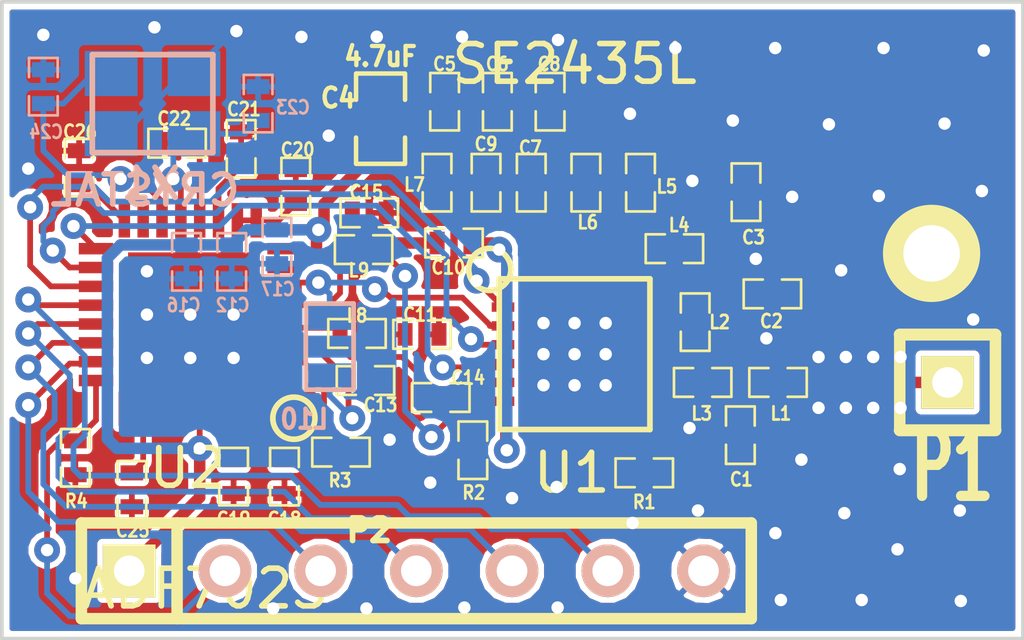
<source format=kicad_pcb>
(kicad_pcb (version 3) (host pcbnew "(2013-07-07 BZR 4022)-stable")

  (general
    (links 101)
    (no_connects 1)
    (area 34.949999 21.6726 63.766066 38.850001)
    (thickness 1.6)
    (drawings 6)
    (tracks 517)
    (zones 0)
    (modules 46)
    (nets 40)
  )

  (page A4)
  (title_block 
    (title rf)
  )

  (layers
    (15 F.Cu signal)
    (0 B.Cu signal)
    (16 B.Adhes user)
    (17 F.Adhes user)
    (18 B.Paste user)
    (19 F.Paste user)
    (20 B.SilkS user)
    (21 F.SilkS user)
    (22 B.Mask user)
    (23 F.Mask user)
    (24 Dwgs.User user)
    (25 Cmts.User user)
    (26 Eco1.User user)
    (27 Eco2.User user)
    (28 Edge.Cuts user)
  )

  (setup
    (last_trace_width 0.1524)
    (user_trace_width 0.1524)
    (user_trace_width 0.2032)
    (user_trace_width 0.254)
    (user_trace_width 0.3048)
    (trace_clearance 0.1524)
    (zone_clearance 0.1524)
    (zone_45_only yes)
    (trace_min 0.1524)
    (segment_width 0.2)
    (edge_width 0.1)
    (via_size 0.6858)
    (via_drill 0.3302)
    (via_min_size 0.6858)
    (via_min_drill 0.3302)
    (uvia_size 0.508)
    (uvia_drill 0.127)
    (uvias_allowed no)
    (uvia_min_size 0.508)
    (uvia_min_drill 0.127)
    (pcb_text_width 0.3)
    (pcb_text_size 1.5 1.5)
    (mod_edge_width 0.15)
    (mod_text_size 1 1)
    (mod_text_width 0.15)
    (pad_size 1.4 1.2)
    (pad_drill 0)
    (pad_to_mask_clearance 0)
    (aux_axis_origin 37.2 27.3)
    (visible_elements 7FFF7FBF)
    (pcbplotparams
      (layerselection 3178497)
      (usegerberextensions true)
      (excludeedgelayer true)
      (linewidth 0.150000)
      (plotframeref false)
      (viasonmask false)
      (mode 1)
      (useauxorigin false)
      (hpglpennumber 1)
      (hpglpenspeed 20)
      (hpglpendiameter 15)
      (hpglpenoverlay 2)
      (psnegative false)
      (psa4output false)
      (plotreference true)
      (plotvalue true)
      (plotothertext true)
      (plotinvisibletext false)
      (padsonsilk false)
      (subtractmaskfromsilk false)
      (outputformat 1)
      (mirror false)
      (drillshape 1)
      (scaleselection 1)
      (outputdirectory ""))
  )

  (net 0 "")
  (net 1 GND)
  (net 2 N-000001)
  (net 3 N-0000010)
  (net 4 N-0000011)
  (net 5 N-0000012)
  (net 6 N-0000013)
  (net 7 N-0000014)
  (net 8 N-0000015)
  (net 9 N-0000016)
  (net 10 N-0000017)
  (net 11 N-0000018)
  (net 12 N-0000019)
  (net 13 N-000002)
  (net 14 N-0000020)
  (net 15 N-0000021)
  (net 16 N-0000022)
  (net 17 N-0000023)
  (net 18 N-0000024)
  (net 19 N-0000025)
  (net 20 N-0000026)
  (net 21 N-0000027)
  (net 22 N-0000028)
  (net 23 N-0000029)
  (net 24 N-000003)
  (net 25 N-0000030)
  (net 26 N-0000031)
  (net 27 N-0000032)
  (net 28 N-0000033)
  (net 29 N-0000034)
  (net 30 N-0000035)
  (net 31 N-0000036)
  (net 32 N-0000038)
  (net 33 N-0000039)
  (net 34 N-000004)
  (net 35 N-0000043)
  (net 36 N-000006)
  (net 37 N-000007)
  (net 38 N-000009)
  (net 39 VDD)

  (net_class Default "This is the default net class."
    (clearance 0.1524)
    (trace_width 0.1524)
    (via_dia 0.6858)
    (via_drill 0.3302)
    (uvia_dia 0.508)
    (uvia_drill 0.127)
    (add_net "")
    (add_net GND)
    (add_net N-000001)
    (add_net N-0000010)
    (add_net N-0000011)
    (add_net N-0000012)
    (add_net N-0000013)
    (add_net N-0000014)
    (add_net N-0000015)
    (add_net N-0000016)
    (add_net N-0000017)
    (add_net N-0000018)
    (add_net N-0000019)
    (add_net N-000002)
    (add_net N-0000020)
    (add_net N-0000021)
    (add_net N-0000022)
    (add_net N-0000023)
    (add_net N-0000024)
    (add_net N-0000025)
    (add_net N-0000026)
    (add_net N-0000027)
    (add_net N-0000028)
    (add_net N-0000029)
    (add_net N-000003)
    (add_net N-0000030)
    (add_net N-0000031)
    (add_net N-0000032)
    (add_net N-0000033)
    (add_net N-0000034)
    (add_net N-0000035)
    (add_net N-0000036)
    (add_net N-0000038)
    (add_net N-0000039)
    (add_net N-000004)
    (add_net N-0000043)
    (add_net N-000006)
    (add_net N-000007)
    (add_net N-000009)
    (add_net VDD)
  )

  (module crystal_FA238-TSX3225 (layer B.Cu) (tedit 5465280F) (tstamp 54640906)
    (at 39 24.6 180)
    (descr "crystal Epson Toyocom FA-238 and TSX-3225 series")
    (path /545ADE77)
    (fp_text reference X1 (at 0.05 -2.125 180) (layer B.SilkS)
      (effects (font (size 0.8 0.8) (thickness 0.15)) (justify mirror))
    )
    (fp_text value CRYSTAL (at 0.2 -2.3 180) (layer B.SilkS)
      (effects (font (size 0.8 0.8) (thickness 0.15)) (justify mirror))
    )
    (fp_line (start -1.6 1.3) (end 1.6 1.3) (layer B.SilkS) (width 0.15))
    (fp_line (start 1.6 1.3) (end 1.6 -1.3) (layer B.SilkS) (width 0.15))
    (fp_line (start 1.6 -1.3) (end -1.6 -1.3) (layer B.SilkS) (width 0.15))
    (fp_line (start -1.6 -1.3) (end -1.6 1.3) (layer B.SilkS) (width 0.15))
    (pad 1 smd rect (at -1.1 -0.8 180) (size 1.4 1.2)
      (layers B.Cu B.Paste B.Mask)
      (net 35 N-0000043)
    )
    (pad 3 smd rect (at 1.1 -0.8 180) (size 1.4 1.2)
      (layers B.Cu B.Paste B.Mask)
    )
    (pad 4 smd rect (at -1.1 0.8 180) (size 1.4 1.2)
      (layers B.Cu B.Paste B.Mask)
    )
    (pad 2 smd rect (at 1.1 0.8 180) (size 1.4 1.2)
      (layers B.Cu B.Paste B.Mask)
      (net 32 N-0000038)
    )
    (model smd/smd_crystal&oscillator/crystal_4pins_smd.wrl
      (at (xyz 0 0 0))
      (scale (xyz 0.24 0.24 0.24))
      (rotate (xyz 0 0 0))
    )
  )

  (module 1pin (layer F.Cu) (tedit 54651297) (tstamp 5465119C)
    (at 59.675 28.575)
    (descr "module 1 pin (ou trou mecanique de percage)")
    (tags DEV)
    (path 1pin)
    (fp_text reference "" (at 0 -0.55) (layer F.SilkS)
      (effects (font (size 1.016 1.016) (thickness 0.254)))
    )
    (fp_text value P*** (at 0 2.794) (layer F.SilkS) hide
      (effects (font (size 1.016 1.016) (thickness 0.254)))
    )
    (fp_circle (center 0 0) (end 0 -1.1) (layer F.SilkS) (width 0.381))
    (pad 1 thru_hole circle (at 0 0) (size 2 2) (drill 1.5)
      (layers *.Cu *.Mask F.SilkS)
    )
  )

  (module ADF7023 (layer F.Cu) (tedit 54650FD5) (tstamp 5462A522)
    (at 40 30.2 180)
    (path /545AC77D)
    (fp_text reference U2 (at 0.075 -4.075 180) (layer F.SilkS)
      (effects (font (size 1 1) (thickness 0.15)))
    )
    (fp_text value ADF7023 (at -0.4 -7.275 180) (layer F.SilkS)
      (effects (font (size 1 1) (thickness 0.15)))
    )
    (fp_circle (center -2.75 -2.75) (end -2.5 -2.25) (layer F.SilkS) (width 0.15))
    (pad 33 smd rect (at 0 0 180) (size 3.302 3.302)
      (layers F.Cu F.Paste F.Mask)
      (net 1 GND)
    )
    (pad 1 smd rect (at -2.502 -1.75 180) (size 0.914 0.305)
      (layers F.Cu F.Paste F.Mask)
      (net 29 N-0000034)
    )
    (pad 2 smd rect (at -2.502 -1.25 180) (size 0.914 0.305)
      (layers F.Cu F.Paste F.Mask)
      (net 18 N-0000024)
    )
    (pad 3 smd rect (at -2.502 -0.75 180) (size 0.914 0.305)
      (layers F.Cu F.Paste F.Mask)
      (net 17 N-0000023)
    )
    (pad 4 smd rect (at -2.502 -0.25 180) (size 0.914 0.305)
      (layers F.Cu F.Paste F.Mask)
      (net 15 N-0000021)
    )
    (pad 5 smd rect (at -2.502 0.25 180) (size 0.914 0.305)
      (layers F.Cu F.Paste F.Mask)
      (net 27 N-0000032)
    )
    (pad 6 smd rect (at -2.502 0.75 180) (size 0.914 0.305)
      (layers F.Cu F.Paste F.Mask)
      (net 16 N-0000022)
    )
    (pad 7 smd rect (at -2.502 1.25 180) (size 0.914 0.305)
      (layers F.Cu F.Paste F.Mask)
      (net 39 VDD)
    )
    (pad 8 smd rect (at -2.502 1.75 180) (size 0.914 0.305)
      (layers F.Cu F.Paste F.Mask)
    )
    (pad 17 smd rect (at 2.502 1.75 180) (size 0.914 0.305)
      (layers F.Cu F.Paste F.Mask)
      (net 2 N-000001)
    )
    (pad 18 smd rect (at 2.502 1.25 180) (size 0.914 0.305)
      (layers F.Cu F.Paste F.Mask)
      (net 13 N-000002)
    )
    (pad 19 smd rect (at 2.502 0.75 180) (size 0.914 0.305)
      (layers F.Cu F.Paste F.Mask)
      (net 38 N-000009)
    )
    (pad 20 smd rect (at 2.502 0.25 180) (size 0.914 0.305)
      (layers F.Cu F.Paste F.Mask)
      (net 4 N-0000011)
    )
    (pad 21 smd rect (at 2.502 -0.25 180) (size 0.914 0.305)
      (layers F.Cu F.Paste F.Mask)
      (net 8 N-0000015)
    )
    (pad 22 smd rect (at 2.502 -0.75 180) (size 0.914 0.305)
      (layers F.Cu F.Paste F.Mask)
      (net 7 N-0000014)
    )
    (pad 23 smd rect (at 2.502 -1.25 180) (size 0.914 0.305)
      (layers F.Cu F.Paste F.Mask)
      (net 6 N-0000013)
    )
    (pad 24 smd rect (at 2.502 -1.75 180) (size 0.914 0.305)
      (layers F.Cu F.Paste F.Mask)
      (net 5 N-0000012)
    )
    (pad 25 smd rect (at 1.75 -2.502 180) (size 0.305 0.914)
      (layers F.Cu F.Paste F.Mask)
    )
    (pad 26 smd rect (at 1.25 -2.502 180) (size 0.305 0.914)
      (layers F.Cu F.Paste F.Mask)
      (net 12 N-0000019)
    )
    (pad 27 smd rect (at 0.75 -2.502 180) (size 0.305 0.914)
      (layers F.Cu F.Paste F.Mask)
    )
    (pad 28 smd rect (at 0.25 -2.502 180) (size 0.305 0.914)
      (layers F.Cu F.Paste F.Mask)
    )
    (pad 29 smd rect (at -0.25 -2.502 180) (size 0.305 0.914)
      (layers F.Cu F.Paste F.Mask)
      (net 39 VDD)
    )
    (pad 30 smd rect (at -0.75 -2.502 180) (size 0.305 0.914)
      (layers F.Cu F.Paste F.Mask)
    )
    (pad 31 smd rect (at -1.25 -2.502 180) (size 0.305 0.914)
      (layers F.Cu F.Paste F.Mask)
    )
    (pad 32 smd rect (at -1.75 -2.502 180) (size 0.305 0.914)
      (layers F.Cu F.Paste F.Mask)
      (net 11 N-0000018)
    )
    (pad 9 smd rect (at -1.75 2.502 180) (size 0.305 0.914)
      (layers F.Cu F.Paste F.Mask)
      (net 28 N-0000033)
    )
    (pad 10 smd rect (at -1.25 2.502 180) (size 0.305 0.914)
      (layers F.Cu F.Paste F.Mask)
      (net 28 N-0000033)
    )
    (pad 11 smd rect (at -0.75 2.502 180) (size 0.305 0.914)
      (layers F.Cu F.Paste F.Mask)
      (net 9 N-0000016)
    )
    (pad 12 smd rect (at -0.25 2.502 180) (size 0.305 0.914)
      (layers F.Cu F.Paste F.Mask)
      (net 36 N-000006)
    )
    (pad 13 smd rect (at 0.25 2.502 180) (size 0.305 0.914)
      (layers F.Cu F.Paste F.Mask)
      (net 35 N-0000043)
    )
    (pad 14 smd rect (at 0.75 2.502 180) (size 0.305 0.914)
      (layers F.Cu F.Paste F.Mask)
      (net 32 N-0000038)
    )
    (pad 15 smd rect (at 1.25 2.502 180) (size 0.305 0.914)
      (layers F.Cu F.Paste F.Mask)
      (net 14 N-0000020)
    )
    (pad 16 smd rect (at 1.75 2.502 180) (size 0.305 0.914)
      (layers F.Cu F.Paste F.Mask)
      (net 14 N-0000020)
    )
  )

  (module SE2435L (layer F.Cu) (tedit 54650FCF) (tstamp 5462A4F1)
    (at 50.2 31.25)
    (path /545AC7AA)
    (fp_text reference U1 (at -0.075 3.15) (layer F.SilkS)
      (effects (font (size 1 1) (thickness 0.15)))
    )
    (fp_text value SE2435L (at 0 -7.7) (layer F.SilkS)
      (effects (font (size 1 1) (thickness 0.15)))
    )
    (fp_circle (center -2.25 -2.25) (end -1.75 -2) (layer F.SilkS) (width 0.15))
    (fp_line (start -2 -2) (end 2 -2) (layer F.SilkS) (width 0.15))
    (fp_line (start 2 -2) (end 2 2) (layer F.SilkS) (width 0.15))
    (fp_line (start 2 2) (end -2 2) (layer F.SilkS) (width 0.15))
    (fp_line (start -2 2) (end -2 -2) (layer F.SilkS) (width 0.15))
    (pad 25 smd rect (at 0 0) (size 2.35 2.35)
      (layers F.Cu F.Paste F.Mask)
      (net 1 GND)
    )
    (pad 13 smd rect (at 1.9 1.25) (size 0.6 0.25)
      (layers F.Cu F.Paste F.Mask)
      (net 1 GND)
    )
    (pad 14 smd rect (at 1.9 0.75) (size 0.6 0.25)
      (layers F.Cu F.Paste F.Mask)
      (net 37 N-000007)
    )
    (pad 15 smd rect (at 1.9 0.25) (size 0.6 0.25)
      (layers F.Cu F.Paste F.Mask)
      (net 1 GND)
    )
    (pad 16 smd rect (at 1.9 -0.25) (size 0.6 0.25)
      (layers F.Cu F.Paste F.Mask)
      (net 23 N-0000029)
    )
    (pad 17 smd rect (at 1.9 -0.75) (size 0.6 0.25)
      (layers F.Cu F.Paste F.Mask)
      (net 1 GND)
    )
    (pad 18 smd rect (at 1.9 -1.25) (size 0.6 0.25)
      (layers F.Cu F.Paste F.Mask)
      (net 1 GND)
    )
    (pad 1 smd rect (at -1.9 -1.25) (size 0.6 0.25)
      (layers F.Cu F.Paste F.Mask)
      (net 38 N-000009)
    )
    (pad 2 smd rect (at -1.9 -0.75) (size 0.6 0.25)
      (layers F.Cu F.Paste F.Mask)
      (net 16 N-0000022)
    )
    (pad 3 smd rect (at -1.9 -0.25) (size 0.6 0.25)
      (layers F.Cu F.Paste F.Mask)
      (net 13 N-000002)
    )
    (pad 4 smd rect (at -1.9 0.25) (size 0.6 0.25)
      (layers F.Cu F.Paste F.Mask)
      (net 2 N-000001)
    )
    (pad 5 smd rect (at -1.9 0.75) (size 0.6 0.25)
      (layers F.Cu F.Paste F.Mask)
      (net 26 N-0000031)
    )
    (pad 6 smd rect (at -1.9 1.25) (size 0.6 0.25)
      (layers F.Cu F.Paste F.Mask)
      (net 21 N-0000027)
    )
    (pad 19 smd rect (at 1.25 -1.9) (size 0.25 0.6)
      (layers F.Cu F.Paste F.Mask)
    )
    (pad 20 smd rect (at 0.75 -1.9) (size 0.25 0.6)
      (layers F.Cu F.Paste F.Mask)
      (net 20 N-0000026)
    )
    (pad 21 smd rect (at 0.25 -1.9) (size 0.25 0.6)
      (layers F.Cu F.Paste F.Mask)
      (net 25 N-0000030)
    )
    (pad 22 smd rect (at -0.25 -1.9) (size 0.25 0.6)
      (layers F.Cu F.Paste F.Mask)
    )
    (pad 23 smd rect (at -0.75 -1.9) (size 0.25 0.6)
      (layers F.Cu F.Paste F.Mask)
      (net 34 N-000004)
    )
    (pad 24 smd rect (at -1.25 -1.9) (size 0.25 0.6)
      (layers F.Cu F.Paste F.Mask)
      (net 24 N-000003)
    )
    (pad 7 smd rect (at -1.25 1.9) (size 0.25 0.6)
      (layers F.Cu F.Paste F.Mask)
      (net 1 GND)
    )
    (pad 8 smd rect (at -0.75 1.9) (size 0.25 0.6)
      (layers F.Cu F.Paste F.Mask)
      (net 1 GND)
    )
    (pad 9 smd rect (at -0.25 1.9) (size 0.25 0.6)
      (layers F.Cu F.Paste F.Mask)
      (net 19 N-0000025)
    )
    (pad 10 smd rect (at 0.25 1.9) (size 0.25 0.6)
      (layers F.Cu F.Paste F.Mask)
      (net 1 GND)
    )
    (pad 11 smd rect (at 0.75 1.9) (size 0.25 0.6)
      (layers F.Cu F.Paste F.Mask)
      (net 19 N-0000025)
    )
    (pad 12 smd rect (at 1.25 1.9) (size 0.25 0.6)
      (layers F.Cu F.Paste F.Mask)
      (net 33 N-0000039)
    )
  )

  (module SM0603_Capa (layer F.Cu) (tedit 54650F9F) (tstamp 5462A2E2)
    (at 45.05 25 270)
    (path /5460E4A6)
    (attr smd)
    (fp_text reference C4 (at -0.55 1.125 360) (layer F.SilkS)
      (effects (font (size 0.508 0.4572) (thickness 0.1143)))
    )
    (fp_text value 4.7uF (at -1.651 0 360) (layer F.SilkS)
      (effects (font (size 0.508 0.4572) (thickness 0.1143)))
    )
    (fp_line (start 0.50038 0.65024) (end 1.19888 0.65024) (layer F.SilkS) (width 0.11938))
    (fp_line (start -0.50038 0.65024) (end -1.19888 0.65024) (layer F.SilkS) (width 0.11938))
    (fp_line (start 0.50038 -0.65024) (end 1.19888 -0.65024) (layer F.SilkS) (width 0.11938))
    (fp_line (start -1.19888 -0.65024) (end -0.50038 -0.65024) (layer F.SilkS) (width 0.11938))
    (fp_line (start 1.19888 -0.635) (end 1.19888 0.635) (layer F.SilkS) (width 0.11938))
    (fp_line (start -1.19888 0.635) (end -1.19888 -0.635) (layer F.SilkS) (width 0.11938))
    (pad 1 smd rect (at -0.762 0 270) (size 0.635 1.143)
      (layers F.Cu F.Paste F.Mask)
      (net 1 GND)
    )
    (pad 2 smd rect (at 0.762 0 270) (size 0.635 1.143)
      (layers F.Cu F.Paste F.Mask)
      (net 39 VDD)
    )
    (model smd\capacitors\C0603.wrl
      (at (xyz 0 0 0.001))
      (scale (xyz 0.5 0.5 0.5))
      (rotate (xyz 0 0 0))
    )
  )

  (module SM0603 (layer B.Cu) (tedit 5465104B) (tstamp 5462A2EC)
    (at 43.7 31.05 270)
    (path /54605D59)
    (attr smd)
    (fp_text reference L10 (at 1.925 0.675 360) (layer B.SilkS)
      (effects (font (size 0.508 0.4572) (thickness 0.1143)) (justify mirror))
    )
    (fp_text value 47nH (at 0 0 270) (layer B.SilkS) hide
      (effects (font (size 0.508 0.4572) (thickness 0.1143)) (justify mirror))
    )
    (fp_line (start -1.143 0.635) (end 1.143 0.635) (layer B.SilkS) (width 0.127))
    (fp_line (start 1.143 0.635) (end 1.143 -0.635) (layer B.SilkS) (width 0.127))
    (fp_line (start 1.143 -0.635) (end -1.143 -0.635) (layer B.SilkS) (width 0.127))
    (fp_line (start -1.143 -0.635) (end -1.143 0.635) (layer B.SilkS) (width 0.127))
    (pad 1 smd rect (at -0.762 0 270) (size 0.635 1.143)
      (layers B.Cu B.Paste B.Mask)
      (net 16 N-0000022)
    )
    (pad 2 smd rect (at 0.762 0 270) (size 0.635 1.143)
      (layers B.Cu B.Paste B.Mask)
      (net 17 N-0000023)
    )
    (model smd\resistors\R0603.wrl
      (at (xyz 0 0 0.001))
      (scale (xyz 0.5 0.5 0.5))
      (rotate (xyz 0 0 0))
    )
  )

  (module SM0402_r (layer F.Cu) (tedit 546510EC) (tstamp 5462A2F8)
    (at 44 33.85)
    (path /545ACBF5)
    (attr smd)
    (fp_text reference R3 (at -0.025 0.75) (layer F.SilkS)
      (effects (font (size 0.35052 0.3048) (thickness 0.07112)))
    )
    (fp_text value 36k (at 0.09906 0) (layer F.SilkS) hide
      (effects (font (size 0.35052 0.3048) (thickness 0.07112)))
    )
    (fp_line (start -0.254 -0.381) (end -0.762 -0.381) (layer F.SilkS) (width 0.07112))
    (fp_line (start -0.762 -0.381) (end -0.762 0.381) (layer F.SilkS) (width 0.07112))
    (fp_line (start -0.762 0.381) (end -0.254 0.381) (layer F.SilkS) (width 0.07112))
    (fp_line (start 0.254 -0.381) (end 0.762 -0.381) (layer F.SilkS) (width 0.07112))
    (fp_line (start 0.762 -0.381) (end 0.762 0.381) (layer F.SilkS) (width 0.07112))
    (fp_line (start 0.762 0.381) (end 0.254 0.381) (layer F.SilkS) (width 0.07112))
    (pad 1 smd rect (at -0.44958 0) (size 0.39878 0.59944)
      (layers F.Cu F.Paste F.Mask)
      (net 18 N-0000024)
    )
    (pad 2 smd rect (at 0.44958 0) (size 0.39878 0.59944)
      (layers F.Cu F.Paste F.Mask)
      (net 1 GND)
    )
    (model smd/resistors/R0402.wrl
      (at (xyz 0 0 0))
      (scale (xyz 0.27 0.27 0.27))
      (rotate (xyz 0 0 0))
    )
  )

  (module SM0402_r (layer F.Cu) (tedit 54650EF2) (tstamp 5462A304)
    (at 52.05 34.4 180)
    (path /5460241C)
    (attr smd)
    (fp_text reference R1 (at 0 -0.775 180) (layer F.SilkS)
      (effects (font (size 0.35052 0.3048) (thickness 0.07112)))
    )
    (fp_text value 50 (at 0.09906 0 180) (layer F.SilkS) hide
      (effects (font (size 0.35052 0.3048) (thickness 0.07112)))
    )
    (fp_line (start -0.254 -0.381) (end -0.762 -0.381) (layer F.SilkS) (width 0.07112))
    (fp_line (start -0.762 -0.381) (end -0.762 0.381) (layer F.SilkS) (width 0.07112))
    (fp_line (start -0.762 0.381) (end -0.254 0.381) (layer F.SilkS) (width 0.07112))
    (fp_line (start 0.254 -0.381) (end 0.762 -0.381) (layer F.SilkS) (width 0.07112))
    (fp_line (start 0.762 -0.381) (end 0.762 0.381) (layer F.SilkS) (width 0.07112))
    (fp_line (start 0.762 0.381) (end 0.254 0.381) (layer F.SilkS) (width 0.07112))
    (pad 1 smd rect (at -0.44958 0 180) (size 0.39878 0.59944)
      (layers F.Cu F.Paste F.Mask)
      (net 1 GND)
    )
    (pad 2 smd rect (at 0.44958 0 180) (size 0.39878 0.59944)
      (layers F.Cu F.Paste F.Mask)
      (net 33 N-0000039)
    )
    (model smd/resistors/R0402.wrl
      (at (xyz 0 0 0))
      (scale (xyz 0.27 0.27 0.27))
      (rotate (xyz 0 0 0))
    )
  )

  (module SM0402_r (layer F.Cu) (tedit 54650EFA) (tstamp 54640C7C)
    (at 47.5 33.8 270)
    (path /5460D1E5)
    (attr smd)
    (fp_text reference R2 (at 1.125 -0.025 360) (layer F.SilkS)
      (effects (font (size 0.35052 0.3048) (thickness 0.07112)))
    )
    (fp_text value 50 (at 0.09906 0 270) (layer F.SilkS) hide
      (effects (font (size 0.35052 0.3048) (thickness 0.07112)))
    )
    (fp_line (start -0.254 -0.381) (end -0.762 -0.381) (layer F.SilkS) (width 0.07112))
    (fp_line (start -0.762 -0.381) (end -0.762 0.381) (layer F.SilkS) (width 0.07112))
    (fp_line (start -0.762 0.381) (end -0.254 0.381) (layer F.SilkS) (width 0.07112))
    (fp_line (start 0.254 -0.381) (end 0.762 -0.381) (layer F.SilkS) (width 0.07112))
    (fp_line (start 0.762 -0.381) (end 0.762 0.381) (layer F.SilkS) (width 0.07112))
    (fp_line (start 0.762 0.381) (end 0.254 0.381) (layer F.SilkS) (width 0.07112))
    (pad 1 smd rect (at -0.44958 0 270) (size 0.39878 0.59944)
      (layers F.Cu F.Paste F.Mask)
      (net 26 N-0000031)
    )
    (pad 2 smd rect (at 0.44958 0 270) (size 0.39878 0.59944)
      (layers F.Cu F.Paste F.Mask)
      (net 1 GND)
    )
    (model smd/resistors/R0402.wrl
      (at (xyz 0 0 0))
      (scale (xyz 0.27 0.27 0.27))
      (rotate (xyz 0 0 0))
    )
  )

  (module SM0402_r (layer F.Cu) (tedit 54650EDD) (tstamp 5462A31C)
    (at 36.95 34 270)
    (path /546140B7)
    (attr smd)
    (fp_text reference R4 (at 1.15 -0.025 360) (layer F.SilkS)
      (effects (font (size 0.35052 0.3048) (thickness 0.07112)))
    )
    (fp_text value 100K (at 0.09906 0 270) (layer F.SilkS) hide
      (effects (font (size 0.35052 0.3048) (thickness 0.07112)))
    )
    (fp_line (start -0.254 -0.381) (end -0.762 -0.381) (layer F.SilkS) (width 0.07112))
    (fp_line (start -0.762 -0.381) (end -0.762 0.381) (layer F.SilkS) (width 0.07112))
    (fp_line (start -0.762 0.381) (end -0.254 0.381) (layer F.SilkS) (width 0.07112))
    (fp_line (start 0.254 -0.381) (end 0.762 -0.381) (layer F.SilkS) (width 0.07112))
    (fp_line (start 0.762 -0.381) (end 0.762 0.381) (layer F.SilkS) (width 0.07112))
    (fp_line (start 0.762 0.381) (end 0.254 0.381) (layer F.SilkS) (width 0.07112))
    (pad 1 smd rect (at -0.44958 0 270) (size 0.39878 0.59944)
      (layers F.Cu F.Paste F.Mask)
      (net 5 N-0000012)
    )
    (pad 2 smd rect (at 0.44958 0 270) (size 0.39878 0.59944)
      (layers F.Cu F.Paste F.Mask)
      (net 1 GND)
    )
    (model smd/resistors/R0402.wrl
      (at (xyz 0 0 0))
      (scale (xyz 0.27 0.27 0.27))
      (rotate (xyz 0 0 0))
    )
  )

  (module SM0402_c (layer F.Cu) (tedit 54650F51) (tstamp 5462A328)
    (at 54.75 26.95 270)
    (path /54607080)
    (attr smd)
    (fp_text reference C3 (at 1.2 -0.2 360) (layer F.SilkS)
      (effects (font (size 0.35052 0.3048) (thickness 0.07112)))
    )
    (fp_text value 10pF (at 0.09906 0 270) (layer F.SilkS) hide
      (effects (font (size 0.35052 0.3048) (thickness 0.07112)))
    )
    (fp_line (start -0.254 -0.381) (end -0.762 -0.381) (layer F.SilkS) (width 0.07112))
    (fp_line (start -0.762 -0.381) (end -0.762 0.381) (layer F.SilkS) (width 0.07112))
    (fp_line (start -0.762 0.381) (end -0.254 0.381) (layer F.SilkS) (width 0.07112))
    (fp_line (start 0.254 -0.381) (end 0.762 -0.381) (layer F.SilkS) (width 0.07112))
    (fp_line (start 0.762 -0.381) (end 0.762 0.381) (layer F.SilkS) (width 0.07112))
    (fp_line (start 0.762 0.381) (end 0.254 0.381) (layer F.SilkS) (width 0.07112))
    (pad 1 smd rect (at -0.44958 0 270) (size 0.39878 0.59944)
      (layers F.Cu F.Paste F.Mask)
      (net 1 GND)
    )
    (pad 2 smd rect (at 0.44958 0 270) (size 0.39878 0.59944)
      (layers F.Cu F.Paste F.Mask)
      (net 22 N-0000028)
    )
    (model smd/capacitors/C0402.wrl
      (at (xyz 0 0 0))
      (scale (xyz 0.27 0.27 0.27))
      (rotate (xyz 0 0 0))
    )
  )

  (module SM0402_c (layer F.Cu) (tedit 54650DF9) (tstamp 5462A334)
    (at 46.15 30.725)
    (path /54606063)
    (attr smd)
    (fp_text reference C11 (at -0.05 -0.525) (layer F.SilkS)
      (effects (font (size 0.35052 0.3048) (thickness 0.07112)))
    )
    (fp_text value 100pF (at 0.09906 0) (layer F.SilkS) hide
      (effects (font (size 0.35052 0.3048) (thickness 0.07112)))
    )
    (fp_line (start -0.254 -0.381) (end -0.762 -0.381) (layer F.SilkS) (width 0.07112))
    (fp_line (start -0.762 -0.381) (end -0.762 0.381) (layer F.SilkS) (width 0.07112))
    (fp_line (start -0.762 0.381) (end -0.254 0.381) (layer F.SilkS) (width 0.07112))
    (fp_line (start 0.254 -0.381) (end 0.762 -0.381) (layer F.SilkS) (width 0.07112))
    (fp_line (start 0.762 -0.381) (end 0.762 0.381) (layer F.SilkS) (width 0.07112))
    (fp_line (start 0.762 0.381) (end 0.254 0.381) (layer F.SilkS) (width 0.07112))
    (pad 1 smd rect (at -0.44958 0) (size 0.39878 0.59944)
      (layers F.Cu F.Paste F.Mask)
      (net 31 N-0000036)
    )
    (pad 2 smd rect (at 0.44958 0) (size 0.39878 0.59944)
      (layers F.Cu F.Paste F.Mask)
      (net 1 GND)
    )
    (model smd/capacitors/C0402.wrl
      (at (xyz 0 0 0))
      (scale (xyz 0.27 0.27 0.27))
      (rotate (xyz 0 0 0))
    )
  )

  (module SM0402_c (layer F.Cu) (tedit 54650F0C) (tstamp 5462A340)
    (at 47 28.3 180)
    (path /546060B3)
    (attr smd)
    (fp_text reference C10 (at 0.15 -0.65 180) (layer F.SilkS)
      (effects (font (size 0.35052 0.3048) (thickness 0.07112)))
    )
    (fp_text value 56pF (at 0.09906 0 180) (layer F.SilkS) hide
      (effects (font (size 0.35052 0.3048) (thickness 0.07112)))
    )
    (fp_line (start -0.254 -0.381) (end -0.762 -0.381) (layer F.SilkS) (width 0.07112))
    (fp_line (start -0.762 -0.381) (end -0.762 0.381) (layer F.SilkS) (width 0.07112))
    (fp_line (start -0.762 0.381) (end -0.254 0.381) (layer F.SilkS) (width 0.07112))
    (fp_line (start 0.254 -0.381) (end 0.762 -0.381) (layer F.SilkS) (width 0.07112))
    (fp_line (start 0.762 -0.381) (end 0.762 0.381) (layer F.SilkS) (width 0.07112))
    (fp_line (start 0.762 0.381) (end 0.254 0.381) (layer F.SilkS) (width 0.07112))
    (pad 1 smd rect (at -0.44958 0 180) (size 0.39878 0.59944)
      (layers F.Cu F.Paste F.Mask)
      (net 21 N-0000027)
    )
    (pad 2 smd rect (at 0.44958 0 180) (size 0.39878 0.59944)
      (layers F.Cu F.Paste F.Mask)
      (net 30 N-0000035)
    )
    (model smd/capacitors/C0402.wrl
      (at (xyz 0 0 0))
      (scale (xyz 0.27 0.27 0.27))
      (rotate (xyz 0 0 0))
    )
  )

  (module SM0402_c (layer F.Cu) (tedit 54650F04) (tstamp 5462A34C)
    (at 44.75 27.5)
    (path /546054AE)
    (attr smd)
    (fp_text reference C15 (at -0.075 -0.55) (layer F.SilkS)
      (effects (font (size 0.35052 0.3048) (thickness 0.07112)))
    )
    (fp_text value 1.2pF (at 0.09906 0) (layer F.SilkS) hide
      (effects (font (size 0.35052 0.3048) (thickness 0.07112)))
    )
    (fp_line (start -0.254 -0.381) (end -0.762 -0.381) (layer F.SilkS) (width 0.07112))
    (fp_line (start -0.762 -0.381) (end -0.762 0.381) (layer F.SilkS) (width 0.07112))
    (fp_line (start -0.762 0.381) (end -0.254 0.381) (layer F.SilkS) (width 0.07112))
    (fp_line (start 0.254 -0.381) (end 0.762 -0.381) (layer F.SilkS) (width 0.07112))
    (fp_line (start 0.762 -0.381) (end 0.762 0.381) (layer F.SilkS) (width 0.07112))
    (fp_line (start 0.762 0.381) (end 0.254 0.381) (layer F.SilkS) (width 0.07112))
    (pad 1 smd rect (at -0.44958 0) (size 0.39878 0.59944)
      (layers F.Cu F.Paste F.Mask)
      (net 27 N-0000032)
    )
    (pad 2 smd rect (at 0.44958 0) (size 0.39878 0.59944)
      (layers F.Cu F.Paste F.Mask)
      (net 1 GND)
    )
    (model smd/capacitors/C0402.wrl
      (at (xyz 0 0 0))
      (scale (xyz 0.27 0.27 0.27))
      (rotate (xyz 0 0 0))
    )
  )

  (module SM0402_c (layer F.Cu) (tedit 54650EEC) (tstamp 5462F529)
    (at 42.5 34.5 270)
    (path /545ACB4F)
    (attr smd)
    (fp_text reference C18 (at 1.125 0 360) (layer F.SilkS)
      (effects (font (size 0.35052 0.3048) (thickness 0.07112)))
    )
    (fp_text value 220nF (at 0.09906 0 270) (layer F.SilkS) hide
      (effects (font (size 0.35052 0.3048) (thickness 0.07112)))
    )
    (fp_line (start -0.254 -0.381) (end -0.762 -0.381) (layer F.SilkS) (width 0.07112))
    (fp_line (start -0.762 -0.381) (end -0.762 0.381) (layer F.SilkS) (width 0.07112))
    (fp_line (start -0.762 0.381) (end -0.254 0.381) (layer F.SilkS) (width 0.07112))
    (fp_line (start 0.254 -0.381) (end 0.762 -0.381) (layer F.SilkS) (width 0.07112))
    (fp_line (start 0.762 -0.381) (end 0.762 0.381) (layer F.SilkS) (width 0.07112))
    (fp_line (start 0.762 0.381) (end 0.254 0.381) (layer F.SilkS) (width 0.07112))
    (pad 1 smd rect (at -0.44958 0 270) (size 0.39878 0.59944)
      (layers F.Cu F.Paste F.Mask)
      (net 29 N-0000034)
    )
    (pad 2 smd rect (at 0.44958 0 270) (size 0.39878 0.59944)
      (layers F.Cu F.Paste F.Mask)
      (net 1 GND)
    )
    (model smd/capacitors/C0402.wrl
      (at (xyz 0 0 0))
      (scale (xyz 0.27 0.27 0.27))
      (rotate (xyz 0 0 0))
    )
  )

  (module SM0402_c (layer F.Cu) (tedit 54650F43) (tstamp 5462A364)
    (at 55.45 29.65 180)
    (path /5460707A)
    (attr smd)
    (fp_text reference C2 (at 0.025 -0.725 180) (layer F.SilkS)
      (effects (font (size 0.35052 0.3048) (thickness 0.07112)))
    )
    (fp_text value 3.3pF (at 0.09906 0 180) (layer F.SilkS) hide
      (effects (font (size 0.35052 0.3048) (thickness 0.07112)))
    )
    (fp_line (start -0.254 -0.381) (end -0.762 -0.381) (layer F.SilkS) (width 0.07112))
    (fp_line (start -0.762 -0.381) (end -0.762 0.381) (layer F.SilkS) (width 0.07112))
    (fp_line (start -0.762 0.381) (end -0.254 0.381) (layer F.SilkS) (width 0.07112))
    (fp_line (start 0.254 -0.381) (end 0.762 -0.381) (layer F.SilkS) (width 0.07112))
    (fp_line (start 0.762 -0.381) (end 0.762 0.381) (layer F.SilkS) (width 0.07112))
    (fp_line (start 0.762 0.381) (end 0.254 0.381) (layer F.SilkS) (width 0.07112))
    (pad 1 smd rect (at -0.44958 0 180) (size 0.39878 0.59944)
      (layers F.Cu F.Paste F.Mask)
      (net 1 GND)
    )
    (pad 2 smd rect (at 0.44958 0 180) (size 0.39878 0.59944)
      (layers F.Cu F.Paste F.Mask)
      (net 23 N-0000029)
    )
    (model smd/capacitors/C0402.wrl
      (at (xyz 0 0 0))
      (scale (xyz 0.27 0.27 0.27))
      (rotate (xyz 0 0 0))
    )
  )

  (module SM0402_c (layer B.Cu) (tedit 5465103C) (tstamp 546510C5)
    (at 39.9 28.8 90)
    (path /5460E657)
    (attr smd)
    (fp_text reference C16 (at -1.15 -0.075 180) (layer B.SilkS)
      (effects (font (size 0.35052 0.3048) (thickness 0.07112)) (justify mirror))
    )
    (fp_text value 220nF (at 0.09906 0 90) (layer B.SilkS) hide
      (effects (font (size 0.35052 0.3048) (thickness 0.07112)) (justify mirror))
    )
    (fp_line (start -0.254 0.381) (end -0.762 0.381) (layer B.SilkS) (width 0.07112))
    (fp_line (start -0.762 0.381) (end -0.762 -0.381) (layer B.SilkS) (width 0.07112))
    (fp_line (start -0.762 -0.381) (end -0.254 -0.381) (layer B.SilkS) (width 0.07112))
    (fp_line (start 0.254 0.381) (end 0.762 0.381) (layer B.SilkS) (width 0.07112))
    (fp_line (start 0.762 0.381) (end 0.762 -0.381) (layer B.SilkS) (width 0.07112))
    (fp_line (start 0.762 -0.381) (end 0.254 -0.381) (layer B.SilkS) (width 0.07112))
    (pad 1 smd rect (at -0.44958 0 90) (size 0.39878 0.59944)
      (layers B.Cu B.Paste B.Mask)
      (net 1 GND)
    )
    (pad 2 smd rect (at 0.44958 0 90) (size 0.39878 0.59944)
      (layers B.Cu B.Paste B.Mask)
      (net 39 VDD)
    )
    (model smd/capacitors/C0402.wrl
      (at (xyz 0 0 0))
      (scale (xyz 0.27 0.27 0.27))
      (rotate (xyz 0 0 0))
    )
  )

  (module SM0402_c (layer F.Cu) (tedit 54650F68) (tstamp 5462A37C)
    (at 48.15 24.55 270)
    (path /5460E067)
    (attr smd)
    (fp_text reference C6 (at -1 0 360) (layer F.SilkS)
      (effects (font (size 0.35052 0.3048) (thickness 0.07112)))
    )
    (fp_text value 33pF (at 0.09906 0 270) (layer F.SilkS) hide
      (effects (font (size 0.35052 0.3048) (thickness 0.07112)))
    )
    (fp_line (start -0.254 -0.381) (end -0.762 -0.381) (layer F.SilkS) (width 0.07112))
    (fp_line (start -0.762 -0.381) (end -0.762 0.381) (layer F.SilkS) (width 0.07112))
    (fp_line (start -0.762 0.381) (end -0.254 0.381) (layer F.SilkS) (width 0.07112))
    (fp_line (start 0.254 -0.381) (end 0.762 -0.381) (layer F.SilkS) (width 0.07112))
    (fp_line (start 0.762 -0.381) (end 0.762 0.381) (layer F.SilkS) (width 0.07112))
    (fp_line (start 0.762 0.381) (end 0.254 0.381) (layer F.SilkS) (width 0.07112))
    (pad 1 smd rect (at -0.44958 0 270) (size 0.39878 0.59944)
      (layers F.Cu F.Paste F.Mask)
      (net 1 GND)
    )
    (pad 2 smd rect (at 0.44958 0 270) (size 0.39878 0.59944)
      (layers F.Cu F.Paste F.Mask)
      (net 39 VDD)
    )
    (model smd/capacitors/C0402.wrl
      (at (xyz 0 0 0))
      (scale (xyz 0.27 0.27 0.27))
      (rotate (xyz 0 0 0))
    )
  )

  (module SM0402_c (layer F.Cu) (tedit 54650F5E) (tstamp 5462A388)
    (at 47.85 26.7 90)
    (path /5460D740)
    (attr smd)
    (fp_text reference C9 (at 1.025 0 180) (layer F.SilkS)
      (effects (font (size 0.35052 0.3048) (thickness 0.07112)))
    )
    (fp_text value 100pF (at 0.09906 0 90) (layer F.SilkS) hide
      (effects (font (size 0.35052 0.3048) (thickness 0.07112)))
    )
    (fp_line (start -0.254 -0.381) (end -0.762 -0.381) (layer F.SilkS) (width 0.07112))
    (fp_line (start -0.762 -0.381) (end -0.762 0.381) (layer F.SilkS) (width 0.07112))
    (fp_line (start -0.762 0.381) (end -0.254 0.381) (layer F.SilkS) (width 0.07112))
    (fp_line (start 0.254 -0.381) (end 0.762 -0.381) (layer F.SilkS) (width 0.07112))
    (fp_line (start 0.762 -0.381) (end 0.762 0.381) (layer F.SilkS) (width 0.07112))
    (fp_line (start 0.762 0.381) (end 0.254 0.381) (layer F.SilkS) (width 0.07112))
    (pad 1 smd rect (at -0.44958 0 90) (size 0.39878 0.59944)
      (layers F.Cu F.Paste F.Mask)
      (net 24 N-000003)
    )
    (pad 2 smd rect (at 0.44958 0 90) (size 0.39878 0.59944)
      (layers F.Cu F.Paste F.Mask)
      (net 1 GND)
    )
    (model smd/capacitors/C0402.wrl
      (at (xyz 0 0 0))
      (scale (xyz 0.27 0.27 0.27))
      (rotate (xyz 0 0 0))
    )
  )

  (module SM0402_c (layer F.Cu) (tedit 54650F6D) (tstamp 5462A394)
    (at 49.55 24.55 90)
    (path /5460D920)
    (attr smd)
    (fp_text reference C8 (at 1 -0.025 180) (layer F.SilkS)
      (effects (font (size 0.35052 0.3048) (thickness 0.07112)))
    )
    (fp_text value 10nF (at 0.09906 0 90) (layer F.SilkS) hide
      (effects (font (size 0.35052 0.3048) (thickness 0.07112)))
    )
    (fp_line (start -0.254 -0.381) (end -0.762 -0.381) (layer F.SilkS) (width 0.07112))
    (fp_line (start -0.762 -0.381) (end -0.762 0.381) (layer F.SilkS) (width 0.07112))
    (fp_line (start -0.762 0.381) (end -0.254 0.381) (layer F.SilkS) (width 0.07112))
    (fp_line (start 0.254 -0.381) (end 0.762 -0.381) (layer F.SilkS) (width 0.07112))
    (fp_line (start 0.762 -0.381) (end 0.762 0.381) (layer F.SilkS) (width 0.07112))
    (fp_line (start 0.762 0.381) (end 0.254 0.381) (layer F.SilkS) (width 0.07112))
    (pad 1 smd rect (at -0.44958 0 90) (size 0.39878 0.59944)
      (layers F.Cu F.Paste F.Mask)
      (net 39 VDD)
    )
    (pad 2 smd rect (at 0.44958 0 90) (size 0.39878 0.59944)
      (layers F.Cu F.Paste F.Mask)
      (net 1 GND)
    )
    (model smd/capacitors/C0402.wrl
      (at (xyz 0 0 0))
      (scale (xyz 0.27 0.27 0.27))
      (rotate (xyz 0 0 0))
    )
  )

  (module SM0402_c (layer F.Cu) (tedit 54650F65) (tstamp 5462A3A0)
    (at 46.75 24.55 270)
    (path /5460E061)
    (attr smd)
    (fp_text reference C5 (at -1 0 360) (layer F.SilkS)
      (effects (font (size 0.35052 0.3048) (thickness 0.07112)))
    )
    (fp_text value 1nF (at 0.09906 0 270) (layer F.SilkS) hide
      (effects (font (size 0.35052 0.3048) (thickness 0.07112)))
    )
    (fp_line (start -0.254 -0.381) (end -0.762 -0.381) (layer F.SilkS) (width 0.07112))
    (fp_line (start -0.762 -0.381) (end -0.762 0.381) (layer F.SilkS) (width 0.07112))
    (fp_line (start -0.762 0.381) (end -0.254 0.381) (layer F.SilkS) (width 0.07112))
    (fp_line (start 0.254 -0.381) (end 0.762 -0.381) (layer F.SilkS) (width 0.07112))
    (fp_line (start 0.762 -0.381) (end 0.762 0.381) (layer F.SilkS) (width 0.07112))
    (fp_line (start 0.762 0.381) (end 0.254 0.381) (layer F.SilkS) (width 0.07112))
    (pad 1 smd rect (at -0.44958 0 270) (size 0.39878 0.59944)
      (layers F.Cu F.Paste F.Mask)
      (net 1 GND)
    )
    (pad 2 smd rect (at 0.44958 0 270) (size 0.39878 0.59944)
      (layers F.Cu F.Paste F.Mask)
      (net 39 VDD)
    )
    (model smd/capacitors/C0402.wrl
      (at (xyz 0 0 0))
      (scale (xyz 0.27 0.27 0.27))
      (rotate (xyz 0 0 0))
    )
  )

  (module SM0402_c (layer F.Cu) (tedit 54650F5B) (tstamp 5462A3AC)
    (at 49.05 26.7 270)
    (path /5460DDE5)
    (attr smd)
    (fp_text reference C7 (at -0.925 0.025 360) (layer F.SilkS)
      (effects (font (size 0.35052 0.3048) (thickness 0.07112)))
    )
    (fp_text value 22pF (at 0.09906 0 270) (layer F.SilkS) hide
      (effects (font (size 0.35052 0.3048) (thickness 0.07112)))
    )
    (fp_line (start -0.254 -0.381) (end -0.762 -0.381) (layer F.SilkS) (width 0.07112))
    (fp_line (start -0.762 -0.381) (end -0.762 0.381) (layer F.SilkS) (width 0.07112))
    (fp_line (start -0.762 0.381) (end -0.254 0.381) (layer F.SilkS) (width 0.07112))
    (fp_line (start 0.254 -0.381) (end 0.762 -0.381) (layer F.SilkS) (width 0.07112))
    (fp_line (start 0.762 -0.381) (end 0.762 0.381) (layer F.SilkS) (width 0.07112))
    (fp_line (start 0.762 0.381) (end 0.254 0.381) (layer F.SilkS) (width 0.07112))
    (pad 1 smd rect (at -0.44958 0 270) (size 0.39878 0.59944)
      (layers F.Cu F.Paste F.Mask)
      (net 1 GND)
    )
    (pad 2 smd rect (at 0.44958 0 270) (size 0.39878 0.59944)
      (layers F.Cu F.Paste F.Mask)
      (net 34 N-000004)
    )
    (model smd/capacitors/C0402.wrl
      (at (xyz 0 0 0))
      (scale (xyz 0.27 0.27 0.27))
      (rotate (xyz 0 0 0))
    )
  )

  (module SM0402_c (layer B.Cu) (tedit 54651044) (tstamp 5462A3B8)
    (at 42.3 28.4 90)
    (path /5460E651)
    (attr smd)
    (fp_text reference C17 (at -1.125 0.025 180) (layer B.SilkS)
      (effects (font (size 0.35052 0.3048) (thickness 0.07112)) (justify mirror))
    )
    (fp_text value 100pF (at 0.09906 0 90) (layer B.SilkS) hide
      (effects (font (size 0.35052 0.3048) (thickness 0.07112)) (justify mirror))
    )
    (fp_line (start -0.254 0.381) (end -0.762 0.381) (layer B.SilkS) (width 0.07112))
    (fp_line (start -0.762 0.381) (end -0.762 -0.381) (layer B.SilkS) (width 0.07112))
    (fp_line (start -0.762 -0.381) (end -0.254 -0.381) (layer B.SilkS) (width 0.07112))
    (fp_line (start 0.254 0.381) (end 0.762 0.381) (layer B.SilkS) (width 0.07112))
    (fp_line (start 0.762 0.381) (end 0.762 -0.381) (layer B.SilkS) (width 0.07112))
    (fp_line (start 0.762 -0.381) (end 0.254 -0.381) (layer B.SilkS) (width 0.07112))
    (pad 1 smd rect (at -0.44958 0 90) (size 0.39878 0.59944)
      (layers B.Cu B.Paste B.Mask)
      (net 1 GND)
    )
    (pad 2 smd rect (at 0.44958 0 90) (size 0.39878 0.59944)
      (layers B.Cu B.Paste B.Mask)
      (net 39 VDD)
    )
    (model smd/capacitors/C0402.wrl
      (at (xyz 0 0 0))
      (scale (xyz 0.27 0.27 0.27))
      (rotate (xyz 0 0 0))
    )
  )

  (module SM0402_c (layer F.Cu) (tedit 54650F14) (tstamp 5462A3C4)
    (at 46.65 32.4 180)
    (path /54605495)
    (attr smd)
    (fp_text reference C14 (at -0.725 0.525 180) (layer F.SilkS)
      (effects (font (size 0.35052 0.3048) (thickness 0.07112)))
    )
    (fp_text value 2.7pF (at 0.09906 0 180) (layer F.SilkS) hide
      (effects (font (size 0.35052 0.3048) (thickness 0.07112)))
    )
    (fp_line (start -0.254 -0.381) (end -0.762 -0.381) (layer F.SilkS) (width 0.07112))
    (fp_line (start -0.762 -0.381) (end -0.762 0.381) (layer F.SilkS) (width 0.07112))
    (fp_line (start -0.762 0.381) (end -0.254 0.381) (layer F.SilkS) (width 0.07112))
    (fp_line (start 0.254 -0.381) (end 0.762 -0.381) (layer F.SilkS) (width 0.07112))
    (fp_line (start 0.762 -0.381) (end 0.762 0.381) (layer F.SilkS) (width 0.07112))
    (fp_line (start 0.762 0.381) (end 0.254 0.381) (layer F.SilkS) (width 0.07112))
    (pad 1 smd rect (at -0.44958 0 180) (size 0.39878 0.59944)
      (layers F.Cu F.Paste F.Mask)
      (net 30 N-0000035)
    )
    (pad 2 smd rect (at 0.44958 0 180) (size 0.39878 0.59944)
      (layers F.Cu F.Paste F.Mask)
      (net 15 N-0000021)
    )
    (model smd/capacitors/C0402.wrl
      (at (xyz 0 0 0))
      (scale (xyz 0.27 0.27 0.27))
      (rotate (xyz 0 0 0))
    )
  )

  (module SM0402_c (layer F.Cu) (tedit 54650EF5) (tstamp 5462A3D0)
    (at 54.6 33.4 270)
    (path /545AE2C7)
    (attr smd)
    (fp_text reference C1 (at 1.175 -0.025 360) (layer F.SilkS)
      (effects (font (size 0.35052 0.3048) (thickness 0.07112)))
    )
    (fp_text value 3.3pF (at 0.09906 0 270) (layer F.SilkS) hide
      (effects (font (size 0.35052 0.3048) (thickness 0.07112)))
    )
    (fp_line (start -0.254 -0.381) (end -0.762 -0.381) (layer F.SilkS) (width 0.07112))
    (fp_line (start -0.762 -0.381) (end -0.762 0.381) (layer F.SilkS) (width 0.07112))
    (fp_line (start -0.762 0.381) (end -0.254 0.381) (layer F.SilkS) (width 0.07112))
    (fp_line (start 0.254 -0.381) (end 0.762 -0.381) (layer F.SilkS) (width 0.07112))
    (fp_line (start 0.762 -0.381) (end 0.762 0.381) (layer F.SilkS) (width 0.07112))
    (fp_line (start 0.762 0.381) (end 0.254 0.381) (layer F.SilkS) (width 0.07112))
    (pad 1 smd rect (at -0.44958 0 270) (size 0.39878 0.59944)
      (layers F.Cu F.Paste F.Mask)
      (net 10 N-0000017)
    )
    (pad 2 smd rect (at 0.44958 0 270) (size 0.39878 0.59944)
      (layers F.Cu F.Paste F.Mask)
      (net 1 GND)
    )
    (model smd/capacitors/C0402.wrl
      (at (xyz 0 0 0))
      (scale (xyz 0.27 0.27 0.27))
      (rotate (xyz 0 0 0))
    )
  )

  (module SM0402_c (layer B.Cu) (tedit 54651040) (tstamp 54641019)
    (at 41.1 28.8 90)
    (path /5460E65D)
    (attr smd)
    (fp_text reference C12 (at -1.15 0.025 180) (layer B.SilkS)
      (effects (font (size 0.35052 0.3048) (thickness 0.07112)) (justify mirror))
    )
    (fp_text value 10uF (at 0.09906 0 90) (layer B.SilkS) hide
      (effects (font (size 0.35052 0.3048) (thickness 0.07112)) (justify mirror))
    )
    (fp_line (start -0.254 0.381) (end -0.762 0.381) (layer B.SilkS) (width 0.07112))
    (fp_line (start -0.762 0.381) (end -0.762 -0.381) (layer B.SilkS) (width 0.07112))
    (fp_line (start -0.762 -0.381) (end -0.254 -0.381) (layer B.SilkS) (width 0.07112))
    (fp_line (start 0.254 0.381) (end 0.762 0.381) (layer B.SilkS) (width 0.07112))
    (fp_line (start 0.762 0.381) (end 0.762 -0.381) (layer B.SilkS) (width 0.07112))
    (fp_line (start 0.762 -0.381) (end 0.254 -0.381) (layer B.SilkS) (width 0.07112))
    (pad 1 smd rect (at -0.44958 0 90) (size 0.39878 0.59944)
      (layers B.Cu B.Paste B.Mask)
      (net 1 GND)
    )
    (pad 2 smd rect (at 0.44958 0 90) (size 0.39878 0.59944)
      (layers B.Cu B.Paste B.Mask)
      (net 39 VDD)
    )
    (model smd/capacitors/C0402.wrl
      (at (xyz 0 0 0))
      (scale (xyz 0.27 0.27 0.27))
      (rotate (xyz 0 0 0))
    )
  )

  (module SM0402_c (layer F.Cu) (tedit 54650EE8) (tstamp 5462A3E8)
    (at 41.15 34.5 90)
    (path /545AE195)
    (attr smd)
    (fp_text reference C19 (at -1.125 0 180) (layer F.SilkS)
      (effects (font (size 0.35052 0.3048) (thickness 0.07112)))
    )
    (fp_text value 220nF (at 0.09906 0 90) (layer F.SilkS) hide
      (effects (font (size 0.35052 0.3048) (thickness 0.07112)))
    )
    (fp_line (start -0.254 -0.381) (end -0.762 -0.381) (layer F.SilkS) (width 0.07112))
    (fp_line (start -0.762 -0.381) (end -0.762 0.381) (layer F.SilkS) (width 0.07112))
    (fp_line (start -0.762 0.381) (end -0.254 0.381) (layer F.SilkS) (width 0.07112))
    (fp_line (start 0.254 -0.381) (end 0.762 -0.381) (layer F.SilkS) (width 0.07112))
    (fp_line (start 0.762 -0.381) (end 0.762 0.381) (layer F.SilkS) (width 0.07112))
    (fp_line (start 0.762 0.381) (end 0.254 0.381) (layer F.SilkS) (width 0.07112))
    (pad 1 smd rect (at -0.44958 0 90) (size 0.39878 0.59944)
      (layers F.Cu F.Paste F.Mask)
      (net 1 GND)
    )
    (pad 2 smd rect (at 0.44958 0 90) (size 0.39878 0.59944)
      (layers F.Cu F.Paste F.Mask)
      (net 11 N-0000018)
    )
    (model smd/capacitors/C0402.wrl
      (at (xyz 0 0 0))
      (scale (xyz 0.27 0.27 0.27))
      (rotate (xyz 0 0 0))
    )
  )

  (module SM0402_c (layer F.Cu) (tedit 54650ED9) (tstamp 5462A3F4)
    (at 38.45 34.85 90)
    (path /545AE13D)
    (attr smd)
    (fp_text reference C25 (at -1.075 0.025 180) (layer F.SilkS)
      (effects (font (size 0.35052 0.3048) (thickness 0.07112)))
    )
    (fp_text value 220nF (at 0.09906 0 90) (layer F.SilkS) hide
      (effects (font (size 0.35052 0.3048) (thickness 0.07112)))
    )
    (fp_line (start -0.254 -0.381) (end -0.762 -0.381) (layer F.SilkS) (width 0.07112))
    (fp_line (start -0.762 -0.381) (end -0.762 0.381) (layer F.SilkS) (width 0.07112))
    (fp_line (start -0.762 0.381) (end -0.254 0.381) (layer F.SilkS) (width 0.07112))
    (fp_line (start 0.254 -0.381) (end 0.762 -0.381) (layer F.SilkS) (width 0.07112))
    (fp_line (start 0.762 -0.381) (end 0.762 0.381) (layer F.SilkS) (width 0.07112))
    (fp_line (start 0.762 0.381) (end 0.254 0.381) (layer F.SilkS) (width 0.07112))
    (pad 1 smd rect (at -0.44958 0 90) (size 0.39878 0.59944)
      (layers F.Cu F.Paste F.Mask)
      (net 1 GND)
    )
    (pad 2 smd rect (at 0.44958 0 90) (size 0.39878 0.59944)
      (layers F.Cu F.Paste F.Mask)
      (net 12 N-0000019)
    )
    (model smd/capacitors/C0402.wrl
      (at (xyz 0 0 0))
      (scale (xyz 0.27 0.27 0.27))
      (rotate (xyz 0 0 0))
    )
  )

  (module SM0402_c (layer F.Cu) (tedit 54650F2D) (tstamp 5462A400)
    (at 37.05 26.3 270)
    (path /545ADFAF)
    (attr smd)
    (fp_text reference C26 (at -0.95 -0.025 360) (layer F.SilkS)
      (effects (font (size 0.35052 0.3048) (thickness 0.07112)))
    )
    (fp_text value 220nF (at 0.09906 0 270) (layer F.SilkS) hide
      (effects (font (size 0.35052 0.3048) (thickness 0.07112)))
    )
    (fp_line (start -0.254 -0.381) (end -0.762 -0.381) (layer F.SilkS) (width 0.07112))
    (fp_line (start -0.762 -0.381) (end -0.762 0.381) (layer F.SilkS) (width 0.07112))
    (fp_line (start -0.762 0.381) (end -0.254 0.381) (layer F.SilkS) (width 0.07112))
    (fp_line (start 0.254 -0.381) (end 0.762 -0.381) (layer F.SilkS) (width 0.07112))
    (fp_line (start 0.762 -0.381) (end 0.762 0.381) (layer F.SilkS) (width 0.07112))
    (fp_line (start 0.762 0.381) (end 0.254 0.381) (layer F.SilkS) (width 0.07112))
    (pad 1 smd rect (at -0.44958 0 270) (size 0.39878 0.59944)
      (layers F.Cu F.Paste F.Mask)
      (net 1 GND)
    )
    (pad 2 smd rect (at 0.44958 0 270) (size 0.39878 0.59944)
      (layers F.Cu F.Paste F.Mask)
      (net 14 N-0000020)
    )
    (model smd/capacitors/C0402.wrl
      (at (xyz 0 0 0))
      (scale (xyz 0.27 0.27 0.27))
      (rotate (xyz 0 0 0))
    )
  )

  (module SM0402_c (layer F.Cu) (tedit 54650F7B) (tstamp 5462A40C)
    (at 41.35 25.8 270)
    (path /546282E2)
    (attr smd)
    (fp_text reference C21 (at -1.05 -0.075 360) (layer F.SilkS)
      (effects (font (size 0.35052 0.3048) (thickness 0.07112)))
    )
    (fp_text value 220nF (at 0.09906 0 270) (layer F.SilkS) hide
      (effects (font (size 0.35052 0.3048) (thickness 0.07112)))
    )
    (fp_line (start -0.254 -0.381) (end -0.762 -0.381) (layer F.SilkS) (width 0.07112))
    (fp_line (start -0.762 -0.381) (end -0.762 0.381) (layer F.SilkS) (width 0.07112))
    (fp_line (start -0.762 0.381) (end -0.254 0.381) (layer F.SilkS) (width 0.07112))
    (fp_line (start 0.254 -0.381) (end 0.762 -0.381) (layer F.SilkS) (width 0.07112))
    (fp_line (start 0.762 -0.381) (end 0.762 0.381) (layer F.SilkS) (width 0.07112))
    (fp_line (start 0.762 0.381) (end 0.254 0.381) (layer F.SilkS) (width 0.07112))
    (pad 1 smd rect (at -0.44958 0 270) (size 0.39878 0.59944)
      (layers F.Cu F.Paste F.Mask)
      (net 1 GND)
    )
    (pad 2 smd rect (at 0.44958 0 270) (size 0.39878 0.59944)
      (layers F.Cu F.Paste F.Mask)
      (net 9 N-0000016)
    )
    (model smd/capacitors/C0402.wrl
      (at (xyz 0 0 0))
      (scale (xyz 0.27 0.27 0.27))
      (rotate (xyz 0 0 0))
    )
  )

  (module SM0402_c (layer B.Cu) (tedit 54651055) (tstamp 5462A418)
    (at 36.1 24.15 270)
    (path /545ADE56)
    (attr smd)
    (fp_text reference C24 (at 1.2 -0.075 360) (layer B.SilkS)
      (effects (font (size 0.35052 0.3048) (thickness 0.07112)) (justify mirror))
    )
    (fp_text value 220nF (at 0.09906 0 270) (layer B.SilkS) hide
      (effects (font (size 0.35052 0.3048) (thickness 0.07112)) (justify mirror))
    )
    (fp_line (start -0.254 0.381) (end -0.762 0.381) (layer B.SilkS) (width 0.07112))
    (fp_line (start -0.762 0.381) (end -0.762 -0.381) (layer B.SilkS) (width 0.07112))
    (fp_line (start -0.762 -0.381) (end -0.254 -0.381) (layer B.SilkS) (width 0.07112))
    (fp_line (start 0.254 0.381) (end 0.762 0.381) (layer B.SilkS) (width 0.07112))
    (fp_line (start 0.762 0.381) (end 0.762 -0.381) (layer B.SilkS) (width 0.07112))
    (fp_line (start 0.762 -0.381) (end 0.254 -0.381) (layer B.SilkS) (width 0.07112))
    (pad 1 smd rect (at -0.44958 0 270) (size 0.39878 0.59944)
      (layers B.Cu B.Paste B.Mask)
      (net 1 GND)
    )
    (pad 2 smd rect (at 0.44958 0 270) (size 0.39878 0.59944)
      (layers B.Cu B.Paste B.Mask)
      (net 32 N-0000038)
    )
    (model smd/capacitors/C0402.wrl
      (at (xyz 0 0 0))
      (scale (xyz 0.27 0.27 0.27))
      (rotate (xyz 0 0 0))
    )
  )

  (module SM0402_c (layer B.Cu) (tedit 54651052) (tstamp 5462A424)
    (at 41.8 24.6 270)
    (path /545ADE50)
    (attr smd)
    (fp_text reference C23 (at 0.1 -0.925 360) (layer B.SilkS)
      (effects (font (size 0.35052 0.3048) (thickness 0.07112)) (justify mirror))
    )
    (fp_text value 220nF (at 0.09906 0 270) (layer B.SilkS) hide
      (effects (font (size 0.35052 0.3048) (thickness 0.07112)) (justify mirror))
    )
    (fp_line (start -0.254 0.381) (end -0.762 0.381) (layer B.SilkS) (width 0.07112))
    (fp_line (start -0.762 0.381) (end -0.762 -0.381) (layer B.SilkS) (width 0.07112))
    (fp_line (start -0.762 -0.381) (end -0.254 -0.381) (layer B.SilkS) (width 0.07112))
    (fp_line (start 0.254 0.381) (end 0.762 0.381) (layer B.SilkS) (width 0.07112))
    (fp_line (start 0.762 0.381) (end 0.762 -0.381) (layer B.SilkS) (width 0.07112))
    (fp_line (start 0.762 -0.381) (end 0.254 -0.381) (layer B.SilkS) (width 0.07112))
    (pad 1 smd rect (at -0.44958 0 270) (size 0.39878 0.59944)
      (layers B.Cu B.Paste B.Mask)
      (net 1 GND)
    )
    (pad 2 smd rect (at 0.44958 0 270) (size 0.39878 0.59944)
      (layers B.Cu B.Paste B.Mask)
      (net 35 N-0000043)
    )
    (model smd/capacitors/C0402.wrl
      (at (xyz 0 0 0))
      (scale (xyz 0.27 0.27 0.27))
      (rotate (xyz 0 0 0))
    )
  )

  (module SM0402_c (layer F.Cu) (tedit 54650F1E) (tstamp 5462A430)
    (at 42.8 26.8 270)
    (path /545ADDFD)
    (attr smd)
    (fp_text reference C20 (at -0.975 -0.05 360) (layer F.SilkS)
      (effects (font (size 0.35052 0.3048) (thickness 0.07112)))
    )
    (fp_text value 220nF (at 0.09906 0 270) (layer F.SilkS) hide
      (effects (font (size 0.35052 0.3048) (thickness 0.07112)))
    )
    (fp_line (start -0.254 -0.381) (end -0.762 -0.381) (layer F.SilkS) (width 0.07112))
    (fp_line (start -0.762 -0.381) (end -0.762 0.381) (layer F.SilkS) (width 0.07112))
    (fp_line (start -0.762 0.381) (end -0.254 0.381) (layer F.SilkS) (width 0.07112))
    (fp_line (start 0.254 -0.381) (end 0.762 -0.381) (layer F.SilkS) (width 0.07112))
    (fp_line (start 0.762 -0.381) (end 0.762 0.381) (layer F.SilkS) (width 0.07112))
    (fp_line (start 0.762 0.381) (end 0.254 0.381) (layer F.SilkS) (width 0.07112))
    (pad 1 smd rect (at -0.44958 0 270) (size 0.39878 0.59944)
      (layers F.Cu F.Paste F.Mask)
      (net 1 GND)
    )
    (pad 2 smd rect (at 0.44958 0 270) (size 0.39878 0.59944)
      (layers F.Cu F.Paste F.Mask)
      (net 28 N-0000033)
    )
    (model smd/capacitors/C0402.wrl
      (at (xyz 0 0 0))
      (scale (xyz 0.27 0.27 0.27))
      (rotate (xyz 0 0 0))
    )
  )

  (module SM0402_c (layer F.Cu) (tedit 54650E37) (tstamp 5462A43C)
    (at 44.65 31.95)
    (path /545ADDC0)
    (attr smd)
    (fp_text reference C13 (at 0.4 0.65) (layer F.SilkS)
      (effects (font (size 0.35052 0.3048) (thickness 0.07112)))
    )
    (fp_text value 220nF (at 0.09906 0) (layer F.SilkS) hide
      (effects (font (size 0.35052 0.3048) (thickness 0.07112)))
    )
    (fp_line (start -0.254 -0.381) (end -0.762 -0.381) (layer F.SilkS) (width 0.07112))
    (fp_line (start -0.762 -0.381) (end -0.762 0.381) (layer F.SilkS) (width 0.07112))
    (fp_line (start -0.762 0.381) (end -0.254 0.381) (layer F.SilkS) (width 0.07112))
    (fp_line (start 0.254 -0.381) (end 0.762 -0.381) (layer F.SilkS) (width 0.07112))
    (fp_line (start 0.762 -0.381) (end 0.762 0.381) (layer F.SilkS) (width 0.07112))
    (fp_line (start 0.762 0.381) (end 0.254 0.381) (layer F.SilkS) (width 0.07112))
    (pad 1 smd rect (at -0.44958 0) (size 0.39878 0.59944)
      (layers F.Cu F.Paste F.Mask)
      (net 17 N-0000023)
    )
    (pad 2 smd rect (at 0.44958 0) (size 0.39878 0.59944)
      (layers F.Cu F.Paste F.Mask)
      (net 1 GND)
    )
    (model smd/capacitors/C0402.wrl
      (at (xyz 0 0 0))
      (scale (xyz 0.27 0.27 0.27))
      (rotate (xyz 0 0 0))
    )
  )

  (module SM0402_c (layer F.Cu) (tedit 54650F29) (tstamp 5462A448)
    (at 39.65 25.65)
    (path /54628449)
    (attr smd)
    (fp_text reference C22 (at -0.075 -0.65) (layer F.SilkS)
      (effects (font (size 0.35052 0.3048) (thickness 0.07112)))
    )
    (fp_text value 150nF (at 0.09906 0) (layer F.SilkS) hide
      (effects (font (size 0.35052 0.3048) (thickness 0.07112)))
    )
    (fp_line (start -0.254 -0.381) (end -0.762 -0.381) (layer F.SilkS) (width 0.07112))
    (fp_line (start -0.762 -0.381) (end -0.762 0.381) (layer F.SilkS) (width 0.07112))
    (fp_line (start -0.762 0.381) (end -0.254 0.381) (layer F.SilkS) (width 0.07112))
    (fp_line (start 0.254 -0.381) (end 0.762 -0.381) (layer F.SilkS) (width 0.07112))
    (fp_line (start 0.762 -0.381) (end 0.762 0.381) (layer F.SilkS) (width 0.07112))
    (fp_line (start 0.762 0.381) (end 0.254 0.381) (layer F.SilkS) (width 0.07112))
    (pad 1 smd rect (at -0.44958 0) (size 0.39878 0.59944)
      (layers F.Cu F.Paste F.Mask)
      (net 1 GND)
    )
    (pad 2 smd rect (at 0.44958 0) (size 0.39878 0.59944)
      (layers F.Cu F.Paste F.Mask)
      (net 36 N-000006)
    )
    (model smd/capacitors/C0402.wrl
      (at (xyz 0 0 0))
      (scale (xyz 0.27 0.27 0.27))
      (rotate (xyz 0 0 0))
    )
  )

  (module SM0402 (layer F.Cu) (tedit 54650F46) (tstamp 5462A454)
    (at 53.4 30.4 270)
    (path /54607074)
    (attr smd)
    (fp_text reference L2 (at 0 -0.65 360) (layer F.SilkS)
      (effects (font (size 0.35052 0.3048) (thickness 0.07112)))
    )
    (fp_text value 3nH (at 0.09906 0 270) (layer F.SilkS) hide
      (effects (font (size 0.35052 0.3048) (thickness 0.07112)))
    )
    (fp_line (start -0.254 -0.381) (end -0.762 -0.381) (layer F.SilkS) (width 0.07112))
    (fp_line (start -0.762 -0.381) (end -0.762 0.381) (layer F.SilkS) (width 0.07112))
    (fp_line (start -0.762 0.381) (end -0.254 0.381) (layer F.SilkS) (width 0.07112))
    (fp_line (start 0.254 -0.381) (end 0.762 -0.381) (layer F.SilkS) (width 0.07112))
    (fp_line (start 0.762 -0.381) (end 0.762 0.381) (layer F.SilkS) (width 0.07112))
    (fp_line (start 0.762 0.381) (end 0.254 0.381) (layer F.SilkS) (width 0.07112))
    (pad 1 smd rect (at -0.44958 0 270) (size 0.39878 0.59944)
      (layers F.Cu F.Paste F.Mask)
      (net 22 N-0000028)
    )
    (pad 2 smd rect (at 0.44958 0 270) (size 0.39878 0.59944)
      (layers F.Cu F.Paste F.Mask)
      (net 23 N-0000029)
    )
    (model smd\chip_cms.wrl
      (at (xyz 0 0 0.002))
      (scale (xyz 0.05 0.05 0.05))
      (rotate (xyz 0 0 0))
    )
  )

  (module SM0402 (layer F.Cu) (tedit 54650F54) (tstamp 5462A460)
    (at 51.95 26.7 270)
    (path /5460DCF3)
    (attr smd)
    (fp_text reference L5 (at 0.1 -0.7 360) (layer F.SilkS)
      (effects (font (size 0.35052 0.3048) (thickness 0.07112)))
    )
    (fp_text value 3.3nH (at 0.09906 0 270) (layer F.SilkS) hide
      (effects (font (size 0.35052 0.3048) (thickness 0.07112)))
    )
    (fp_line (start -0.254 -0.381) (end -0.762 -0.381) (layer F.SilkS) (width 0.07112))
    (fp_line (start -0.762 -0.381) (end -0.762 0.381) (layer F.SilkS) (width 0.07112))
    (fp_line (start -0.762 0.381) (end -0.254 0.381) (layer F.SilkS) (width 0.07112))
    (fp_line (start 0.254 -0.381) (end 0.762 -0.381) (layer F.SilkS) (width 0.07112))
    (fp_line (start 0.762 -0.381) (end 0.762 0.381) (layer F.SilkS) (width 0.07112))
    (fp_line (start 0.762 0.381) (end 0.254 0.381) (layer F.SilkS) (width 0.07112))
    (pad 1 smd rect (at -0.44958 0 270) (size 0.39878 0.59944)
      (layers F.Cu F.Paste F.Mask)
      (net 39 VDD)
    )
    (pad 2 smd rect (at 0.44958 0 270) (size 0.39878 0.59944)
      (layers F.Cu F.Paste F.Mask)
      (net 25 N-0000030)
    )
    (model smd\chip_cms.wrl
      (at (xyz 0 0 0.002))
      (scale (xyz 0.05 0.05 0.05))
      (rotate (xyz 0 0 0))
    )
  )

  (module SM0402 (layer F.Cu) (tedit 54650F57) (tstamp 5462A46C)
    (at 50.5 26.7 270)
    (path /5460DCED)
    (attr smd)
    (fp_text reference L6 (at 1.05 -0.05 360) (layer F.SilkS)
      (effects (font (size 0.35052 0.3048) (thickness 0.07112)))
    )
    (fp_text value 4.7nH (at 0.09906 0 270) (layer F.SilkS) hide
      (effects (font (size 0.35052 0.3048) (thickness 0.07112)))
    )
    (fp_line (start -0.254 -0.381) (end -0.762 -0.381) (layer F.SilkS) (width 0.07112))
    (fp_line (start -0.762 -0.381) (end -0.762 0.381) (layer F.SilkS) (width 0.07112))
    (fp_line (start -0.762 0.381) (end -0.254 0.381) (layer F.SilkS) (width 0.07112))
    (fp_line (start 0.254 -0.381) (end 0.762 -0.381) (layer F.SilkS) (width 0.07112))
    (fp_line (start 0.762 -0.381) (end 0.762 0.381) (layer F.SilkS) (width 0.07112))
    (fp_line (start 0.762 0.381) (end 0.254 0.381) (layer F.SilkS) (width 0.07112))
    (pad 1 smd rect (at -0.44958 0 270) (size 0.39878 0.59944)
      (layers F.Cu F.Paste F.Mask)
      (net 39 VDD)
    )
    (pad 2 smd rect (at 0.44958 0 270) (size 0.39878 0.59944)
      (layers F.Cu F.Paste F.Mask)
      (net 34 N-000004)
    )
    (model smd\chip_cms.wrl
      (at (xyz 0 0 0.002))
      (scale (xyz 0.05 0.05 0.05))
      (rotate (xyz 0 0 0))
    )
  )

  (module SM0402 (layer F.Cu) (tedit 54650F61) (tstamp 54640E68)
    (at 46.55 26.7 270)
    (path /5460D5E3)
    (attr smd)
    (fp_text reference L7 (at 0.05 0.6 360) (layer F.SilkS)
      (effects (font (size 0.35052 0.3048) (thickness 0.07112)))
    )
    (fp_text value 3.3nH (at 0.09906 0 270) (layer F.SilkS) hide
      (effects (font (size 0.35052 0.3048) (thickness 0.07112)))
    )
    (fp_line (start -0.254 -0.381) (end -0.762 -0.381) (layer F.SilkS) (width 0.07112))
    (fp_line (start -0.762 -0.381) (end -0.762 0.381) (layer F.SilkS) (width 0.07112))
    (fp_line (start -0.762 0.381) (end -0.254 0.381) (layer F.SilkS) (width 0.07112))
    (fp_line (start 0.254 -0.381) (end 0.762 -0.381) (layer F.SilkS) (width 0.07112))
    (fp_line (start 0.762 -0.381) (end 0.762 0.381) (layer F.SilkS) (width 0.07112))
    (fp_line (start 0.762 0.381) (end 0.254 0.381) (layer F.SilkS) (width 0.07112))
    (pad 1 smd rect (at -0.44958 0 270) (size 0.39878 0.59944)
      (layers F.Cu F.Paste F.Mask)
      (net 39 VDD)
    )
    (pad 2 smd rect (at 0.44958 0 270) (size 0.39878 0.59944)
      (layers F.Cu F.Paste F.Mask)
      (net 24 N-000003)
    )
    (model smd\chip_cms.wrl
      (at (xyz 0 0 0.002))
      (scale (xyz 0.05 0.05 0.05))
      (rotate (xyz 0 0 0))
    )
  )

  (module SM0402 (layer F.Cu) (tedit 54650F4E) (tstamp 5462A484)
    (at 52.85 28.45)
    (path /54607086)
    (attr smd)
    (fp_text reference L4 (at 0.125 -0.625) (layer F.SilkS)
      (effects (font (size 0.35052 0.3048) (thickness 0.07112)))
    )
    (fp_text value 1.3nH (at 0.09906 0) (layer F.SilkS) hide
      (effects (font (size 0.35052 0.3048) (thickness 0.07112)))
    )
    (fp_line (start -0.254 -0.381) (end -0.762 -0.381) (layer F.SilkS) (width 0.07112))
    (fp_line (start -0.762 -0.381) (end -0.762 0.381) (layer F.SilkS) (width 0.07112))
    (fp_line (start -0.762 0.381) (end -0.254 0.381) (layer F.SilkS) (width 0.07112))
    (fp_line (start 0.254 -0.381) (end 0.762 -0.381) (layer F.SilkS) (width 0.07112))
    (fp_line (start 0.762 -0.381) (end 0.762 0.381) (layer F.SilkS) (width 0.07112))
    (fp_line (start 0.762 0.381) (end 0.254 0.381) (layer F.SilkS) (width 0.07112))
    (pad 1 smd rect (at -0.44958 0) (size 0.39878 0.59944)
      (layers F.Cu F.Paste F.Mask)
      (net 20 N-0000026)
    )
    (pad 2 smd rect (at 0.44958 0) (size 0.39878 0.59944)
      (layers F.Cu F.Paste F.Mask)
      (net 22 N-0000028)
    )
    (model smd\chip_cms.wrl
      (at (xyz 0 0 0.002))
      (scale (xyz 0.05 0.05 0.05))
      (rotate (xyz 0 0 0))
    )
  )

  (module SM0402 (layer F.Cu) (tedit 54650DF2) (tstamp 5462A490)
    (at 44.425 30.7 180)
    (path /54605F00)
    (attr smd)
    (fp_text reference L8 (at 0 0.475 180) (layer F.SilkS)
      (effects (font (size 0.35052 0.3048) (thickness 0.07112)))
    )
    (fp_text value 6.2nH (at 0.09906 0 180) (layer F.SilkS) hide
      (effects (font (size 0.35052 0.3048) (thickness 0.07112)))
    )
    (fp_line (start -0.254 -0.381) (end -0.762 -0.381) (layer F.SilkS) (width 0.07112))
    (fp_line (start -0.762 -0.381) (end -0.762 0.381) (layer F.SilkS) (width 0.07112))
    (fp_line (start -0.762 0.381) (end -0.254 0.381) (layer F.SilkS) (width 0.07112))
    (fp_line (start 0.254 -0.381) (end 0.762 -0.381) (layer F.SilkS) (width 0.07112))
    (fp_line (start 0.762 -0.381) (end 0.762 0.381) (layer F.SilkS) (width 0.07112))
    (fp_line (start 0.762 0.381) (end 0.254 0.381) (layer F.SilkS) (width 0.07112))
    (pad 1 smd rect (at -0.44958 0 180) (size 0.39878 0.59944)
      (layers F.Cu F.Paste F.Mask)
      (net 31 N-0000036)
    )
    (pad 2 smd rect (at 0.44958 0 180) (size 0.39878 0.59944)
      (layers F.Cu F.Paste F.Mask)
      (net 15 N-0000021)
    )
    (model smd\chip_cms.wrl
      (at (xyz 0 0 0.002))
      (scale (xyz 0.05 0.05 0.05))
      (rotate (xyz 0 0 0))
    )
  )

  (module SM0402 (layer F.Cu) (tedit 54650F06) (tstamp 5462A49C)
    (at 44.6 28.475 180)
    (path /546054F0)
    (attr smd)
    (fp_text reference L9 (at 0.125 -0.55 180) (layer F.SilkS)
      (effects (font (size 0.35052 0.3048) (thickness 0.07112)))
    )
    (fp_text value 12nH (at 0.09906 0 180) (layer F.SilkS) hide
      (effects (font (size 0.35052 0.3048) (thickness 0.07112)))
    )
    (fp_line (start -0.254 -0.381) (end -0.762 -0.381) (layer F.SilkS) (width 0.07112))
    (fp_line (start -0.762 -0.381) (end -0.762 0.381) (layer F.SilkS) (width 0.07112))
    (fp_line (start -0.762 0.381) (end -0.254 0.381) (layer F.SilkS) (width 0.07112))
    (fp_line (start 0.254 -0.381) (end 0.762 -0.381) (layer F.SilkS) (width 0.07112))
    (fp_line (start 0.762 -0.381) (end 0.762 0.381) (layer F.SilkS) (width 0.07112))
    (fp_line (start 0.762 0.381) (end 0.254 0.381) (layer F.SilkS) (width 0.07112))
    (pad 1 smd rect (at -0.44958 0 180) (size 0.39878 0.59944)
      (layers F.Cu F.Paste F.Mask)
      (net 30 N-0000035)
    )
    (pad 2 smd rect (at 0.44958 0 180) (size 0.39878 0.59944)
      (layers F.Cu F.Paste F.Mask)
      (net 27 N-0000032)
    )
    (model smd\chip_cms.wrl
      (at (xyz 0 0 0.002))
      (scale (xyz 0.05 0.05 0.05))
      (rotate (xyz 0 0 0))
    )
  )

  (module SM0402 (layer F.Cu) (tedit 54650F37) (tstamp 5462A4A8)
    (at 55.6 32 180)
    (path /545AE2BF)
    (attr smd)
    (fp_text reference L1 (at -0.075 -0.825 180) (layer F.SilkS)
      (effects (font (size 0.35052 0.3048) (thickness 0.07112)))
    )
    (fp_text value 6.8nH (at 0.09906 0 180) (layer F.SilkS) hide
      (effects (font (size 0.35052 0.3048) (thickness 0.07112)))
    )
    (fp_line (start -0.254 -0.381) (end -0.762 -0.381) (layer F.SilkS) (width 0.07112))
    (fp_line (start -0.762 -0.381) (end -0.762 0.381) (layer F.SilkS) (width 0.07112))
    (fp_line (start -0.762 0.381) (end -0.254 0.381) (layer F.SilkS) (width 0.07112))
    (fp_line (start 0.254 -0.381) (end 0.762 -0.381) (layer F.SilkS) (width 0.07112))
    (fp_line (start 0.762 -0.381) (end 0.762 0.381) (layer F.SilkS) (width 0.07112))
    (fp_line (start 0.762 0.381) (end 0.254 0.381) (layer F.SilkS) (width 0.07112))
    (pad 1 smd rect (at -0.44958 0 180) (size 0.39878 0.59944)
      (layers F.Cu F.Paste F.Mask)
      (net 3 N-0000010)
    )
    (pad 2 smd rect (at 0.44958 0 180) (size 0.39878 0.59944)
      (layers F.Cu F.Paste F.Mask)
      (net 10 N-0000017)
    )
    (model smd\chip_cms.wrl
      (at (xyz 0 0 0.002))
      (scale (xyz 0.05 0.05 0.05))
      (rotate (xyz 0 0 0))
    )
  )

  (module SM0402 (layer F.Cu) (tedit 54650F39) (tstamp 5462A4B4)
    (at 53.6 32 180)
    (path /545AE27D)
    (attr smd)
    (fp_text reference L3 (at 0.025 -0.825 180) (layer F.SilkS)
      (effects (font (size 0.35052 0.3048) (thickness 0.07112)))
    )
    (fp_text value 6.8nH (at 0.09906 0 180) (layer F.SilkS) hide
      (effects (font (size 0.35052 0.3048) (thickness 0.07112)))
    )
    (fp_line (start -0.254 -0.381) (end -0.762 -0.381) (layer F.SilkS) (width 0.07112))
    (fp_line (start -0.762 -0.381) (end -0.762 0.381) (layer F.SilkS) (width 0.07112))
    (fp_line (start -0.762 0.381) (end -0.254 0.381) (layer F.SilkS) (width 0.07112))
    (fp_line (start 0.254 -0.381) (end 0.762 -0.381) (layer F.SilkS) (width 0.07112))
    (fp_line (start 0.762 -0.381) (end 0.762 0.381) (layer F.SilkS) (width 0.07112))
    (fp_line (start 0.762 0.381) (end 0.254 0.381) (layer F.SilkS) (width 0.07112))
    (pad 1 smd rect (at -0.44958 0 180) (size 0.39878 0.59944)
      (layers F.Cu F.Paste F.Mask)
      (net 10 N-0000017)
    )
    (pad 2 smd rect (at 0.44958 0 180) (size 0.39878 0.59944)
      (layers F.Cu F.Paste F.Mask)
      (net 37 N-000007)
    )
    (model smd\chip_cms.wrl
      (at (xyz 0 0 0.002))
      (scale (xyz 0.05 0.05 0.05))
      (rotate (xyz 0 0 0))
    )
  )

  (module SIL-7 (layer F.Cu) (tedit 54650E25) (tstamp 5462A4C6)
    (at 46 37)
    (descr "Connecteur 7 pins")
    (tags "CONN DEV")
    (path /546288A2)
    (fp_text reference P2 (at -1.25 -1.075) (layer F.SilkS)
      (effects (font (size 0.6 0.6) (thickness 0.15)))
    )
    (fp_text value CONN_7 (at 0 -2.54) (layer F.SilkS) hide
      (effects (font (size 1.524 1.016) (thickness 0.3048)))
    )
    (fp_line (start -8.89 -1.27) (end -8.89 -1.27) (layer F.SilkS) (width 0.3048))
    (fp_line (start -8.89 -1.27) (end 8.89 -1.27) (layer F.SilkS) (width 0.3048))
    (fp_line (start 8.89 -1.27) (end 8.89 1.27) (layer F.SilkS) (width 0.3048))
    (fp_line (start 8.89 1.27) (end -8.89 1.27) (layer F.SilkS) (width 0.3048))
    (fp_line (start -8.89 1.27) (end -8.89 -1.27) (layer F.SilkS) (width 0.3048))
    (fp_line (start -6.35 1.27) (end -6.35 1.27) (layer F.SilkS) (width 0.3048))
    (fp_line (start -6.35 1.27) (end -6.35 -1.27) (layer F.SilkS) (width 0.3048))
    (pad 1 thru_hole rect (at -7.62 0) (size 1.397 1.397) (drill 0.8128)
      (layers *.Cu *.Mask F.SilkS)
      (net 39 VDD)
    )
    (pad 2 thru_hole circle (at -5.08 0) (size 1.397 1.397) (drill 0.8128)
      (layers *.Cu *.SilkS *.Mask)
      (net 5 N-0000012)
    )
    (pad 3 thru_hole circle (at -2.54 0) (size 1.397 1.397) (drill 0.8128)
      (layers *.Cu *.SilkS *.Mask)
      (net 6 N-0000013)
    )
    (pad 4 thru_hole circle (at 0 0) (size 1.397 1.397) (drill 0.8128)
      (layers *.Cu *.SilkS *.Mask)
      (net 7 N-0000014)
    )
    (pad 5 thru_hole circle (at 2.54 0) (size 1.397 1.397) (drill 0.8128)
      (layers *.Cu *.SilkS *.Mask)
      (net 8 N-0000015)
    )
    (pad 6 thru_hole circle (at 5.08 0) (size 1.397 1.397) (drill 0.8128)
      (layers *.Cu *.SilkS *.Mask)
      (net 4 N-0000011)
    )
    (pad 7 thru_hole circle (at 7.62 0) (size 1.397 1.397) (drill 0.8128)
      (layers *.Cu *.SilkS *.Mask)
      (net 1 GND)
    )
  )

  (module SIL-1 (layer F.Cu) (tedit 5465120D) (tstamp 5462A4CF)
    (at 60.1 32)
    (descr "Connecteurs 1 pin")
    (tags "CONN DEV")
    (path /54628F32)
    (fp_text reference P1 (at 0.125 2.225) (layer F.SilkS)
      (effects (font (size 1.72974 1.08712) (thickness 0.27178)))
    )
    (fp_text value CONN_1 (at 0 -2.54) (layer F.SilkS) hide
      (effects (font (size 1.524 1.016) (thickness 0.254)))
    )
    (fp_line (start -1.27 1.27) (end 1.27 1.27) (layer F.SilkS) (width 0.3175))
    (fp_line (start -1.27 -1.27) (end 1.27 -1.27) (layer F.SilkS) (width 0.3175))
    (fp_line (start -1.27 1.27) (end -1.27 -1.27) (layer F.SilkS) (width 0.3048))
    (fp_line (start 1.27 -1.27) (end 1.27 1.27) (layer F.SilkS) (width 0.3048))
    (pad 1 thru_hole rect (at 0 0) (size 1.397 1.397) (drill 0.8128)
      (layers *.Cu *.Mask F.SilkS)
      (net 3 N-0000010)
    )
  )

  (gr_line (start 62.1 21.9) (end 35 21.9) (angle 90) (layer Edge.Cuts) (width 0.1))
  (gr_line (start 35 21.9) (end 35 38.8) (angle 90) (layer Edge.Cuts) (width 0.1))
  (gr_line (start 35 38.8) (end 36.5 38.8) (angle 90) (layer Edge.Cuts) (width 0.1))
  (gr_line (start 62.1 23.3) (end 62.1 21.9) (angle 90) (layer Edge.Cuts) (width 0.1))
  (gr_line (start 62.1 38.8) (end 36.5 38.8) (angle 90) (layer Edge.Cuts) (width 0.1))
  (gr_line (start 62.1 23.3) (end 62.1 38.8) (angle 90) (layer Edge.Cuts) (width 0.1))

  (segment (start 53.325 26.65) (end 53.325 26.525) (width 0.1524) (layer B.Cu) (net 1))
  (via (at 51.67 24.87) (size 0.6858) (layers F.Cu B.Cu) (net 1))
  (segment (start 53.325 26.525) (end 51.67 24.87) (width 0.1524) (layer B.Cu) (net 1) (tstamp 546515DE))
  (segment (start 58.85 31.325) (end 58.85 30.83) (width 0.1524) (layer F.Cu) (net 1))
  (segment (start 57.425 31.325) (end 58.125 31.325) (width 0.1524) (layer F.Cu) (net 1) (tstamp 546501C1))
  (via (at 58.125 31.325) (size 0.6858) (layers F.Cu B.Cu) (net 1))
  (segment (start 58.125 31.325) (end 58.85 31.325) (width 0.1524) (layer B.Cu) (net 1) (tstamp 546501C8))
  (via (at 58.85 31.325) (size 0.6858) (layers F.Cu B.Cu) (net 1))
  (via (at 60.78 30.33) (size 0.6858) (layers F.Cu B.Cu) (net 1))
  (segment (start 59.35 30.33) (end 60.78 30.33) (width 0.1524) (layer F.Cu) (net 1) (tstamp 546515C6))
  (segment (start 58.85 30.83) (end 59.35 30.33) (width 0.1524) (layer F.Cu) (net 1) (tstamp 546515C4))
  (segment (start 49.725 34.775) (end 48.835 34.775) (width 0.1524) (layer B.Cu) (net 1))
  (via (at 49.725 34.775) (size 0.6858) (layers F.Cu B.Cu) (net 1))
  (via (at 48.54 35.07) (size 0.6858) (layers F.Cu B.Cu) (net 1))
  (segment (start 48.835 34.775) (end 48.54 35.07) (width 0.1524) (layer B.Cu) (net 1) (tstamp 546515B7))
  (segment (start 49.76 22.91) (end 47.3 22.91) (width 0.1524) (layer B.Cu) (net 1))
  (segment (start 47.215 22.825) (end 47.22 22.83) (width 0.1524) (layer F.Cu) (net 1) (tstamp 54651594))
  (via (at 47.215 22.825) (size 0.6858) (layers F.Cu B.Cu) (net 1))
  (segment (start 47.3 22.91) (end 47.215 22.825) (width 0.1524) (layer B.Cu) (net 1) (tstamp 5465158F))
  (segment (start 51.45 24.675) (end 51.45 24.6) (width 0.1524) (layer F.Cu) (net 1))
  (segment (start 49.76 22.91) (end 49.7225 22.9475) (width 0.1524) (layer B.Cu) (net 1) (tstamp 5465158A))
  (via (at 49.76 22.91) (size 0.6858) (layers F.Cu B.Cu) (net 1))
  (segment (start 51.45 24.6) (end 49.76 22.91) (width 0.1524) (layer F.Cu) (net 1) (tstamp 54651585))
  (segment (start 55.975 27.075) (end 55.975 27.755) (width 0.1524) (layer B.Cu) (net 1))
  (via (at 55.01 28.72) (size 0.6858) (layers F.Cu B.Cu) (net 1))
  (segment (start 55.975 27.755) (end 55.01 28.72) (width 0.1524) (layer B.Cu) (net 1) (tstamp 5465157D))
  (segment (start 56.675 31.325) (end 55.785 31.325) (width 0.1524) (layer B.Cu) (net 1))
  (via (at 55.29 30.83) (size 0.6858) (layers F.Cu B.Cu) (net 1))
  (segment (start 55.785 31.325) (end 55.29 30.83) (width 0.1524) (layer B.Cu) (net 1) (tstamp 54651571))
  (segment (start 53.475 35.4) (end 53.475 33.435) (width 0.1524) (layer F.Cu) (net 1))
  (via (at 53.25 33.21) (size 0.6858) (layers F.Cu B.Cu) (net 1))
  (segment (start 53.475 33.435) (end 53.25 33.21) (width 0.1524) (layer F.Cu) (net 1) (tstamp 54651569))
  (segment (start 58.77 36.43) (end 58.32 36.43) (width 0.1524) (layer B.Cu) (net 1))
  (via (at 57.36 35.47) (size 0.6858) (layers F.Cu B.Cu) (net 1))
  (segment (start 58.32 36.43) (end 57.36 35.47) (width 0.1524) (layer B.Cu) (net 1) (tstamp 5465155C))
  (segment (start 57.5 35.19) (end 56.925 34.755) (width 0.1524) (layer F.Cu) (net 1))
  (via (at 56.22 34.05) (size 0.6858) (layers F.Cu B.Cu) (net 1))
  (segment (start 56.925 34.755) (end 56.22 34.05) (width 0.1524) (layer F.Cu) (net 1) (tstamp 5465153F))
  (segment (start 60.02 25.13) (end 60.02 25.93) (width 0.1524) (layer B.Cu) (net 1))
  (via (at 60.02 25.13) (size 0.6858) (layers F.Cu B.Cu) (net 1))
  (via (at 61.01 26.92) (size 0.6858) (layers F.Cu B.Cu) (net 1))
  (segment (start 60.02 25.93) (end 61.01 26.92) (width 0.1524) (layer B.Cu) (net 1) (tstamp 5465152F))
  (segment (start 60.02 25.13) (end 60.02 24.23) (width 0.1524) (layer F.Cu) (net 1))
  (via (at 56.95 25.15) (size 0.6858) (layers F.Cu B.Cu) (net 1))
  (segment (start 56.95 25.15) (end 58.4 23.7) (width 0.1524) (layer B.Cu) (net 1) (tstamp 54650D8D))
  (segment (start 58.4 23.7) (end 58.4 23.125) (width 0.1524) (layer B.Cu) (net 1) (tstamp 54650D8E))
  (via (at 58.4 23.125) (size 0.6858) (layers F.Cu B.Cu) (net 1))
  (segment (start 58.4 23.125) (end 59.795 25.13) (width 0.1524) (layer F.Cu) (net 1) (tstamp 54650D90))
  (segment (start 59.795 25.13) (end 60.02 25.13) (width 0.1524) (layer F.Cu) (net 1) (tstamp 54650D91))
  (via (at 61.06 23.19) (size 0.6858) (layers F.Cu B.Cu) (net 1))
  (segment (start 60.02 24.23) (end 61.06 23.19) (width 0.1524) (layer F.Cu) (net 1) (tstamp 54651527))
  (segment (start 57.5 35.19) (end 57.73 35.4) (width 0.1524) (layer B.Cu) (net 1))
  (via (at 58.83 34.3) (size 0.6858) (layers F.Cu B.Cu) (net 1))
  (segment (start 57.73 35.4) (end 58.83 34.3) (width 0.1524) (layer B.Cu) (net 1) (tstamp 54651509))
  (segment (start 57.5 35.19) (end 57.74 35.4) (width 0.1524) (layer B.Cu) (net 1))
  (segment (start 57.82 37.775) (end 57.82 37.78) (width 0.1524) (layer B.Cu) (net 1) (tstamp 54651506))
  (via (at 57.82 37.775) (size 0.6858) (layers F.Cu B.Cu) (net 1))
  (segment (start 57.82 37.38) (end 57.82 37.775) (width 0.1524) (layer F.Cu) (net 1) (tstamp 54651504))
  (segment (start 58.77 36.43) (end 57.82 37.38) (width 0.1524) (layer F.Cu) (net 1) (tstamp 54651503))
  (via (at 58.77 36.43) (size 0.6858) (layers F.Cu B.Cu) (net 1))
  (segment (start 57.74 35.4) (end 58.77 36.43) (width 0.1524) (layer B.Cu) (net 1) (tstamp 546514FE))
  (segment (start 55.675 37.775) (end 55.675 36.665) (width 0.1524) (layer F.Cu) (net 1))
  (segment (start 53.475 35.4) (end 57.5 35.19) (width 0.1524) (layer B.Cu) (net 1) (tstamp 54650C1B))
  (segment (start 57.5 35.19) (end 60.425 35.4) (width 0.1524) (layer F.Cu) (net 1) (tstamp 54650C1F))
  (via (at 60.425 35.4) (size 0.6858) (layers F.Cu B.Cu) (net 1))
  (segment (start 60.425 35.4) (end 60.45 35.425) (width 0.1524) (layer B.Cu) (net 1) (tstamp 54650C28))
  (segment (start 60.45 35.425) (end 60.45 37.8) (width 0.1524) (layer B.Cu) (net 1) (tstamp 54650C29))
  (via (at 60.45 37.8) (size 0.6858) (layers F.Cu B.Cu) (net 1))
  (segment (start 60.45 37.8) (end 60.425 37.775) (width 0.1524) (layer F.Cu) (net 1) (tstamp 54650C32))
  (segment (start 60.425 37.775) (end 55.675 37.775) (width 0.1524) (layer F.Cu) (net 1) (tstamp 54650C33))
  (via (at 55.675 37.775) (size 0.6858) (layers F.Cu B.Cu) (net 1))
  (via (at 55.53 36) (size 0.6858) (layers F.Cu B.Cu) (net 1))
  (segment (start 55.675 36.665) (end 55.53 36) (width 0.1524) (layer F.Cu) (net 1) (tstamp 546514FA))
  (segment (start 49.725 34.775) (end 50.785 34.775) (width 0.1524) (layer B.Cu) (net 1))
  (via (at 51.74 35.73) (size 0.6858) (layers F.Cu B.Cu) (net 1))
  (segment (start 50.785 34.775) (end 51.74 35.73) (width 0.1524) (layer B.Cu) (net 1) (tstamp 546514ED))
  (segment (start 49.725 34.775) (end 46.485 34.775) (width 0.1524) (layer B.Cu) (net 1))
  (segment (start 50.35 35.4) (end 49.725 34.775) (width 0.1524) (layer B.Cu) (net 1) (tstamp 54650C4C))
  (segment (start 53.475 35.4) (end 50.35 35.4) (width 0.1524) (layer B.Cu) (net 1))
  (via (at 45.29 33.52) (size 0.6858) (layers F.Cu B.Cu) (net 1))
  (segment (start 45.29 33.58) (end 45.29 33.52) (width 0.1524) (layer F.Cu) (net 1) (tstamp 546514E0))
  (segment (start 46.37 34.66) (end 45.29 33.58) (width 0.1524) (layer F.Cu) (net 1) (tstamp 546514DF))
  (via (at 46.37 34.66) (size 0.6858) (layers F.Cu B.Cu) (net 1))
  (segment (start 46.485 34.775) (end 46.37 34.66) (width 0.1524) (layer B.Cu) (net 1) (tstamp 546514D9))
  (segment (start 38.45 35.29958) (end 37.74042 35.29958) (width 0.1524) (layer F.Cu) (net 1))
  (via (at 36.95 37.2) (size 0.6858) (layers F.Cu B.Cu) (net 1))
  (segment (start 36.95 36.09) (end 36.95 37.2) (width 0.1524) (layer F.Cu) (net 1) (tstamp 546514BB))
  (segment (start 37.74042 35.29958) (end 36.95 36.09) (width 0.1524) (layer F.Cu) (net 1) (tstamp 546514B5))
  (segment (start 42.95 22.83) (end 41.375 22.825) (width 0.1524) (layer F.Cu) (net 1))
  (via (at 41.225 22.675) (size 0.6858) (layers F.Cu B.Cu) (net 1))
  (segment (start 41.375 22.825) (end 41.225 22.675) (width 0.1524) (layer F.Cu) (net 1) (tstamp 5465149A))
  (segment (start 36.1 22.775) (end 38.85 22.775) (width 0.1524) (layer B.Cu) (net 1))
  (via (at 36.1 22.775) (size 0.6858) (layers F.Cu B.Cu) (net 1))
  (segment (start 36.1 23.70042) (end 36.1 22.775) (width 0.1524) (layer B.Cu) (net 1))
  (via (at 39.05 22.575) (size 0.6858) (layers F.Cu B.Cu) (net 1))
  (segment (start 38.85 22.775) (end 39.05 22.575) (width 0.1524) (layer B.Cu) (net 1) (tstamp 54651494))
  (segment (start 56.95 25.15) (end 56.95 26.025) (width 0.1524) (layer F.Cu) (net 1))
  (via (at 57.275 29.025) (size 0.6858) (layers F.Cu B.Cu) (net 1))
  (segment (start 57.275 28.375) (end 57.275 29.025) (width 0.1524) (layer F.Cu) (net 1) (tstamp 5465148C))
  (segment (start 55.975 27.075) (end 57.275 28.375) (width 0.1524) (layer F.Cu) (net 1) (tstamp 5465148B))
  (via (at 55.975 27.075) (size 0.6858) (layers F.Cu B.Cu) (net 1))
  (segment (start 58.25 27.075) (end 55.975 27.075) (width 0.1524) (layer B.Cu) (net 1) (tstamp 54651489))
  (segment (start 58.275 27.05) (end 58.25 27.075) (width 0.1524) (layer B.Cu) (net 1) (tstamp 54651488))
  (via (at 58.275 27.05) (size 0.6858) (layers F.Cu B.Cu) (net 1))
  (segment (start 57.975 27.05) (end 58.275 27.05) (width 0.1524) (layer F.Cu) (net 1) (tstamp 54651486))
  (segment (start 56.95 26.025) (end 57.975 27.05) (width 0.1524) (layer F.Cu) (net 1) (tstamp 54651481))
  (segment (start 53.325 26.65) (end 53.325 26.125) (width 0.1524) (layer B.Cu) (net 1))
  (via (at 54.4 25.05) (size 0.6858) (layers F.Cu B.Cu) (net 1))
  (segment (start 51.6 24.4) (end 52.875 23.125) (width 0.1524) (layer F.Cu) (net 1) (tstamp 546513F0))
  (via (at 52.875 23.125) (size 0.6858) (layers F.Cu B.Cu) (net 1))
  (segment (start 52.875 23.125) (end 54.4 24.65) (width 0.1524) (layer B.Cu) (net 1) (tstamp 546513F2))
  (segment (start 54.4 24.65) (end 54.4 25.05) (width 0.1524) (layer B.Cu) (net 1) (tstamp 546513F3))
  (segment (start 51.6 24.525) (end 51.6 24.4) (width 0.1524) (layer F.Cu) (net 1))
  (segment (start 54.4 25.05) (end 54.5 25.15) (width 0.1524) (layer B.Cu) (net 1) (tstamp 546513F8))
  (segment (start 53.325 26.125) (end 54.4 25.05) (width 0.1524) (layer B.Cu) (net 1) (tstamp 54651400))
  (segment (start 44.95 22.825) (end 49.6 22.825) (width 0.1524) (layer B.Cu) (net 1))
  (segment (start 49.6 22.825) (end 49.7225 22.9475) (width 0.1524) (layer B.Cu) (net 1) (tstamp 54650D76))
  (segment (start 42.95 22.83) (end 43.475 24.3) (width 0.1524) (layer B.Cu) (net 1))
  (via (at 44.95 22.825) (size 0.6858) (layers F.Cu B.Cu) (net 1))
  (segment (start 43.475 24.3) (end 44.95 22.825) (width 0.1524) (layer B.Cu) (net 1) (tstamp 54650D4D))
  (segment (start 54.05 25.15) (end 56.95 25.15) (width 0.1524) (layer F.Cu) (net 1) (tstamp 54650D87))
  (segment (start 53.35 24.45) (end 54.05 25.15) (width 0.1524) (layer F.Cu) (net 1) (tstamp 54650D86))
  (segment (start 53.35 26.625) (end 53.35 24.45) (width 0.1524) (layer F.Cu) (net 1) (tstamp 54650D85))
  (segment (start 53.325 26.65) (end 53.35 26.625) (width 0.1524) (layer F.Cu) (net 1) (tstamp 54650D84))
  (via (at 53.325 26.65) (size 0.6858) (layers F.Cu B.Cu) (net 1))
  (segment (start 53.325 25.325) (end 53.325 26.65) (width 0.1524) (layer B.Cu) (net 1) (tstamp 54650D81))
  (segment (start 55.525 23.125) (end 53.325 25.325) (width 0.1524) (layer B.Cu) (net 1) (tstamp 54650D80))
  (via (at 55.525 23.125) (size 0.6858) (layers F.Cu B.Cu) (net 1))
  (segment (start 53 23.125) (end 55.525 23.125) (width 0.1524) (layer F.Cu) (net 1) (tstamp 54650D7D))
  (segment (start 51.45 24.675) (end 51.6 24.525) (width 0.1524) (layer F.Cu) (net 1) (tstamp 54650D7C))
  (segment (start 51.6 24.525) (end 53 23.125) (width 0.1524) (layer F.Cu) (net 1) (tstamp 546513EE))
  (segment (start 42.95 22.83) (end 42.95 23.105) (width 0.1524) (layer F.Cu) (net 1))
  (segment (start 43.675 25.45) (end 43.675 25.5) (width 0.1524) (layer B.Cu) (net 1) (tstamp 54650D57))
  (via (at 43.675 25.45) (size 0.6858) (layers F.Cu B.Cu) (net 1))
  (segment (start 42.95 23.105) (end 43.675 25.45) (width 0.1524) (layer F.Cu) (net 1) (tstamp 54650D54))
  (segment (start 37.05 25.85042) (end 36.17458 25.85042) (width 0.1524) (layer F.Cu) (net 1))
  (via (at 35.7 26.325) (size 0.6858) (layers F.Cu B.Cu) (net 1))
  (segment (start 36.17458 25.85042) (end 35.7 26.325) (width 0.1524) (layer F.Cu) (net 1) (tstamp 54650D36))
  (segment (start 53.62 37) (end 53.62 37.005) (width 0.1524) (layer B.Cu) (net 1))
  (via (at 42.2 38) (size 0.6858) (layers F.Cu B.Cu) (net 1))
  (segment (start 44.675 38) (end 42.2 38) (width 0.1524) (layer F.Cu) (net 1) (tstamp 54650C77))
  (via (at 44.675 38) (size 0.6858) (layers F.Cu B.Cu) (net 1))
  (segment (start 47.25 38) (end 44.675 38) (width 0.1524) (layer B.Cu) (net 1) (tstamp 54650C74))
  (segment (start 47.275 37.975) (end 47.25 38) (width 0.1524) (layer B.Cu) (net 1) (tstamp 54650C73))
  (via (at 47.275 37.975) (size 0.6858) (layers F.Cu B.Cu) (net 1))
  (segment (start 49.75 37.975) (end 47.275 37.975) (width 0.1524) (layer F.Cu) (net 1) (tstamp 54650C6F))
  (via (at 49.75 37.975) (size 0.6858) (layers F.Cu B.Cu) (net 1))
  (segment (start 52.65 37.975) (end 49.75 37.975) (width 0.1524) (layer B.Cu) (net 1) (tstamp 54650C60))
  (segment (start 53.62 37.005) (end 52.65 37.975) (width 0.1524) (layer B.Cu) (net 1) (tstamp 54650C5D))
  (segment (start 52.49958 34.4) (end 52.49958 34.42458) (width 0.1524) (layer F.Cu) (net 1))
  (via (at 53.475 35.4) (size 0.6858) (layers F.Cu B.Cu) (net 1))
  (segment (start 52.49958 34.42458) (end 53.475 35.4) (width 0.1524) (layer F.Cu) (net 1) (tstamp 54650C18))
  (segment (start 40 30.2) (end 38.85 29.05) (width 0.1524) (layer F.Cu) (net 1))
  (via (at 38.85 29.05) (size 0.6858) (layers F.Cu B.Cu) (net 1))
  (segment (start 40 31.35) (end 41.15 31.35) (width 0.1524) (layer B.Cu) (net 1))
  (segment (start 41.15 31.35) (end 40 30.2) (width 0.1524) (layer F.Cu) (net 1) (tstamp 54650BE9))
  (via (at 41.15 31.35) (size 0.6858) (layers F.Cu B.Cu) (net 1))
  (segment (start 40 30.2) (end 38.85 31.35) (width 0.1524) (layer F.Cu) (net 1))
  (via (at 38.85 31.35) (size 0.6858) (layers F.Cu B.Cu) (net 1))
  (segment (start 40 31.35) (end 40 30.2) (width 0.1524) (layer F.Cu) (net 1) (tstamp 54650BDB))
  (via (at 40 31.35) (size 0.6858) (layers F.Cu B.Cu) (net 1))
  (segment (start 40 30.2) (end 41.15 30.2) (width 0.1524) (layer F.Cu) (net 1))
  (via (at 41.15 30.2) (size 0.6858) (layers F.Cu B.Cu) (net 1))
  (segment (start 40 30.2) (end 38.85 30.2) (width 0.1524) (layer B.Cu) (net 1))
  (via (at 40 30.2) (size 0.6858) (layers F.Cu B.Cu) (net 1))
  (segment (start 38.85 30.2) (end 40 30.2) (width 0.1524) (layer F.Cu) (net 1) (tstamp 54650BBF))
  (via (at 38.85 30.2) (size 0.6858) (layers F.Cu B.Cu) (net 1))
  (segment (start 56.675 32.675) (end 56.575 32.675) (width 0.1524) (layer F.Cu) (net 1))
  (segment (start 56.675 30.42542) (end 56.675 31.325) (width 0.1524) (layer F.Cu) (net 1))
  (segment (start 55.89958 29.65) (end 56.675 30.42542) (width 0.1524) (layer F.Cu) (net 1))
  (via (at 57.4 31.325) (size 0.6858) (layers F.Cu B.Cu) (net 1))
  (via (at 56.675 31.325) (size 0.6858) (layers F.Cu B.Cu) (net 1))
  (segment (start 56.675 31.325) (end 57.4 31.325) (width 0.1524) (layer B.Cu) (net 1))
  (segment (start 54.6 33.84958) (end 55.40042 33.84958) (width 0.1524) (layer F.Cu) (net 1))
  (via (at 56.675 32.675) (size 0.6858) (layers F.Cu B.Cu) (net 1))
  (segment (start 56.675 32.675) (end 57.4 32.675) (width 0.1524) (layer B.Cu) (net 1) (tstamp 54650204))
  (via (at 57.4 32.675) (size 0.6858) (layers F.Cu B.Cu) (net 1))
  (segment (start 57.4 32.675) (end 58.15 32.675) (width 0.1524) (layer F.Cu) (net 1) (tstamp 54650217))
  (segment (start 58.15 32.675) (end 58.125 32.675) (width 0.1524) (layer F.Cu) (net 1) (tstamp 54650218))
  (via (at 58.125 32.675) (size 0.6858) (layers F.Cu B.Cu) (net 1))
  (segment (start 58.125 32.675) (end 58.725 32.675) (width 0.1524) (layer B.Cu) (net 1) (tstamp 5465022E))
  (segment (start 58.725 32.675) (end 58.85 32.675) (width 0.1524) (layer B.Cu) (net 1) (tstamp 5465022F))
  (via (at 58.85 32.675) (size 0.6858) (layers F.Cu B.Cu) (net 1))
  (segment (start 56.575 32.675) (end 55.40042 33.84958) (width 0.1524) (layer F.Cu) (net 1) (tstamp 54650B6F))
  (segment (start 52.1 32.5) (end 51.45 32.5) (width 0.1524) (layer F.Cu) (net 1))
  (segment (start 51.45 32.5) (end 50.2 31.25) (width 0.1524) (layer F.Cu) (net 1) (tstamp 54650A54))
  (segment (start 50.45 33.15) (end 50.45 31.5) (width 0.1524) (layer F.Cu) (net 1))
  (segment (start 50.45 31.5) (end 50.2 31.25) (width 0.1524) (layer F.Cu) (net 1) (tstamp 54650A51))
  (segment (start 49.45 33.15) (end 49.45 32) (width 0.1524) (layer F.Cu) (net 1))
  (segment (start 49.45 32) (end 50.2 31.25) (width 0.1524) (layer F.Cu) (net 1) (tstamp 54650A4D))
  (segment (start 48.95 33.15) (end 48.95 32.5) (width 0.1524) (layer F.Cu) (net 1))
  (segment (start 48.95 32.5) (end 50.2 31.25) (width 0.1524) (layer F.Cu) (net 1) (tstamp 54650A49))
  (segment (start 52.1 30) (end 51.45 30) (width 0.1524) (layer F.Cu) (net 1))
  (segment (start 51.45 30) (end 50.2 31.25) (width 0.1524) (layer F.Cu) (net 1) (tstamp 54650A45))
  (segment (start 52.1 30.5) (end 50.95 30.5) (width 0.1524) (layer F.Cu) (net 1))
  (segment (start 50.95 30.5) (end 50.2 31.25) (width 0.1524) (layer F.Cu) (net 1) (tstamp 54650A41))
  (via (at 51.025 30.425) (size 0.6858) (layers F.Cu B.Cu) (net 1))
  (segment (start 50.2 31.25) (end 51.025 30.425) (width 0.1524) (layer F.Cu) (net 1))
  (segment (start 50.2 32.075) (end 51.025 32.075) (width 0.1524) (layer B.Cu) (net 1))
  (segment (start 51.025 32.075) (end 50.2 31.25) (width 0.1524) (layer F.Cu) (net 1) (tstamp 546509E5))
  (via (at 51.025 32.075) (size 0.6858) (layers F.Cu B.Cu) (net 1))
  (segment (start 50.2 31.25) (end 49.375 32.075) (width 0.1524) (layer F.Cu) (net 1))
  (via (at 49.375 32.075) (size 0.6858) (layers F.Cu B.Cu) (net 1))
  (segment (start 50.2 31.25) (end 51.025 31.25) (width 0.1524) (layer B.Cu) (net 1))
  (segment (start 51.025 31.25) (end 50.2 31.25) (width 0.1524) (layer F.Cu) (net 1) (tstamp 5465099A))
  (via (at 51.025 31.25) (size 0.6858) (layers F.Cu B.Cu) (net 1))
  (segment (start 50.2 31.25) (end 49.375 31.25) (width 0.1524) (layer B.Cu) (net 1))
  (segment (start 49.375 31.25) (end 50.2 31.25) (width 0.1524) (layer F.Cu) (net 1) (tstamp 54650991))
  (via (at 49.375 31.25) (size 0.6858) (layers F.Cu B.Cu) (net 1))
  (via (at 50.2 32.075) (size 0.6858) (layers F.Cu B.Cu) (net 1))
  (segment (start 50.2 32.075) (end 50.2 31.25) (width 0.1524) (layer F.Cu) (net 1) (tstamp 54650983))
  (segment (start 50.2 31.25) (end 50.2 30.425) (width 0.1524) (layer B.Cu) (net 1))
  (segment (start 50.2 30.425) (end 50.2 31.25) (width 0.1524) (layer F.Cu) (net 1) (tstamp 54650971))
  (via (at 50.2 30.425) (size 0.6858) (layers F.Cu B.Cu) (net 1))
  (segment (start 49.375 30.425) (end 50.2 31.25) (width 0.1524) (layer F.Cu) (net 1) (tstamp 54650346))
  (via (at 49.375 30.425) (size 0.6858) (layers F.Cu B.Cu) (net 1))
  (segment (start 50.2 31.25) (end 49.375 30.425) (width 0.1524) (layer B.Cu) (net 1) (tstamp 5465033D))
  (via (at 50.2 31.25) (size 0.6858) (layers F.Cu B.Cu) (net 1))
  (segment (start 52.1 31.5) (end 50.45 31.5) (width 0.1524) (layer F.Cu) (net 1))
  (segment (start 50.45 31.5) (end 50.2 31.25) (width 0.1524) (layer F.Cu) (net 1) (tstamp 546478F5))
  (segment (start 41.35 25.35042) (end 42.75 25.35) (width 0.1524) (layer F.Cu) (net 1) (status 10))
  (segment (start 42.75 25.35) (end 42.80042 25.29958) (width 0.1524) (layer F.Cu) (net 1) (tstamp 5462F1EF))
  (segment (start 42.80042 25.29958) (end 42.95 22.83) (width 0.1524) (layer F.Cu) (net 1) (tstamp 5462F1F3))
  (via (at 42.95 22.83) (size 0.6858) (layers F.Cu B.Cu) (net 1))
  (segment (start 43.025 22.98) (end 42.95 22.83) (width 0.1524) (layer B.Cu) (net 1) (tstamp 54650CFA))
  (segment (start 43 22.955) (end 43.025 22.98) (width 0.1524) (layer B.Cu) (net 1) (tstamp 54650CF9))
  (segment (start 40.875 22.95) (end 43 22.955) (width 0.1524) (layer B.Cu) (net 1) (tstamp 54650CF7))
  (segment (start 37.9 25.4) (end 38.225 25.4) (width 0.1524) (layer B.Cu) (net 1))
  (segment (start 39.9 23.725) (end 40.1 23.725) (width 0.1524) (layer B.Cu) (net 1) (tstamp 54650CFE))
  (segment (start 38.225 25.4) (end 39.9 23.725) (width 0.1524) (layer B.Cu) (net 1) (tstamp 54650CFD))
  (segment (start 40.1 23.725) (end 40.1 23.8) (width 0.1524) (layer B.Cu) (net 1) (tstamp 54650D00))
  (segment (start 40.1 23.8) (end 40.1 23.725) (width 0.1524) (layer B.Cu) (net 1))
  (segment (start 40.1 23.725) (end 40.875 22.95) (width 0.1524) (layer B.Cu) (net 1) (tstamp 54650CF5))
  (segment (start 48.3 31.5) (end 48.2 31.6) (width 0.1524) (layer F.Cu) (net 2))
  (segment (start 40.781056 27.85) (end 41.321452 27.309604) (width 0.1524) (layer B.Cu) (net 2) (tstamp 54647783))
  (segment (start 41.321452 27.309604) (end 44.95 27.309604) (width 0.1524) (layer B.Cu) (net 2) (tstamp 54647784))
  (segment (start 44.95 27.309604) (end 46.3 28.659604) (width 0.1524) (layer B.Cu) (net 2) (tstamp 54647785))
  (segment (start 46.3 28.659604) (end 46.3 31.05) (width 0.1524) (layer B.Cu) (net 2) (tstamp 54647786))
  (segment (start 40.781056 27.85) (end 39.2 27.85) (width 0.1524) (layer B.Cu) (net 2))
  (segment (start 46.3 31.2) (end 46.3 31.05) (width 0.1524) (layer B.Cu) (net 2) (tstamp 5464FE2D))
  (segment (start 46.7 31.6) (end 46.3 31.2) (width 0.1524) (layer B.Cu) (net 2) (tstamp 5464FE2C))
  (via (at 46.7 31.6) (size 0.6858) (layers F.Cu B.Cu) (net 2))
  (segment (start 48.2 31.6) (end 46.7 31.6) (width 0.1524) (layer F.Cu) (net 2) (tstamp 5464FE23))
  (segment (start 36.9 27.85) (end 39.2 27.85) (width 0.1524) (layer B.Cu) (net 2))
  (segment (start 39.2 27.85) (end 39.25 27.85) (width 0.1524) (layer B.Cu) (net 2) (tstamp 54647781))
  (segment (start 37.498 28.448) (end 36.9 27.85) (width 0.1524) (layer F.Cu) (net 2) (tstamp 54647753))
  (via (at 36.9 27.85) (size 0.6858) (layers F.Cu B.Cu) (net 2))
  (segment (start 37.498 28.45) (end 37.498 28.448) (width 0.1524) (layer F.Cu) (net 2))
  (segment (start 56.04958 32) (end 60.1 32) (width 0.3048) (layer F.Cu) (net 3))
  (segment (start 47.521056 35.55) (end 47.65 35.55) (width 0.1524) (layer B.Cu) (net 4))
  (segment (start 42.675 34.475) (end 43.45 35.25) (width 0.1524) (layer B.Cu) (net 4) (tstamp 5464FAA8))
  (segment (start 43.45 35.25) (end 45.5 35.25) (width 0.1524) (layer B.Cu) (net 4) (tstamp 5464FAB1))
  (segment (start 45.5 35.25) (end 45.8 35.55) (width 0.1524) (layer B.Cu) (net 4) (tstamp 5464FAB5))
  (segment (start 45.8 35.55) (end 47.521056 35.55) (width 0.1524) (layer B.Cu) (net 4) (tstamp 5464FAC3))
  (segment (start 51.08 37) (end 49.98 35.9) (width 0.1524) (layer B.Cu) (net 4) (tstamp 5464F974))
  (segment (start 42.675 34.475) (end 37.075 34.475) (width 0.1524) (layer B.Cu) (net 4))
  (segment (start 48 35.9) (end 49.98 35.9) (width 0.1524) (layer B.Cu) (net 4) (tstamp 5464FAD6))
  (segment (start 47.65 35.55) (end 48 35.9) (width 0.1524) (layer B.Cu) (net 4) (tstamp 5464FAD3))
  (segment (start 36.9 34.3) (end 37.075 34.475) (width 0.1524) (layer B.Cu) (net 4) (tstamp 5462DF2D))
  (segment (start 37.075 34.475) (end 37.1 34.5) (width 0.1524) (layer B.Cu) (net 4) (tstamp 5464F968))
  (segment (start 36.9 33.7) (end 36.9 34.3) (width 0.1524) (layer B.Cu) (net 4) (tstamp 5462DF2A))
  (segment (start 37.2 33.4) (end 36.9 33.7) (width 0.1524) (layer B.Cu) (net 4) (tstamp 5462DF21))
  (segment (start 37.2 31.3) (end 37.2 33.4) (width 0.1524) (layer B.Cu) (net 4) (tstamp 5462DF14))
  (segment (start 35.7 29.8) (end 37.2 31.3) (width 0.1524) (layer B.Cu) (net 4) (tstamp 5462DF13))
  (via (at 35.7 29.8) (size 0.6858) (layers F.Cu B.Cu) (net 4))
  (segment (start 35.85 29.95) (end 35.7 29.8) (width 0.1524) (layer F.Cu) (net 4) (tstamp 5462DF07))
  (segment (start 37.498 29.95) (end 35.85 29.95) (width 0.1524) (layer F.Cu) (net 4) (status 10))
  (segment (start 36.95 33.55042) (end 36.54958 33.55042) (width 0.1524) (layer F.Cu) (net 5))
  (segment (start 39.72 38.2) (end 40.92 37) (width 0.1524) (layer B.Cu) (net 5) (tstamp 5464F8A6))
  (segment (start 36.8 38.2) (end 39.72 38.2) (width 0.1524) (layer B.Cu) (net 5) (tstamp 5464F8A1))
  (segment (start 36.2 37.6) (end 36.8 38.2) (width 0.1524) (layer B.Cu) (net 5) (tstamp 5464F898))
  (segment (start 36.2 36.45) (end 36.2 37.6) (width 0.1524) (layer B.Cu) (net 5) (tstamp 5464F897))
  (via (at 36.2 36.45) (size 0.6858) (layers F.Cu B.Cu) (net 5))
  (segment (start 36.2 33.9) (end 36.2 36.45) (width 0.1524) (layer F.Cu) (net 5) (tstamp 5464F88F))
  (segment (start 36.54958 33.55042) (end 36.2 33.9) (width 0.1524) (layer F.Cu) (net 5) (tstamp 5464F87B))
  (segment (start 36.95 33.55042) (end 37.498 33.00242) (width 0.1524) (layer F.Cu) (net 5))
  (segment (start 37.498 33.00242) (end 37.498 31.95) (width 0.1524) (layer F.Cu) (net 5) (tstamp 54647597))
  (segment (start 37.498 31.45) (end 37.448 31.5) (width 0.1524) (layer F.Cu) (net 6) (status 30))
  (segment (start 42.16 35.7) (end 43.46 37) (width 0.1524) (layer B.Cu) (net 6) (tstamp 5462DCAE))
  (segment (start 36.5 35.7) (end 42.16 35.7) (width 0.1524) (layer B.Cu) (net 6) (tstamp 5462DCA0))
  (segment (start 35.7 34.9) (end 36.5 35.7) (width 0.1524) (layer B.Cu) (net 6) (tstamp 5462DC97))
  (segment (start 35.7 32.6) (end 35.7 34.9) (width 0.1524) (layer B.Cu) (net 6) (tstamp 5462DC96))
  (via (at 35.7 32.6) (size 0.6858) (layers F.Cu B.Cu) (net 6))
  (segment (start 36.8 31.5) (end 35.7 32.6) (width 0.1524) (layer F.Cu) (net 6) (tstamp 5462DC8B))
  (segment (start 37.448 31.5) (end 36.8 31.5) (width 0.1524) (layer F.Cu) (net 6) (tstamp 5462DC85) (status 10))
  (segment (start 42.95 35.95) (end 42.3 35.3) (width 0.1524) (layer B.Cu) (net 7))
  (segment (start 36.7 35.3) (end 42.3 35.3) (width 0.1524) (layer B.Cu) (net 7) (tstamp 5464F9AD))
  (segment (start 36.35 30.95) (end 37.498 30.95) (width 0.1524) (layer F.Cu) (net 7) (status 10))
  (segment (start 36.1 33.3) (end 36.1 34.7) (width 0.1524) (layer B.Cu) (net 7) (tstamp 5462DDC6))
  (segment (start 36.4 33) (end 36.1 33.3) (width 0.1524) (layer B.Cu) (net 7) (tstamp 5462DDB6))
  (segment (start 36.4 32.3) (end 36.4 33) (width 0.1524) (layer B.Cu) (net 7) (tstamp 5462DDAB))
  (segment (start 35.7 31.6) (end 36.4 32.3) (width 0.1524) (layer B.Cu) (net 7) (tstamp 5462DDAA))
  (via (at 35.7 31.6) (size 0.6858) (layers F.Cu B.Cu) (net 7))
  (segment (start 36.35 30.95) (end 35.7 31.6) (width 0.1524) (layer F.Cu) (net 7) (tstamp 5462DD9D))
  (segment (start 36.1 34.7) (end 36.7 35.3) (width 0.1524) (layer B.Cu) (net 7))
  (segment (start 42.95 35.95) (end 43.1 35.95) (width 0.1524) (layer B.Cu) (net 7) (tstamp 5464F9BD))
  (segment (start 42.95 35.95) (end 43.1 35.95) (width 0.1524) (layer B.Cu) (net 7) (tstamp 5464F982))
  (segment (start 43.1 35.95) (end 44.95 35.95) (width 0.1524) (layer B.Cu) (net 7) (tstamp 5464F9C0))
  (segment (start 44.95 35.95) (end 46 37) (width 0.1524) (layer B.Cu) (net 7) (tstamp 5464F985))
  (segment (start 36.9 34.9) (end 42.5 34.9) (width 0.1524) (layer B.Cu) (net 8))
  (segment (start 37.498 30.45) (end 35.95 30.45) (width 0.1524) (layer F.Cu) (net 8) (status 10))
  (segment (start 36.5 34.5) (end 36.9 34.9) (width 0.1524) (layer B.Cu) (net 8) (tstamp 5462DEEC))
  (segment (start 36.5 33.5) (end 36.5 34.5) (width 0.1524) (layer B.Cu) (net 8) (tstamp 5462DEDF))
  (segment (start 36.8 33.2) (end 36.5 33.5) (width 0.1524) (layer B.Cu) (net 8) (tstamp 5462DED9))
  (segment (start 36.8 31.8) (end 36.8 33.2) (width 0.1524) (layer B.Cu) (net 8) (tstamp 5462DED0))
  (segment (start 35.7 30.7) (end 36.8 31.8) (width 0.1524) (layer B.Cu) (net 8) (tstamp 5462DECF))
  (via (at 35.7 30.7) (size 0.6858) (layers F.Cu B.Cu) (net 8))
  (segment (start 35.95 30.45) (end 35.7 30.7) (width 0.1524) (layer F.Cu) (net 8) (tstamp 5462DEC8))
  (segment (start 47.44 35.9) (end 48.54 37) (width 0.1524) (layer B.Cu) (net 8) (tstamp 5464FA8E))
  (segment (start 45.55 35.9) (end 47.44 35.9) (width 0.1524) (layer B.Cu) (net 8) (tstamp 5464FA85))
  (segment (start 45.25 35.6) (end 45.55 35.9) (width 0.1524) (layer B.Cu) (net 8) (tstamp 5464FA82))
  (segment (start 43.2 35.6) (end 45.25 35.6) (width 0.1524) (layer B.Cu) (net 8) (tstamp 5464FA7C))
  (segment (start 42.5 34.9) (end 43.2 35.6) (width 0.1524) (layer B.Cu) (net 8) (tstamp 5464FA6F))
  (segment (start 41.35 26.24958) (end 40.75 26.84958) (width 0.1524) (layer F.Cu) (net 9))
  (segment (start 40.75 26.84958) (end 40.75 27.698) (width 0.1524) (layer F.Cu) (net 9) (tstamp 546478B8))
  (segment (start 55.15042 32) (end 54.6 32) (width 0.3048) (layer F.Cu) (net 10))
  (segment (start 54.6 32) (end 54.6 32.95042) (width 0.3048) (layer F.Cu) (net 10) (tstamp 546478FA))
  (segment (start 54.04958 32) (end 54.6 32) (width 0.3048) (layer F.Cu) (net 10) (status 10))
  (segment (start 54.6 32) (end 54.6 32.95042) (width 0.1524) (layer F.Cu) (net 10) (tstamp 5462D935))
  (segment (start 41.15 34.05042) (end 41.75 33.45042) (width 0.1524) (layer F.Cu) (net 11))
  (segment (start 41.75 33.45042) (end 41.75 32.702) (width 0.1524) (layer F.Cu) (net 11) (tstamp 5464759D))
  (segment (start 38.45 34.40042) (end 38.75 34.10042) (width 0.1524) (layer F.Cu) (net 12))
  (segment (start 38.75 34.10042) (end 38.75 32.702) (width 0.1524) (layer F.Cu) (net 12) (tstamp 5464759A))
  (segment (start 39.1 27.504802) (end 40.695198 27.504802) (width 0.1524) (layer B.Cu) (net 13))
  (segment (start 47.6 31) (end 47.45 30.85) (width 0.1524) (layer F.Cu) (net 13) (tstamp 54647647))
  (via (at 47.45 30.85) (size 0.6858) (layers F.Cu B.Cu) (net 13))
  (segment (start 47.6 31) (end 48.3 31) (width 0.1524) (layer F.Cu) (net 13))
  (segment (start 46.8 30.2) (end 47.45 30.85) (width 0.1524) (layer B.Cu) (net 13) (tstamp 5464777B))
  (segment (start 46.8 28.65) (end 46.8 30.2) (width 0.1524) (layer B.Cu) (net 13) (tstamp 54647779))
  (segment (start 45.154802 27.004802) (end 46.8 28.65) (width 0.1524) (layer B.Cu) (net 13) (tstamp 54647777))
  (segment (start 41.195198 27.004802) (end 45.154802 27.004802) (width 0.1524) (layer B.Cu) (net 13) (tstamp 54647776))
  (segment (start 40.695198 27.504802) (end 41.195198 27.004802) (width 0.1524) (layer B.Cu) (net 13) (tstamp 54647775))
  (segment (start 36.35 27.6) (end 36.35 27.459604) (width 0.1524) (layer B.Cu) (net 13))
  (segment (start 36.1 28.25) (end 36.1 27.85) (width 0.1524) (layer B.Cu) (net 13) (tstamp 5464774E))
  (segment (start 36.1 27.85) (end 36.35 27.6) (width 0.1524) (layer B.Cu) (net 13) (tstamp 5464774F))
  (segment (start 37.498 28.95) (end 36.8 28.95) (width 0.1524) (layer F.Cu) (net 13))
  (via (at 36.35 28.5) (size 0.6858) (layers F.Cu B.Cu) (net 13))
  (segment (start 36.8 28.95) (end 36.35 28.5) (width 0.1524) (layer F.Cu) (net 13) (tstamp 54647729))
  (segment (start 36.35 28.5) (end 36.1 28.25) (width 0.1524) (layer B.Cu) (net 13))
  (segment (start 37.704802 27.504802) (end 39.1 27.504802) (width 0.1524) (layer B.Cu) (net 13) (tstamp 5464775D))
  (segment (start 39.1 27.504802) (end 39.2 27.504802) (width 0.1524) (layer B.Cu) (net 13) (tstamp 54647773))
  (segment (start 37.309604 27.109604) (end 37.704802 27.504802) (width 0.1524) (layer B.Cu) (net 13) (tstamp 5464775C))
  (segment (start 36.7 27.109604) (end 37.309604 27.109604) (width 0.1524) (layer B.Cu) (net 13) (tstamp 5464775B))
  (segment (start 36.35 27.459604) (end 36.7 27.109604) (width 0.1524) (layer B.Cu) (net 13) (tstamp 5464775A))
  (segment (start 38.25 27.698) (end 37.30158 26.74958) (width 0.1524) (layer F.Cu) (net 14))
  (segment (start 37.30158 26.74958) (end 37.05 26.74958) (width 0.1524) (layer F.Cu) (net 14) (tstamp 546478BB))
  (segment (start 46.20042 32.4) (end 46.20042 31.90042) (width 0.1524) (layer F.Cu) (net 15))
  (segment (start 43.97542 31.05042) (end 43.97542 30.7) (width 0.1524) (layer F.Cu) (net 15) (tstamp 5464FDEB))
  (segment (start 44.25 31.325) (end 43.97542 31.05042) (width 0.1524) (layer F.Cu) (net 15) (tstamp 5464FDE7))
  (segment (start 45.625 31.325) (end 44.25 31.325) (width 0.1524) (layer F.Cu) (net 15) (tstamp 5464FDE0))
  (segment (start 46.20042 31.90042) (end 45.625 31.325) (width 0.1524) (layer F.Cu) (net 15) (tstamp 5464FDD3))
  (segment (start 42.502 30.45) (end 42.602 30.55) (width 0.1524) (layer F.Cu) (net 15))
  (segment (start 43.82542 30.55) (end 43.97542 30.7) (width 0.1524) (layer F.Cu) (net 15) (tstamp 5464FDCE))
  (segment (start 42.602 30.55) (end 43.82542 30.55) (width 0.1524) (layer F.Cu) (net 15) (tstamp 5464FDCD))
  (segment (start 43.4 29.35) (end 44.725 29.35) (width 0.1524) (layer B.Cu) (net 16))
  (segment (start 44.725 29.35) (end 44.9 29.525) (width 0.1524) (layer B.Cu) (net 16) (tstamp 5464FCFF))
  (segment (start 43.4 29.35) (end 43.7 29.65) (width 0.1524) (layer B.Cu) (net 16))
  (segment (start 42.602 29.35) (end 43.4 29.35) (width 0.1524) (layer F.Cu) (net 16) (tstamp 5464FCB2))
  (via (at 43.4 29.35) (size 0.6858) (layers F.Cu B.Cu) (net 16))
  (segment (start 42.502 29.45) (end 42.602 29.35) (width 0.1524) (layer F.Cu) (net 16))
  (segment (start 43.7 29.65) (end 43.7 30.288) (width 0.1524) (layer B.Cu) (net 16))
  (segment (start 44.9 29.525) (end 45.05 29.525) (width 0.1524) (layer F.Cu) (net 16))
  (via (at 44.9 29.525) (size 0.6858) (layers F.Cu B.Cu) (net 16))
  (segment (start 47.975 30.5) (end 48.3 30.5) (width 0.1524) (layer F.Cu) (net 16) (tstamp 5464FBF5))
  (segment (start 47.225 29.75) (end 47.975 30.5) (width 0.1524) (layer F.Cu) (net 16) (tstamp 5464FBEE))
  (segment (start 45.325 29.75) (end 47.225 29.75) (width 0.1524) (layer F.Cu) (net 16) (tstamp 5464FBE8))
  (segment (start 45.05 29.525) (end 45.325 29.75) (width 0.1524) (layer F.Cu) (net 16) (tstamp 5464FBE6))
  (segment (start 48.3 30.5) (end 47.95 30.5) (width 0.1524) (layer F.Cu) (net 16))
  (segment (start 43.7 31.812) (end 43.7 32.35) (width 0.1524) (layer B.Cu) (net 17))
  (segment (start 43.7 32.35) (end 44.3 32.95) (width 0.1524) (layer B.Cu) (net 17) (tstamp 546476D0))
  (segment (start 44.20042 32.85042) (end 44.20042 31.95) (width 0.1524) (layer F.Cu) (net 17))
  (via (at 44.3 32.95) (size 0.6858) (layers F.Cu B.Cu) (net 17))
  (segment (start 44.20042 32.85042) (end 44.3 32.95) (width 0.1524) (layer F.Cu) (net 17) (tstamp 546476CC))
  (segment (start 42.502 30.95) (end 43.20042 30.95) (width 0.1524) (layer F.Cu) (net 17))
  (segment (start 43.20042 30.95) (end 44.20042 31.95) (width 0.1524) (layer F.Cu) (net 17) (tstamp 546476C8))
  (segment (start 42.502 31.45) (end 43 31.45) (width 0.1524) (layer F.Cu) (net 18))
  (segment (start 43.55042 32.00042) (end 43.55042 33.85) (width 0.1524) (layer F.Cu) (net 18) (tstamp 546475C3))
  (segment (start 43 31.45) (end 43.55042 32.00042) (width 0.1524) (layer F.Cu) (net 18) (tstamp 546475C2))
  (segment (start 49.95 33.15) (end 49.95 33.6) (width 0.2032) (layer F.Cu) (net 19))
  (segment (start 50.95 33.65) (end 50.95 33.15) (width 0.2032) (layer F.Cu) (net 19) (tstamp 5464796B))
  (segment (start 50.75 33.85) (end 50.95 33.65) (width 0.2032) (layer F.Cu) (net 19) (tstamp 5464796A))
  (segment (start 50.2 33.85) (end 50.75 33.85) (width 0.2032) (layer F.Cu) (net 19) (tstamp 54647969))
  (segment (start 49.95 33.6) (end 50.2 33.85) (width 0.2032) (layer F.Cu) (net 19) (tstamp 54647968))
  (segment (start 50.95 29.35) (end 50.95 29.1) (width 0.1524) (layer F.Cu) (net 20))
  (segment (start 51.6 28.45) (end 52.40042 28.45) (width 0.1524) (layer F.Cu) (net 20) (tstamp 546477D2))
  (segment (start 50.95 29.1) (end 51.6 28.45) (width 0.1524) (layer F.Cu) (net 20) (tstamp 546477D1))
  (segment (start 48.4 28.675) (end 48.4 33.8) (width 0.3048) (layer B.Cu) (net 21))
  (via (at 48.4 33.8) (size 0.6858) (layers F.Cu B.Cu) (net 21))
  (segment (start 48.3 33.7) (end 48.4 33.8) (width 0.1524) (layer F.Cu) (net 21) (tstamp 5464FB10))
  (segment (start 48.3 33.7) (end 48.3 32.5) (width 0.1524) (layer F.Cu) (net 21))
  (segment (start 48.4 28.675) (end 48.2 28.475) (width 0.3048) (layer B.Cu) (net 21) (tstamp 54650849))
  (segment (start 47.44958 28.3) (end 48.025 28.3) (width 0.3048) (layer F.Cu) (net 21))
  (segment (start 48.025 28.3) (end 48.2 28.475) (width 0.1524) (layer F.Cu) (net 21) (tstamp 5464FE78))
  (via (at 48.2 28.475) (size 0.6858) (layers F.Cu B.Cu) (net 21))
  (segment (start 48.2 28.475) (end 48.4 28.675) (width 0.1524) (layer B.Cu) (net 21) (tstamp 5464FE7D))
  (segment (start 53.29958 28.45) (end 53.4 28.55042) (width 0.1524) (layer F.Cu) (net 22))
  (segment (start 53.4 28.55042) (end 53.4 29.95042) (width 0.1524) (layer F.Cu) (net 22) (tstamp 54647873))
  (segment (start 53.29958 28.45) (end 53.69958 28.45) (width 0.1524) (layer F.Cu) (net 22))
  (segment (start 53.69958 28.45) (end 54.75 27.39958) (width 0.1524) (layer F.Cu) (net 22) (tstamp 54647870))
  (segment (start 55.00042 29.65) (end 53.80084 30.84958) (width 0.1524) (layer F.Cu) (net 23))
  (segment (start 53.80084 30.84958) (end 53.4 30.84958) (width 0.1524) (layer F.Cu) (net 23) (tstamp 54647879))
  (segment (start 53.4 30.84958) (end 53.24958 31) (width 0.1524) (layer F.Cu) (net 23))
  (segment (start 53.24958 31) (end 52.1 31) (width 0.1524) (layer F.Cu) (net 23) (tstamp 54647876))
  (segment (start 47.85 27.14958) (end 46.55 27.14958) (width 0.3048) (layer F.Cu) (net 24))
  (segment (start 47.85 27.14958) (end 48.95 28.24958) (width 0.3048) (layer F.Cu) (net 24))
  (segment (start 48.95 28.24958) (end 48.95 29.35) (width 0.254) (layer F.Cu) (net 24) (tstamp 5464F668))
  (segment (start 47.89958 27.14958) (end 47.85 27.14958) (width 0.1524) (layer F.Cu) (net 24) (tstamp 546477E3) (status 30))
  (segment (start 50.45 29.35) (end 50.45 28.75) (width 0.254) (layer F.Cu) (net 25))
  (segment (start 51.95 27.25) (end 51.95 27.14958) (width 0.1524) (layer F.Cu) (net 25) (tstamp 546477CE))
  (segment (start 50.45 28.75) (end 51.95 27.25) (width 0.3048) (layer F.Cu) (net 25) (tstamp 546477CD))
  (segment (start 48.3 32) (end 47.95 32) (width 0.1524) (layer F.Cu) (net 26))
  (segment (start 47.65 33.20042) (end 47.5 33.35042) (width 0.1524) (layer F.Cu) (net 26) (tstamp 546478D2))
  (segment (start 47.65 32.3) (end 47.65 33.20042) (width 0.1524) (layer F.Cu) (net 26) (tstamp 546478D1))
  (segment (start 47.95 32) (end 47.65 32.3) (width 0.1524) (layer F.Cu) (net 26) (tstamp 546478D0))
  (segment (start 44.15042 28.475) (end 43.975 28.65042) (width 0.1524) (layer F.Cu) (net 27))
  (segment (start 43.65 29.95) (end 42.502 29.95) (width 0.1524) (layer F.Cu) (net 27) (tstamp 5464FE50))
  (segment (start 43.975 29.625) (end 43.65 29.95) (width 0.1524) (layer F.Cu) (net 27) (tstamp 5464FE4A))
  (segment (start 43.975 28.65042) (end 43.975 29.625) (width 0.1524) (layer F.Cu) (net 27) (tstamp 5464FE45))
  (segment (start 44.30042 27.5) (end 44.15042 27.65) (width 0.1524) (layer F.Cu) (net 27))
  (segment (start 44.15042 27.65) (end 44.15042 28.475) (width 0.1524) (layer F.Cu) (net 27) (tstamp 5464FD5E))
  (segment (start 44.20042 28.69958) (end 44.15042 28.6) (width 0.1524) (layer F.Cu) (net 27) (tstamp 54647900) (status 30))
  (segment (start 41.75 27.698) (end 42.35158 27.698) (width 0.1524) (layer F.Cu) (net 28))
  (segment (start 42.35158 27.698) (end 42.8 27.24958) (width 0.1524) (layer F.Cu) (net 28) (tstamp 546478B4))
  (segment (start 41.75 27.698) (end 41.25 27.698) (width 0.1524) (layer F.Cu) (net 28) (status 30))
  (segment (start 42.5 34.05042) (end 42.502 34.04842) (width 0.1524) (layer F.Cu) (net 29))
  (segment (start 42.502 34.04842) (end 42.502 31.95) (width 0.1524) (layer F.Cu) (net 29) (tstamp 546475A0))
  (segment (start 45.7 29.175) (end 45.7 29.12542) (width 0.1524) (layer F.Cu) (net 30))
  (via (at 45.7 29.175) (size 0.6858) (layers F.Cu B.Cu) (net 30))
  (segment (start 47.09958 32.75042) (end 46.4 33.45) (width 0.1524) (layer F.Cu) (net 30) (tstamp 54647908))
  (via (at 46.4 33.45) (size 0.6858) (layers F.Cu B.Cu) (net 30))
  (segment (start 47.09958 32.4) (end 47.09958 32.75042) (width 0.1524) (layer F.Cu) (net 30))
  (segment (start 45.7 32.75) (end 45.7 29.175) (width 0.1524) (layer B.Cu) (net 30) (tstamp 5464F784))
  (segment (start 46.4 33.45) (end 45.7 32.75) (width 0.1524) (layer B.Cu) (net 30))
  (segment (start 45.7 29.12542) (end 45.04958 28.475) (width 0.1524) (layer F.Cu) (net 30) (tstamp 5464FE5D))
  (segment (start 45.04958 28.475) (end 45.22458 28.3) (width 0.1524) (layer F.Cu) (net 30) (status 30))
  (segment (start 45.22458 28.3) (end 46.55042 28.3) (width 0.3048) (layer F.Cu) (net 30) (tstamp 5464FCA7) (status 10))
  (segment (start 45.70042 30.725) (end 44.89958 30.725) (width 0.1524) (layer F.Cu) (net 31))
  (segment (start 44.89958 30.725) (end 44.87458 30.7) (width 0.1524) (layer F.Cu) (net 31) (tstamp 5464FDFF))
  (segment (start 36.1 24.59958) (end 36.63042 24.59958) (width 0.1524) (layer B.Cu) (net 32))
  (segment (start 37.43 23.8) (end 37.8 23.8) (width 0.1524) (layer B.Cu) (net 32) (tstamp 5465283C))
  (segment (start 36.63042 24.59958) (end 37.43 23.8) (width 0.1524) (layer B.Cu) (net 32) (tstamp 5465283B))
  (segment (start 37.8 23.8) (end 37.9 23.8) (width 0.1524) (layer B.Cu) (net 32) (tstamp 5465283E))
  (segment (start 39.25 27.698) (end 39.25 27.2) (width 0.1524) (layer F.Cu) (net 32))
  (segment (start 36.1 25.85) (end 36.1 24.59958) (width 0.1524) (layer B.Cu) (net 32) (tstamp 54647720))
  (segment (start 36.75 26.5) (end 36.1 25.85) (width 0.1524) (layer B.Cu) (net 32) (tstamp 5464771F))
  (segment (start 38.05 26.5) (end 36.75 26.5) (width 0.1524) (layer B.Cu) (net 32) (tstamp 5464771E))
  (segment (start 38.15 26.6) (end 38.05 26.5) (width 0.1524) (layer B.Cu) (net 32) (tstamp 5464771D))
  (via (at 38.15 26.6) (size 0.6858) (layers F.Cu B.Cu) (net 32))
  (segment (start 38.65 26.6) (end 38.15 26.6) (width 0.1524) (layer F.Cu) (net 32) (tstamp 5464771B))
  (segment (start 39.25 27.2) (end 38.65 26.6) (width 0.1524) (layer F.Cu) (net 32) (tstamp 5464771A))
  (segment (start 36.1 24.59958) (end 36.15042 24.59958) (width 0.1524) (layer B.Cu) (net 32) (status 30))
  (segment (start 37.8 23.8) (end 37.9 23.8) (width 0.1524) (layer B.Cu) (net 32) (tstamp 5462E564) (status 30))
  (segment (start 51.45 33.15) (end 51.45 34.24958) (width 0.1524) (layer F.Cu) (net 33))
  (segment (start 51.45 34.24958) (end 51.60042 34.4) (width 0.1524) (layer F.Cu) (net 33) (tstamp 546477CA))
  (segment (start 50.5 27.14958) (end 49.05 27.14958) (width 0.3048) (layer F.Cu) (net 34))
  (segment (start 49.45 29.35) (end 49.45 27.54958) (width 0.254) (layer F.Cu) (net 34))
  (segment (start 49.45 27.54958) (end 49.05 27.14958) (width 0.3048) (layer F.Cu) (net 34) (tstamp 546477D6))
  (segment (start 41.44958 25.4) (end 41.8 25.04958) (width 0.1524) (layer B.Cu) (net 35) (tstamp 546528A8))
  (segment (start 40.1 25.4) (end 41.44958 25.4) (width 0.1524) (layer B.Cu) (net 35))
  (segment (start 39.75 27.698) (end 39.75 26.8) (width 0.1524) (layer F.Cu) (net 35) (status 10))
  (segment (start 39.55 25.95) (end 40.1 25.4) (width 0.1524) (layer B.Cu) (net 35) (tstamp 5464090C))
  (segment (start 39.55 26.6) (end 39.55 25.95) (width 0.1524) (layer B.Cu) (net 35) (tstamp 5464090B))
  (via (at 39.55 26.6) (size 0.6858) (layers F.Cu B.Cu) (net 35))
  (segment (start 39.75 26.8) (end 39.55 26.6) (width 0.1524) (layer F.Cu) (net 35) (tstamp 54640909))
  (segment (start 40.09958 25.65) (end 40.25 25.80042) (width 0.1524) (layer F.Cu) (net 36))
  (segment (start 40.25 25.80042) (end 40.25 27.698) (width 0.1524) (layer F.Cu) (net 36) (tstamp 546475D2))
  (segment (start 52.1 32) (end 53.15042 32) (width 0.3048) (layer F.Cu) (net 37))
  (segment (start 41.05 26.7) (end 45.281056 26.7) (width 0.1524) (layer B.Cu) (net 38))
  (segment (start 35.75 27.15) (end 36.095198 26.804802) (width 0.1524) (layer B.Cu) (net 38) (tstamp 54647739))
  (segment (start 36.095198 26.804802) (end 37.454802 26.804802) (width 0.1524) (layer B.Cu) (net 38) (tstamp 5464773A))
  (segment (start 37.454802 26.804802) (end 37.85 27.2) (width 0.1524) (layer B.Cu) (net 38) (tstamp 5464773B))
  (segment (start 37.85 27.2) (end 39.2 27.2) (width 0.1524) (layer B.Cu) (net 38) (tstamp 5464773C))
  (segment (start 36.3 29.45) (end 35.75 28.9) (width 0.1524) (layer F.Cu) (net 38) (tstamp 54647671))
  (segment (start 35.75 28.9) (end 35.75 27.35) (width 0.1524) (layer F.Cu) (net 38) (tstamp 54647672))
  (via (at 35.75 27.35) (size 0.6858) (layers F.Cu B.Cu) (net 38))
  (segment (start 37.498 29.45) (end 36.3 29.45) (width 0.1524) (layer F.Cu) (net 38))
  (segment (start 35.75 27.35) (end 35.75 27.15) (width 0.1524) (layer B.Cu) (net 38))
  (segment (start 40.55 27.2) (end 39.2 27.2) (width 0.1524) (layer B.Cu) (net 38) (tstamp 54647770))
  (segment (start 41.05 26.7) (end 40.55 27.2) (width 0.1524) (layer B.Cu) (net 38) (tstamp 5464776F))
  (segment (start 45.281056 26.7) (end 47.6 29.018944) (width 0.1524) (layer B.Cu) (net 38) (tstamp 5464F941))
  (segment (start 47.6 29.018944) (end 47.6 29.3) (width 0.1524) (layer B.Cu) (net 38) (tstamp 5464F949))
  (segment (start 48.3 30) (end 47.6 29.3) (width 0.1524) (layer F.Cu) (net 38))
  (via (at 47.6 29.3) (size 0.6858) (layers F.Cu B.Cu) (net 38))
  (segment (start 47.6 29.3) (end 47.6 29.018944) (width 0.1524) (layer B.Cu) (net 38) (tstamp 5464F918))
  (segment (start 42.95 28.95) (end 43.35 28.55) (width 0.1524) (layer F.Cu) (net 39) (tstamp 5464782B))
  (segment (start 42.502 28.95) (end 42.95 28.95) (width 0.1524) (layer F.Cu) (net 39))
  (segment (start 40.25 33.75) (end 38.05 33.75) (width 0.3048) (layer B.Cu) (net 39))
  (via (at 40.25 33.75) (size 0.6858) (layers F.Cu B.Cu) (net 39))
  (segment (start 38.14958 28.35042) (end 39.9 28.35042) (width 0.3048) (layer B.Cu) (net 39) (tstamp 5465069A))
  (segment (start 37.8 28.7) (end 38.14958 28.35042) (width 0.3048) (layer B.Cu) (net 39) (tstamp 54650697))
  (segment (start 37.8 33.5) (end 37.8 28.7) (width 0.3048) (layer B.Cu) (net 39) (tstamp 54650692))
  (segment (start 38.05 33.75) (end 37.8 33.5) (width 0.3048) (layer B.Cu) (net 39) (tstamp 54650689))
  (segment (start 41.1 28.35042) (end 41.5 27.95042) (width 0.3048) (layer B.Cu) (net 39))
  (segment (start 41.5 27.95042) (end 42.3 27.95042) (width 0.3048) (layer B.Cu) (net 39) (tstamp 54650677))
  (segment (start 45.05 25.762) (end 46.06158 25.762) (width 0.3048) (layer F.Cu) (net 39))
  (segment (start 46.06158 25.762) (end 46.55 26.25042) (width 0.3048) (layer F.Cu) (net 39) (tstamp 5464F663))
  (segment (start 43.35 28.55) (end 43.35 28) (width 0.3048) (layer F.Cu) (net 39))
  (segment (start 43.55 27.262) (end 45.05 25.762) (width 0.3048) (layer F.Cu) (net 39) (tstamp 5464793D))
  (segment (start 43.55 27.8) (end 43.55 27.262) (width 0.3048) (layer F.Cu) (net 39) (tstamp 5464793C))
  (segment (start 43.35 28) (end 43.55 27.8) (width 0.3048) (layer F.Cu) (net 39) (tstamp 5464793B))
  (via (at 43.4 27.95) (size 0.6858) (layers F.Cu B.Cu) (net 39))
  (segment (start 42.39958 27.95042) (end 43.4 27.95) (width 0.3048) (layer B.Cu) (net 39) (tstamp 546476FD) (status 10))
  (segment (start 42.3 27.95042) (end 42.39958 27.95042) (width 0.1524) (layer B.Cu) (net 39) (status 30))
  (segment (start 45.51158 25.762) (end 45.05 25.762) (width 0.1524) (layer F.Cu) (net 39) (tstamp 546477ED))
  (segment (start 46.75 24.99958) (end 45.98758 25.762) (width 0.3048) (layer F.Cu) (net 39))
  (segment (start 45.98758 25.762) (end 45.05 25.762) (width 0.1524) (layer F.Cu) (net 39) (tstamp 546477E6))
  (segment (start 51.95 26.25042) (end 50.5 26.25042) (width 0.3048) (layer F.Cu) (net 39))
  (segment (start 49.55 24.99958) (end 49.55 25.30042) (width 0.3048) (layer F.Cu) (net 39))
  (segment (start 49.55 25.30042) (end 50.5 26.25042) (width 0.3048) (layer F.Cu) (net 39) (tstamp 546477DB))
  (segment (start 41.1 28.35042) (end 39.9 28.35042) (width 0.3048) (layer B.Cu) (net 39) (tstamp 5464778C) (status 20))
  (segment (start 49.55 24.99958) (end 48.15 24.99958) (width 0.3048) (layer F.Cu) (net 39) (tstamp 5462DFCD) (status 10))
  (segment (start 48.15 24.99958) (end 46.75 24.99958) (width 0.3048) (layer F.Cu) (net 39) (tstamp 5462DFCE) (status 10))
  (segment (start 38.38 37) (end 38.38 36.92) (width 0.1524) (layer F.Cu) (net 39))
  (segment (start 40.25 33.9) (end 40.25 33.75) (width 0.1524) (layer F.Cu) (net 39) (tstamp 5464779F) (status 20))
  (segment (start 38.38 36.92) (end 40.25 35.05) (width 0.3048) (layer F.Cu) (net 39) (tstamp 5462DF60))
  (segment (start 40.25 35.05) (end 40.25 33.9) (width 0.3048) (layer F.Cu) (net 39) (tstamp 5462DF69) (status 20))
  (segment (start 40.25 33.75) (end 40.25 32.702) (width 0.1524) (layer F.Cu) (net 39) (tstamp 546477C2) (status 20))

  (zone (net 1) (net_name GND) (layer F.Cu) (tstamp 5462D8EC) (hatch edge 0.508)
    (priority 2)
    (connect_pads (clearance 0.1524))
    (min_thickness 0.1524)
    (fill (arc_segments 16) (thermal_gap 0.1524) (thermal_bridge_width 0.1525))
    (polygon
      (pts
        (xy 62.1 38.8) (xy 35 38.8) (xy 35 21.9) (xy 62.1 21.9)
      )
    )
    (filled_polygon
      (pts
        (xy 40.02005 30.20005) (xy 40.00005 30.20005) (xy 40.00005 30.22005) (xy 39.99995 30.22005) (xy 39.99995 30.20005)
        (xy 39.97995 30.20005) (xy 39.97995 30.19995) (xy 39.99995 30.19995) (xy 39.99995 30.17995) (xy 40.00005 30.17995)
        (xy 40.00005 30.19995) (xy 40.02005 30.19995) (xy 40.02005 30.20005)
      )
    )
    (filled_polygon
      (pts
        (xy 50.47005 33.15005) (xy 50.45005 33.15005) (xy 50.45005 33.17005) (xy 50.44995 33.17005) (xy 50.44995 33.15005)
        (xy 50.42995 33.15005) (xy 50.42995 33.14995) (xy 50.44995 33.14995) (xy 50.44995 33.12995) (xy 50.45005 33.12995)
        (xy 50.45005 33.14995) (xy 50.47005 33.14995) (xy 50.47005 33.15005)
      )
    )
    (filled_polygon
      (pts
        (xy 51.604342 31.250092) (xy 51.587369 31.290969) (xy 51.54645 31.25005) (xy 50.20005 31.25005) (xy 50.20005 32.59645)
        (xy 50.240973 32.637373) (xy 50.199907 32.654342) (xy 50.15903 32.637369) (xy 50.19995 32.59645) (xy 50.19995 31.25005)
        (xy 48.85355 31.25005) (xy 48.812626 31.290973) (xy 48.795657 31.249907) (xy 48.81263 31.20903) (xy 48.85355 31.24995)
        (xy 50.19995 31.24995) (xy 50.19995 29.90355) (xy 50.159026 29.862626) (xy 50.200092 29.845657) (xy 50.240969 29.86263)
        (xy 50.20005 29.90355) (xy 50.20005 31.24995) (xy 51.54645 31.24995) (xy 51.587373 31.209026) (xy 51.604342 31.250092)
      )
    )
    (filled_polygon
      (pts
        (xy 61.8214 38.5214) (xy 61.027139 38.5214) (xy 61.027139 32.653228) (xy 61.027139 31.256228) (xy 60.99241 31.172178)
        (xy 60.92816 31.107816) (xy 60.903812 31.097705) (xy 60.903812 28.331689) (xy 60.717163 27.879964) (xy 60.371854 27.534052)
        (xy 59.920456 27.346614) (xy 59.431689 27.346188) (xy 58.979964 27.532837) (xy 58.634052 27.878146) (xy 58.446614 28.329544)
        (xy 58.446188 28.818311) (xy 58.632837 29.270036) (xy 58.978146 29.615948) (xy 59.429544 29.803386) (xy 59.918311 29.803812)
        (xy 60.370036 29.617163) (xy 60.715948 29.271854) (xy 60.903386 28.820456) (xy 60.903812 28.331689) (xy 60.903812 31.097705)
        (xy 60.84417 31.07294) (xy 60.753228 31.072861) (xy 59.356228 31.072861) (xy 59.272178 31.10759) (xy 59.207816 31.17184)
        (xy 59.17294 31.25583) (xy 59.172861 31.346772) (xy 59.172861 31.619) (xy 56.46273 31.619) (xy 56.44288 31.570958)
        (xy 56.37863 31.506596) (xy 56.327609 31.48541) (xy 56.327609 29.904448) (xy 56.327609 29.395552) (xy 56.32753 29.30461)
        (xy 56.292654 29.22062) (xy 56.228292 29.15637) (xy 56.144242 29.121641) (xy 55.95678 29.12168) (xy 55.89963 29.17883)
        (xy 55.89963 29.64995) (xy 56.27042 29.64995) (xy 56.32757 29.5928) (xy 56.327609 29.395552) (xy 56.327609 29.904448)
        (xy 56.32757 29.7072) (xy 56.27042 29.65005) (xy 55.89963 29.65005) (xy 55.89963 30.12117) (xy 55.95678 30.17832)
        (xy 56.144242 30.178359) (xy 56.228292 30.14363) (xy 56.292654 30.07938) (xy 56.32753 29.99539) (xy 56.327609 29.904448)
        (xy 56.327609 31.48541) (xy 56.29464 31.47172) (xy 56.203698 31.471641) (xy 55.89953 31.471641) (xy 55.89953 30.12117)
        (xy 55.89953 29.65005) (xy 55.89953 29.64995) (xy 55.89953 29.17883) (xy 55.84238 29.12168) (xy 55.654918 29.121641)
        (xy 55.570868 29.15637) (xy 55.506506 29.22062) (xy 55.47163 29.30461) (xy 55.471551 29.395552) (xy 55.47159 29.5928)
        (xy 55.52874 29.64995) (xy 55.89953 29.64995) (xy 55.89953 29.65005) (xy 55.52874 29.65005) (xy 55.47159 29.7072)
        (xy 55.471551 29.904448) (xy 55.47163 29.99539) (xy 55.506506 30.07938) (xy 55.570868 30.14363) (xy 55.654918 30.178359)
        (xy 55.84238 30.17832) (xy 55.89953 30.12117) (xy 55.89953 31.471641) (xy 55.804918 31.471641) (xy 55.720868 31.50637)
        (xy 55.656506 31.57062) (xy 55.62163 31.65461) (xy 55.621551 31.745552) (xy 55.621551 32.344992) (xy 55.65628 32.429042)
        (xy 55.72053 32.493404) (xy 55.80452 32.52828) (xy 55.895462 32.528359) (xy 56.294242 32.528359) (xy 56.378292 32.49363)
        (xy 56.442654 32.42938) (xy 56.462743 32.381) (xy 59.172861 32.381) (xy 59.172861 32.743772) (xy 59.20759 32.827822)
        (xy 59.27184 32.892184) (xy 59.35583 32.92706) (xy 59.446772 32.927139) (xy 60.843772 32.927139) (xy 60.927822 32.89241)
        (xy 60.992184 32.82816) (xy 61.02706 32.74417) (xy 61.027139 32.653228) (xy 61.027139 38.5214) (xy 55.578449 38.5214)
        (xy 55.578449 32.254448) (xy 55.578449 31.655008) (xy 55.54372 31.570958) (xy 55.47947 31.506596) (xy 55.39548 31.47172)
        (xy 55.304538 31.471641) (xy 54.905758 31.471641) (xy 54.821708 31.50637) (xy 54.757346 31.57062) (xy 54.737256 31.619)
        (xy 54.6 31.619) (xy 54.46273 31.619) (xy 54.44288 31.570958) (xy 54.37863 31.506596) (xy 54.29464 31.47172)
        (xy 54.203698 31.471641) (xy 53.804918 31.471641) (xy 53.720868 31.50637) (xy 53.656506 31.57062) (xy 53.62163 31.65461)
        (xy 53.621551 31.745552) (xy 53.621551 32.344992) (xy 53.65628 32.429042) (xy 53.72053 32.493404) (xy 53.80452 32.52828)
        (xy 53.895462 32.528359) (xy 54.219 32.528359) (xy 54.219 32.537269) (xy 54.170958 32.55712) (xy 54.106596 32.62137)
        (xy 54.07172 32.70536) (xy 54.071641 32.796302) (xy 54.071641 33.195082) (xy 54.10637 33.279132) (xy 54.17062 33.343494)
        (xy 54.25461 33.37837) (xy 54.345552 33.378449) (xy 54.944992 33.378449) (xy 55.029042 33.34372) (xy 55.093404 33.27947)
        (xy 55.12828 33.19548) (xy 55.128359 33.104538) (xy 55.128359 32.705758) (xy 55.09363 32.621708) (xy 55.02938 32.557346)
        (xy 54.981 32.537256) (xy 54.981 32.528345) (xy 54.996302 32.528359) (xy 55.395082 32.528359) (xy 55.479132 32.49363)
        (xy 55.543494 32.42938) (xy 55.57837 32.34539) (xy 55.578449 32.254448) (xy 55.578449 38.5214) (xy 55.128359 38.5214)
        (xy 55.128359 34.094242) (xy 55.128359 33.604918) (xy 55.09363 33.520868) (xy 55.02938 33.456506) (xy 54.94539 33.42163)
        (xy 54.854448 33.421551) (xy 54.6572 33.42159) (xy 54.60005 33.47874) (xy 54.60005 33.84953) (xy 55.07117 33.84953)
        (xy 55.12832 33.79238) (xy 55.128359 33.604918) (xy 55.128359 34.094242) (xy 55.12832 33.90678) (xy 55.07117 33.84963)
        (xy 54.60005 33.84963) (xy 54.60005 34.22042) (xy 54.6572 34.27757) (xy 54.854448 34.277609) (xy 54.94539 34.27753)
        (xy 55.02938 34.242654) (xy 55.09363 34.178292) (xy 55.128359 34.094242) (xy 55.128359 38.5214) (xy 54.59995 38.5214)
        (xy 54.59995 34.22042) (xy 54.59995 33.84963) (xy 54.59995 33.84953) (xy 54.59995 33.47874) (xy 54.5428 33.42159)
        (xy 54.345552 33.421551) (xy 54.25461 33.42163) (xy 54.17062 33.456506) (xy 54.10637 33.520868) (xy 54.071641 33.604918)
        (xy 54.07168 33.79238) (xy 54.12883 33.84953) (xy 54.59995 33.84953) (xy 54.59995 33.84963) (xy 54.12883 33.84963)
        (xy 54.07168 33.90678) (xy 54.071641 34.094242) (xy 54.10637 34.178292) (xy 54.17062 34.242654) (xy 54.25461 34.27753)
        (xy 54.345552 34.277609) (xy 54.5428 34.27757) (xy 54.59995 34.22042) (xy 54.59995 38.5214) (xy 54.553615 38.5214)
        (xy 54.553615 36.85208) (xy 54.425941 36.50606) (xy 54.384761 36.44443) (xy 54.248025 36.372046) (xy 54.247954 36.372117)
        (xy 54.247954 36.371975) (xy 54.17557 36.235239) (xy 53.840618 36.080845) (xy 53.47208 36.066385) (xy 53.12606 36.194059)
        (xy 53.06443 36.235239) (xy 52.992046 36.371975) (xy 53.62 36.999929) (xy 54.247954 36.371975) (xy 54.247954 36.372117)
        (xy 53.620071 37) (xy 54.248025 37.627954) (xy 54.384761 37.55557) (xy 54.539155 37.220618) (xy 54.553615 36.85208)
        (xy 54.553615 38.5214) (xy 54.247954 38.5214) (xy 54.247954 37.628025) (xy 53.62 37.000071) (xy 53.619929 37.000142)
        (xy 53.619929 37) (xy 52.991975 36.372046) (xy 52.927609 36.406119) (xy 52.927609 34.654448) (xy 52.927609 34.145552)
        (xy 52.92753 34.05461) (xy 52.892654 33.97062) (xy 52.828292 33.90637) (xy 52.744242 33.871641) (xy 52.628639 33.871665)
        (xy 52.628639 32.579728) (xy 52.6286 32.5572) (xy 52.57145 32.50005) (xy 52.10005 32.50005) (xy 52.10005 32.79645)
        (xy 52.1572 32.8536) (xy 52.445272 32.853639) (xy 52.529322 32.81891) (xy 52.593684 32.75466) (xy 52.62856 32.67067)
        (xy 52.628639 32.579728) (xy 52.628639 33.871665) (xy 52.55678 33.87168) (xy 52.49963 33.92883) (xy 52.49963 34.39995)
        (xy 52.87042 34.39995) (xy 52.92757 34.3428) (xy 52.927609 34.145552) (xy 52.927609 34.654448) (xy 52.92757 34.4572)
        (xy 52.87042 34.40005) (xy 52.49963 34.40005) (xy 52.49963 34.87117) (xy 52.55678 34.92832) (xy 52.744242 34.928359)
        (xy 52.828292 34.89363) (xy 52.892654 34.82938) (xy 52.92753 34.74539) (xy 52.927609 34.654448) (xy 52.927609 36.406119)
        (xy 52.855239 36.44443) (xy 52.700845 36.779382) (xy 52.686385 37.14792) (xy 52.814059 37.49394) (xy 52.855239 37.55557)
        (xy 52.991975 37.627954) (xy 53.619929 37) (xy 53.619929 37.000142) (xy 52.992046 37.628025) (xy 53.06443 37.764761)
        (xy 53.399382 37.919155) (xy 53.76792 37.933615) (xy 54.11394 37.805941) (xy 54.17557 37.764761) (xy 54.247954 37.628025)
        (xy 54.247954 38.5214) (xy 52.49953 38.5214) (xy 52.49953 34.87117) (xy 52.49953 34.40005) (xy 52.49953 34.39995)
        (xy 52.49953 33.92883) (xy 52.44238 33.87168) (xy 52.254918 33.871641) (xy 52.170868 33.90637) (xy 52.106506 33.97062)
        (xy 52.07163 34.05461) (xy 52.071551 34.145552) (xy 52.07159 34.3428) (xy 52.12874 34.39995) (xy 52.49953 34.39995)
        (xy 52.49953 34.40005) (xy 52.12874 34.40005) (xy 52.07159 34.4572) (xy 52.071551 34.654448) (xy 52.07163 34.74539)
        (xy 52.106506 34.82938) (xy 52.170868 34.89363) (xy 52.254918 34.928359) (xy 52.44238 34.92832) (xy 52.49953 34.87117)
        (xy 52.49953 38.5214) (xy 52.00726 38.5214) (xy 52.00726 36.816398) (xy 51.866415 36.475527) (xy 51.605845 36.214502)
        (xy 51.26522 36.073062) (xy 50.896398 36.07274) (xy 50.555527 36.213585) (xy 50.294502 36.474155) (xy 50.153062 36.81478)
        (xy 50.15274 37.183602) (xy 50.293585 37.524473) (xy 50.554155 37.785498) (xy 50.89478 37.926938) (xy 51.263602 37.92726)
        (xy 51.604473 37.786415) (xy 51.865498 37.525845) (xy 52.006938 37.18522) (xy 52.00726 36.816398) (xy 52.00726 38.5214)
        (xy 49.46726 38.5214) (xy 49.46726 36.816398) (xy 49.44995 36.774504) (xy 49.326415 36.475527) (xy 49.065845 36.214502)
        (xy 48.72522 36.073062) (xy 48.356398 36.07274) (xy 48.028359 36.208282) (xy 48.028359 34.494242) (xy 48.02832 34.30678)
        (xy 47.97117 34.24963) (xy 47.50005 34.24963) (xy 47.50005 34.62042) (xy 47.5572 34.67757) (xy 47.754448 34.677609)
        (xy 47.84539 34.67753) (xy 47.92938 34.642654) (xy 47.99363 34.578292) (xy 48.028359 34.494242) (xy 48.028359 36.208282)
        (xy 48.015527 36.213585) (xy 47.754502 36.474155) (xy 47.613062 36.81478) (xy 47.61274 37.183602) (xy 47.753585 37.524473)
        (xy 48.014155 37.785498) (xy 48.35478 37.926938) (xy 48.723602 37.92726) (xy 49.064473 37.786415) (xy 49.325498 37.525845)
        (xy 49.466938 37.18522) (xy 49.46726 36.816398) (xy 49.46726 38.5214) (xy 47.49995 38.5214) (xy 47.49995 34.62042)
        (xy 47.49995 34.24963) (xy 47.49995 34.24953) (xy 47.49995 33.87874) (xy 47.4428 33.82159) (xy 47.245552 33.821551)
        (xy 47.15461 33.82163) (xy 47.07062 33.856506) (xy 47.00637 33.920868) (xy 46.971641 34.004918) (xy 46.97168 34.19238)
        (xy 47.02883 34.24953) (xy 47.49995 34.24953) (xy 47.49995 34.24963) (xy 47.02883 34.24963) (xy 46.97168 34.30678)
        (xy 46.971641 34.494242) (xy 47.00637 34.578292) (xy 47.07062 34.642654) (xy 47.15461 34.67753) (xy 47.245552 34.677609)
        (xy 47.4428 34.67757) (xy 47.49995 34.62042) (xy 47.49995 38.5214) (xy 46.92726 38.5214) (xy 46.92726 36.816398)
        (xy 46.786415 36.475527) (xy 46.525845 36.214502) (xy 46.18522 36.073062) (xy 45.816398 36.07274) (xy 45.527609 36.192065)
        (xy 45.527609 32.204448) (xy 45.52757 32.0072) (xy 45.47042 31.95005) (xy 45.09963 31.95005) (xy 45.09963 32.42117)
        (xy 45.15678 32.47832) (xy 45.344242 32.478359) (xy 45.428292 32.44363) (xy 45.492654 32.37938) (xy 45.52753 32.29539)
        (xy 45.527609 32.204448) (xy 45.527609 36.192065) (xy 45.475527 36.213585) (xy 45.214502 36.474155) (xy 45.09953 36.751038)
        (xy 45.09953 32.42117) (xy 45.09953 31.95005) (xy 44.72874 31.95005) (xy 44.67159 32.0072) (xy 44.671551 32.204448)
        (xy 44.67163 32.29539) (xy 44.706506 32.37938) (xy 44.770868 32.44363) (xy 44.854918 32.478359) (xy 45.04238 32.47832)
        (xy 45.09953 32.42117) (xy 45.09953 36.751038) (xy 45.073062 36.81478) (xy 45.07274 37.183602) (xy 45.213585 37.524473)
        (xy 45.474155 37.785498) (xy 45.81478 37.926938) (xy 46.183602 37.92726) (xy 46.524473 37.786415) (xy 46.785498 37.525845)
        (xy 46.926938 37.18522) (xy 46.92726 36.816398) (xy 46.92726 38.5214) (xy 44.877609 38.5214) (xy 44.877609 34.104448)
        (xy 44.87757 33.9072) (xy 44.82042 33.85005) (xy 44.44963 33.85005) (xy 44.44963 34.32117) (xy 44.50678 34.37832)
        (xy 44.694242 34.378359) (xy 44.778292 34.34363) (xy 44.842654 34.27938) (xy 44.87753 34.19539) (xy 44.877609 34.104448)
        (xy 44.877609 38.5214) (xy 44.44953 38.5214) (xy 44.44953 34.32117) (xy 44.44953 33.85005) (xy 44.07874 33.85005)
        (xy 44.02159 33.9072) (xy 44.021551 34.104448) (xy 44.02163 34.19539) (xy 44.056506 34.27938) (xy 44.120868 34.34363)
        (xy 44.204918 34.378359) (xy 44.39238 34.37832) (xy 44.44953 34.32117) (xy 44.44953 38.5214) (xy 44.38726 38.5214)
        (xy 44.38726 36.816398) (xy 44.246415 36.475527) (xy 43.985845 36.214502) (xy 43.64522 36.073062) (xy 43.276398 36.07274)
        (xy 43.028359 36.175227) (xy 43.028359 35.194242) (xy 43.028359 34.704918) (xy 42.99363 34.620868) (xy 42.92938 34.556506)
        (xy 42.84539 34.52163) (xy 42.754448 34.521551) (xy 42.5572 34.52159) (xy 42.50005 34.57874) (xy 42.50005 34.94953)
        (xy 42.97117 34.94953) (xy 43.02832 34.89238) (xy 43.028359 34.704918) (xy 43.028359 35.194242) (xy 43.02832 35.00678)
        (xy 42.97117 34.94963) (xy 42.50005 34.94963) (xy 42.50005 35.32042) (xy 42.5572 35.37757) (xy 42.754448 35.377609)
        (xy 42.84539 35.37753) (xy 42.92938 35.342654) (xy 42.99363 35.278292) (xy 43.028359 35.194242) (xy 43.028359 36.175227)
        (xy 42.935527 36.213585) (xy 42.674502 36.474155) (xy 42.533062 36.81478) (xy 42.53274 37.183602) (xy 42.673585 37.524473)
        (xy 42.934155 37.785498) (xy 43.27478 37.926938) (xy 43.643602 37.92726) (xy 43.984473 37.786415) (xy 44.245498 37.525845)
        (xy 44.386938 37.18522) (xy 44.38726 36.816398) (xy 44.38726 38.5214) (xy 42.49995 38.5214) (xy 42.49995 35.32042)
        (xy 42.49995 34.94963) (xy 42.49995 34.94953) (xy 42.49995 34.57874) (xy 42.4428 34.52159) (xy 42.245552 34.521551)
        (xy 42.15461 34.52163) (xy 42.07062 34.556506) (xy 42.00637 34.620868) (xy 41.971641 34.704918) (xy 41.97168 34.89238)
        (xy 42.02883 34.94953) (xy 42.49995 34.94953) (xy 42.49995 34.94963) (xy 42.02883 34.94963) (xy 41.97168 35.00678)
        (xy 41.971641 35.194242) (xy 42.00637 35.278292) (xy 42.07062 35.342654) (xy 42.15461 35.37753) (xy 42.245552 35.377609)
        (xy 42.4428 35.37757) (xy 42.49995 35.32042) (xy 42.49995 38.5214) (xy 41.84726 38.5214) (xy 41.84726 36.816398)
        (xy 41.706415 36.475527) (xy 41.678359 36.447422) (xy 41.678359 35.194242) (xy 41.678359 34.704918) (xy 41.64363 34.620868)
        (xy 41.57938 34.556506) (xy 41.49539 34.52163) (xy 41.404448 34.521551) (xy 41.2072 34.52159) (xy 41.15005 34.57874)
        (xy 41.15005 34.94953) (xy 41.62117 34.94953) (xy 41.67832 34.89238) (xy 41.678359 34.704918) (xy 41.678359 35.194242)
        (xy 41.67832 35.00678) (xy 41.62117 34.94963) (xy 41.15005 34.94963) (xy 41.15005 35.32042) (xy 41.2072 35.37757)
        (xy 41.404448 35.377609) (xy 41.49539 35.37753) (xy 41.57938 35.342654) (xy 41.64363 35.278292) (xy 41.678359 35.194242)
        (xy 41.678359 36.447422) (xy 41.445845 36.214502) (xy 41.10522 36.073062) (xy 40.736398 36.07274) (xy 40.395527 36.213585)
        (xy 40.134502 36.474155) (xy 39.993062 36.81478) (xy 39.99274 37.183602) (xy 40.133585 37.524473) (xy 40.394155 37.785498)
        (xy 40.73478 37.926938) (xy 41.103602 37.92726) (xy 41.444473 37.786415) (xy 41.705498 37.525845) (xy 41.846938 37.18522)
        (xy 41.84726 36.816398) (xy 41.84726 38.5214) (xy 36.5 38.5214) (xy 35.2786 38.5214) (xy 35.2786 32.986792)
        (xy 35.375849 33.084211) (xy 35.585823 33.1714) (xy 35.81318 33.171599) (xy 36.023306 33.084776) (xy 36.184211 32.924151)
        (xy 36.2714 32.714177) (xy 36.271599 32.48682) (xy 36.263597 32.467454) (xy 36.812361 31.918691) (xy 36.812361 32.147772)
        (xy 36.84709 32.231822) (xy 36.91134 32.296184) (xy 36.99533 32.33106) (xy 37.086272 32.331139) (xy 37.1932 32.331139)
        (xy 37.1932 32.876168) (xy 36.946977 33.122391) (xy 36.605008 33.122391) (xy 36.520958 33.15712) (xy 36.456596 33.22137)
        (xy 36.437248 33.267964) (xy 36.432938 33.268822) (xy 36.334053 33.334894) (xy 35.984474 33.684474) (xy 35.918402 33.783358)
        (xy 35.8952 33.9) (xy 35.8952 35.957577) (xy 35.876694 35.965224) (xy 35.715789 36.125849) (xy 35.6286 36.335823)
        (xy 35.628401 36.56318) (xy 35.715224 36.773306) (xy 35.875849 36.934211) (xy 36.085823 37.0214) (xy 36.31318 37.021599)
        (xy 36.523306 36.934776) (xy 36.684211 36.774151) (xy 36.7714 36.564177) (xy 36.771599 36.33682) (xy 36.684776 36.126694)
        (xy 36.524151 35.965789) (xy 36.5048 35.957753) (xy 36.5048 34.826806) (xy 36.52062 34.842654) (xy 36.60461 34.87753)
        (xy 36.695552 34.877609) (xy 36.8928 34.87757) (xy 36.94995 34.82042) (xy 36.94995 34.44963) (xy 36.92995 34.44963)
        (xy 36.92995 34.44953) (xy 36.94995 34.44953) (xy 36.94995 34.07874) (xy 36.8928 34.02159) (xy 36.695552 34.021551)
        (xy 36.60461 34.02163) (xy 36.52062 34.056506) (xy 36.5048 34.072353) (xy 36.5048 34.026252) (xy 36.567918 33.963134)
        (xy 36.60461 33.97837) (xy 36.695552 33.978449) (xy 37.294992 33.978449) (xy 37.379042 33.94372) (xy 37.443404 33.87947)
        (xy 37.47828 33.79548) (xy 37.478359 33.704538) (xy 37.478359 33.453113) (xy 37.713526 33.217946) (xy 37.779598 33.119062)
        (xy 37.8028 33.00242) (xy 37.8028 32.331139) (xy 37.868861 32.331139) (xy 37.868861 33.204272) (xy 37.90359 33.288322)
        (xy 37.96784 33.352684) (xy 38.05183 33.38756) (xy 38.142772 33.387639) (xy 38.4452 33.387639) (xy 38.4452 33.972391)
        (xy 38.105008 33.972391) (xy 38.020958 34.00712) (xy 37.956596 34.07137) (xy 37.92172 34.15536) (xy 37.921641 34.246302)
        (xy 37.921641 34.645082) (xy 37.95637 34.729132) (xy 38.02062 34.793494) (xy 38.10461 34.82837) (xy 38.195552 34.828449)
        (xy 38.794992 34.828449) (xy 38.879042 34.79372) (xy 38.943404 34.72947) (xy 38.97828 34.64548) (xy 38.978359 34.554538)
        (xy 38.978359 34.29674) (xy 39.031598 34.217062) (xy 39.0548 34.10042) (xy 39.0548 33.387562) (xy 39.142772 33.387639)
        (xy 39.447772 33.387639) (xy 39.500024 33.366048) (xy 39.55183 33.38756) (xy 39.642772 33.387639) (xy 39.804065 33.387639)
        (xy 39.765789 33.425849) (xy 39.6786 33.635823) (xy 39.678401 33.86318) (xy 39.765224 34.073306) (xy 39.869 34.177262)
        (xy 39.869 34.892184) (xy 38.978359 35.782825) (xy 38.978359 35.544242) (xy 38.978359 35.054918) (xy 38.94363 34.970868)
        (xy 38.87938 34.906506) (xy 38.79539 34.87163) (xy 38.704448 34.871551) (xy 38.5072 34.87159) (xy 38.45005 34.92874)
        (xy 38.45005 35.29953) (xy 38.92117 35.29953) (xy 38.97832 35.24238) (xy 38.978359 35.054918) (xy 38.978359 35.544242)
        (xy 38.97832 35.35678) (xy 38.92117 35.29963) (xy 38.45005 35.29963) (xy 38.45005 35.67042) (xy 38.5072 35.72757)
        (xy 38.704448 35.727609) (xy 38.79539 35.72753) (xy 38.87938 35.692654) (xy 38.94363 35.628292) (xy 38.978359 35.544242)
        (xy 38.978359 35.782825) (xy 38.688323 36.072861) (xy 38.44995 36.072861) (xy 38.44995 35.67042) (xy 38.44995 35.29963)
        (xy 38.44995 35.29953) (xy 38.44995 34.92874) (xy 38.3928 34.87159) (xy 38.195552 34.871551) (xy 38.10461 34.87163)
        (xy 38.02062 34.906506) (xy 37.95637 34.970868) (xy 37.921641 35.054918) (xy 37.92168 35.24238) (xy 37.97883 35.29953)
        (xy 38.44995 35.29953) (xy 38.44995 35.29963) (xy 37.97883 35.29963) (xy 37.92168 35.35678) (xy 37.921641 35.544242)
        (xy 37.95637 35.628292) (xy 38.02062 35.692654) (xy 38.10461 35.72753) (xy 38.195552 35.727609) (xy 38.3928 35.72757)
        (xy 38.44995 35.67042) (xy 38.44995 36.072861) (xy 37.636228 36.072861) (xy 37.552178 36.10759) (xy 37.487816 36.17184)
        (xy 37.478359 36.194614) (xy 37.478359 34.694242) (xy 37.478359 34.204918) (xy 37.44363 34.120868) (xy 37.37938 34.056506)
        (xy 37.29539 34.02163) (xy 37.204448 34.021551) (xy 37.0072 34.02159) (xy 36.95005 34.07874) (xy 36.95005 34.44953)
        (xy 37.42117 34.44953) (xy 37.47832 34.39238) (xy 37.478359 34.204918) (xy 37.478359 34.694242) (xy 37.47832 34.50678)
        (xy 37.42117 34.44963) (xy 36.95005 34.44963) (xy 36.95005 34.82042) (xy 37.0072 34.87757) (xy 37.204448 34.877609)
        (xy 37.29539 34.87753) (xy 37.37938 34.842654) (xy 37.44363 34.778292) (xy 37.478359 34.694242) (xy 37.478359 36.194614)
        (xy 37.45294 36.25583) (xy 37.452861 36.346772) (xy 37.452861 37.743772) (xy 37.48759 37.827822) (xy 37.55184 37.892184)
        (xy 37.63583 37.92706) (xy 37.726772 37.927139) (xy 39.123772 37.927139) (xy 39.207822 37.89241) (xy 39.272184 37.82816)
        (xy 39.30706 37.74417) (xy 39.307139 37.653228) (xy 39.307139 36.531676) (xy 40.519404 35.31941) (xy 40.519407 35.319408)
        (xy 40.519408 35.319408) (xy 40.601997 35.195803) (xy 40.601998 35.195802) (xy 40.621661 35.096948) (xy 40.621641 35.194242)
        (xy 40.65637 35.278292) (xy 40.72062 35.342654) (xy 40.80461 35.37753) (xy 40.895552 35.377609) (xy 41.0928 35.37757)
        (xy 41.14995 35.32042) (xy 41.14995 34.94963) (xy 41.12995 34.94963) (xy 41.12995 34.94953) (xy 41.14995 34.94953)
        (xy 41.14995 34.57874) (xy 41.0928 34.52159) (xy 40.895552 34.521551) (xy 40.80461 34.52163) (xy 40.72062 34.556506)
        (xy 40.65637 34.620868) (xy 40.631 34.682267) (xy 40.631 34.317732) (xy 40.65637 34.379132) (xy 40.72062 34.443494)
        (xy 40.80461 34.47837) (xy 40.895552 34.478449) (xy 41.494992 34.478449) (xy 41.579042 34.44372) (xy 41.643404 34.37947)
        (xy 41.67828 34.29548) (xy 41.678359 34.204538) (xy 41.678359 33.953113) (xy 41.965526 33.665946) (xy 42.031598 33.567062)
        (xy 42.0548 33.45042) (xy 42.0548 33.329971) (xy 42.096184 33.28866) (xy 42.13106 33.20467) (xy 42.131139 33.113728)
        (xy 42.131139 32.331139) (xy 42.1972 32.331139) (xy 42.1972 33.622391) (xy 42.155008 33.622391) (xy 42.070958 33.65712)
        (xy 42.006596 33.72137) (xy 41.97172 33.80536) (xy 41.971641 33.896302) (xy 41.971641 34.295082) (xy 42.00637 34.379132)
        (xy 42.07062 34.443494) (xy 42.15461 34.47837) (xy 42.245552 34.478449) (xy 42.844992 34.478449) (xy 42.929042 34.44372)
        (xy 42.993404 34.37947) (xy 43.02828 34.29548) (xy 43.028359 34.204538) (xy 43.028359 33.805758) (xy 42.99363 33.721708)
        (xy 42.92938 33.657346) (xy 42.84539 33.62247) (xy 42.8068 33.622436) (xy 42.8068 32.331139) (xy 43.004272 32.331139)
        (xy 43.088322 32.29641) (xy 43.152684 32.23216) (xy 43.18756 32.14817) (xy 43.187629 32.068681) (xy 43.24562 32.126672)
        (xy 43.24562 33.346489) (xy 43.221708 33.35637) (xy 43.157346 33.42062) (xy 43.12247 33.50461) (xy 43.122391 33.595552)
        (xy 43.122391 34.194992) (xy 43.15712 34.279042) (xy 43.22137 34.343404) (xy 43.30536 34.37828) (xy 43.396302 34.378359)
        (xy 43.795082 34.378359) (xy 43.879132 34.34363) (xy 43.943494 34.27938) (xy 43.97837 34.19539) (xy 43.978449 34.104448)
        (xy 43.978449 33.505008) (xy 43.94372 33.420958) (xy 43.87947 33.356596) (xy 43.85522 33.346526) (xy 43.85522 33.313371)
        (xy 43.975849 33.434211) (xy 44.03983 33.460778) (xy 44.02163 33.50461) (xy 44.021551 33.595552) (xy 44.02159 33.7928)
        (xy 44.07874 33.84995) (xy 44.44953 33.84995) (xy 44.44953 33.82995) (xy 44.44963 33.82995) (xy 44.44963 33.84995)
        (xy 44.82042 33.84995) (xy 44.87757 33.7928) (xy 44.877609 33.595552) (xy 44.87753 33.50461) (xy 44.842654 33.42062)
        (xy 44.778292 33.35637) (xy 44.724226 33.33403) (xy 44.784211 33.274151) (xy 44.8714 33.064177) (xy 44.871599 32.83682)
        (xy 44.784776 32.626694) (xy 44.624151 32.465789) (xy 44.541368 32.431414) (xy 44.593494 32.37938) (xy 44.62837 32.29539)
        (xy 44.628449 32.204448) (xy 44.628449 31.6298) (xy 44.671608 31.6298) (xy 44.671551 31.695552) (xy 44.67159 31.8928)
        (xy 44.72874 31.94995) (xy 45.09953 31.94995) (xy 45.09953 31.92995) (xy 45.09963 31.92995) (xy 45.09963 31.94995)
        (xy 45.47042 31.94995) (xy 45.52757 31.8928) (xy 45.527609 31.695552) (xy 45.527576 31.658629) (xy 45.82347 31.954523)
        (xy 45.807346 31.97062) (xy 45.77247 32.05461) (xy 45.772391 32.145552) (xy 45.772391 32.744992) (xy 45.80712 32.829042)
        (xy 45.87137 32.893404) (xy 45.95536 32.92828) (xy 46.046302 32.928359) (xy 46.165913 32.928359) (xy 46.076694 32.965224)
        (xy 45.915789 33.125849) (xy 45.8286 33.335823) (xy 45.828401 33.56318) (xy 45.915224 33.773306) (xy 46.075849 33.934211)
        (xy 46.285823 34.0214) (xy 46.51318 34.021599) (xy 46.723306 33.934776) (xy 46.884211 33.774151) (xy 46.9714 33.564177)
        (xy 46.971599 33.33682) (xy 46.963597 33.317455) (xy 46.971641 33.309411) (xy 46.971641 33.595082) (xy 47.00637 33.679132)
        (xy 47.07062 33.743494) (xy 47.15461 33.77837) (xy 47.245552 33.778449) (xy 47.828518 33.778449) (xy 47.828481 33.821615)
        (xy 47.754448 33.821551) (xy 47.5572 33.82159) (xy 47.50005 33.87874) (xy 47.50005 34.24953) (xy 47.97117 34.24953)
        (xy 48.006229 34.21447) (xy 48.075849 34.284211) (xy 48.285823 34.3714) (xy 48.51318 34.371599) (xy 48.723306 34.284776)
        (xy 48.884211 34.124151) (xy 48.9714 33.914177) (xy 48.971599 33.68682) (xy 48.950052 33.634672) (xy 48.950052 33.621452)
        (xy 49.0072 33.6786) (xy 49.120272 33.678639) (xy 49.2 33.645695) (xy 49.279728 33.678639) (xy 49.3928 33.6786)
        (xy 49.44995 33.62145) (xy 49.44995 33.15005) (xy 49.24645 33.15005) (xy 49.15355 33.15005) (xy 48.95005 33.15005)
        (xy 48.95005 33.17005) (xy 48.94995 33.17005) (xy 48.94995 33.15005) (xy 48.92995 33.15005) (xy 48.92995 33.14995)
        (xy 48.94995 33.14995) (xy 48.94995 33.12995) (xy 48.95005 33.12995) (xy 48.95005 33.14995) (xy 49.15355 33.14995)
        (xy 49.24645 33.14995) (xy 49.44995 33.14995) (xy 49.44995 33.12995) (xy 49.45005 33.12995) (xy 49.45005 33.14995)
        (xy 49.47005 33.14995) (xy 49.47005 33.15005) (xy 49.45005 33.15005) (xy 49.45005 33.62145) (xy 49.5072 33.6786)
        (xy 49.620272 33.678639) (xy 49.63429 33.672846) (xy 49.644935 33.726362) (xy 49.716513 33.833487) (xy 49.96651 34.083483)
        (xy 49.966513 34.083487) (xy 50.073638 34.155065) (xy 50.2 34.1802) (xy 50.75 34.1802) (xy 50.876362 34.155065)
        (xy 50.983487 34.083487) (xy 51.1452 33.921773) (xy 51.1452 34.24958) (xy 51.168402 34.366222) (xy 51.172391 34.372191)
        (xy 51.172391 34.744992) (xy 51.20712 34.829042) (xy 51.27137 34.893404) (xy 51.35536 34.92828) (xy 51.446302 34.928359)
        (xy 51.845082 34.928359) (xy 51.929132 34.89363) (xy 51.993494 34.82938) (xy 52.02837 34.74539) (xy 52.028449 34.654448)
        (xy 52.028449 34.055008) (xy 51.99372 33.970958) (xy 51.92947 33.906596) (xy 51.84548 33.87172) (xy 51.7548 33.871641)
        (xy 51.7548 33.593519) (xy 51.768684 33.57966) (xy 51.80356 33.49567) (xy 51.803639 33.404728) (xy 51.803639 32.853632)
        (xy 52.0428 32.8536) (xy 52.09995 32.79645) (xy 52.09995 32.50005) (xy 52.07995 32.50005) (xy 52.07995 32.49995)
        (xy 52.09995 32.49995) (xy 52.09995 32.47995) (xy 52.10005 32.47995) (xy 52.10005 32.49995) (xy 52.57145 32.49995)
        (xy 52.6286 32.4428) (xy 52.628639 32.420272) (xy 52.628604 32.381) (xy 52.737269 32.381) (xy 52.75712 32.429042)
        (xy 52.82137 32.493404) (xy 52.90536 32.52828) (xy 52.996302 32.528359) (xy 53.395082 32.528359) (xy 53.479132 32.49363)
        (xy 53.543494 32.42938) (xy 53.57837 32.34539) (xy 53.578449 32.254448) (xy 53.578449 31.655008) (xy 53.54372 31.570958)
        (xy 53.47947 31.506596) (xy 53.39548 31.47172) (xy 53.304538 31.471641) (xy 52.905758 31.471641) (xy 52.821708 31.50637)
        (xy 52.757346 31.57062) (xy 52.737256 31.619) (xy 52.628604 31.619) (xy 52.628639 31.579728) (xy 52.6286 31.5572)
        (xy 52.57145 31.50005) (xy 52.10005 31.50005) (xy 52.10005 31.52005) (xy 52.09995 31.52005) (xy 52.09995 31.50005)
        (xy 52.07995 31.50005) (xy 52.07995 31.49995) (xy 52.09995 31.49995) (xy 52.09995 31.47995) (xy 52.10005 31.47995)
        (xy 52.10005 31.49995) (xy 52.57145 31.49995) (xy 52.6286 31.4428) (xy 52.628639 31.420272) (xy 52.62856 31.32933)
        (xy 52.618374 31.3048) (xy 53.24958 31.3048) (xy 53.366222 31.281598) (xy 53.372191 31.277609) (xy 53.744992 31.277609)
        (xy 53.829042 31.24288) (xy 53.893404 31.17863) (xy 53.912714 31.132126) (xy 53.917482 31.131178) (xy 54.016366 31.065106)
        (xy 54.903113 30.178359) (xy 55.245082 30.178359) (xy 55.329132 30.14363) (xy 55.393494 30.07938) (xy 55.42837 29.99539)
        (xy 55.428449 29.904448) (xy 55.428449 29.305008) (xy 55.39372 29.220958) (xy 55.32947 29.156596) (xy 55.278359 29.135372)
        (xy 55.278359 27.553698) (xy 55.278359 27.154918) (xy 55.278359 26.745082) (xy 55.278359 26.255758) (xy 55.24363 26.171708)
        (xy 55.17938 26.107346) (xy 55.09539 26.07247) (xy 55.004448 26.072391) (xy 54.8072 26.07243) (xy 54.75005 26.12958)
        (xy 54.75005 26.50037) (xy 55.22117 26.50037) (xy 55.27832 26.44322) (xy 55.278359 26.255758) (xy 55.278359 26.745082)
        (xy 55.27832 26.55762) (xy 55.22117 26.50047) (xy 54.75005 26.50047) (xy 54.75005 26.87126) (xy 54.8072 26.92841)
        (xy 55.004448 26.928449) (xy 55.09539 26.92837) (xy 55.17938 26.893494) (xy 55.24363 26.829132) (xy 55.278359 26.745082)
        (xy 55.278359 27.154918) (xy 55.24363 27.070868) (xy 55.17938 27.006506) (xy 55.09539 26.97163) (xy 55.004448 26.971551)
        (xy 54.74995 26.971551) (xy 54.74995 26.87126) (xy 54.74995 26.50047) (xy 54.74995 26.50037) (xy 54.74995 26.12958)
        (xy 54.6928 26.07243) (xy 54.495552 26.072391) (xy 54.40461 26.07247) (xy 54.32062 26.107346) (xy 54.25637 26.171708)
        (xy 54.221641 26.255758) (xy 54.22168 26.44322) (xy 54.27883 26.50037) (xy 54.74995 26.50037) (xy 54.74995 26.50047)
        (xy 54.27883 26.50047) (xy 54.22168 26.55762) (xy 54.221641 26.745082) (xy 54.25637 26.829132) (xy 54.32062 26.893494)
        (xy 54.40461 26.92837) (xy 54.495552 26.928449) (xy 54.6928 26.92841) (xy 54.74995 26.87126) (xy 54.74995 26.971551)
        (xy 54.405008 26.971551) (xy 54.320958 27.00628) (xy 54.256596 27.07053) (xy 54.22172 27.15452) (xy 54.221641 27.245462)
        (xy 54.221641 27.496887) (xy 53.694251 28.024276) (xy 53.69288 28.020958) (xy 53.62863 27.956596) (xy 53.54464 27.92172)
        (xy 53.453698 27.921641) (xy 53.054918 27.921641) (xy 52.970868 27.95637) (xy 52.906506 28.02062) (xy 52.87163 28.10461)
        (xy 52.871551 28.195552) (xy 52.871551 28.794992) (xy 52.90628 28.879042) (xy 52.97053 28.943404) (xy 53.05452 28.97828)
        (xy 53.0952 28.978315) (xy 53.0952 29.522391) (xy 53.055008 29.522391) (xy 52.970958 29.55712) (xy 52.906596 29.62137)
        (xy 52.87172 29.70536) (xy 52.871641 29.796302) (xy 52.871641 30.195082) (xy 52.90637 30.279132) (xy 52.97062 30.343494)
        (xy 53.05461 30.37837) (xy 53.145552 30.378449) (xy 53.744992 30.378449) (xy 53.829042 30.34372) (xy 53.893404 30.27947)
        (xy 53.92828 30.19548) (xy 53.928359 30.104538) (xy 53.928359 29.705758) (xy 53.89363 29.621708) (xy 53.82938 29.557346)
        (xy 53.74539 29.52247) (xy 53.7048 29.522434) (xy 53.7048 28.850129) (xy 53.72753 28.79539) (xy 53.72757 28.749232)
        (xy 53.816222 28.731598) (xy 53.915106 28.665526) (xy 54.753023 27.827609) (xy 55.094992 27.827609) (xy 55.179042 27.79288)
        (xy 55.243404 27.72863) (xy 55.27828 27.64464) (xy 55.278359 27.553698) (xy 55.278359 29.135372) (xy 55.24548 29.12172)
        (xy 55.154538 29.121641) (xy 54.755758 29.121641) (xy 54.671708 29.15637) (xy 54.607346 29.22062) (xy 54.57247 29.30461)
        (xy 54.572391 29.395552) (xy 54.572391 29.646977) (xy 53.782378 30.436989) (xy 53.74539 30.42163) (xy 53.654448 30.421551)
        (xy 53.055008 30.421551) (xy 52.970958 30.45628) (xy 52.906596 30.52053) (xy 52.87172 30.60452) (xy 52.871641 30.6952)
        (xy 52.618374 30.6952) (xy 52.62856 30.67067) (xy 52.628639 30.579728) (xy 52.628639 30.420272) (xy 52.62856 30.32933)
        (xy 52.595619 30.25) (xy 52.62856 30.17067) (xy 52.628639 30.079728) (xy 52.628639 29.920272) (xy 52.62856 29.82933)
        (xy 52.593684 29.74534) (xy 52.529322 29.68109) (xy 52.445272 29.646361) (xy 52.1572 29.6464) (xy 52.10005 29.70355)
        (xy 52.10005 29.99995) (xy 52.57145 29.99995) (xy 52.6286 29.9428) (xy 52.628639 29.920272) (xy 52.628639 30.079728)
        (xy 52.6286 30.0572) (xy 52.57145 30.00005) (xy 52.10005 30.00005) (xy 52.10005 30.20355) (xy 52.10005 30.29645)
        (xy 52.10005 30.49995) (xy 52.57145 30.49995) (xy 52.6286 30.4428) (xy 52.628639 30.420272) (xy 52.628639 30.579728)
        (xy 52.6286 30.5572) (xy 52.57145 30.50005) (xy 52.10005 30.50005) (xy 52.10005 30.52005) (xy 52.09995 30.52005)
        (xy 52.09995 30.50005) (xy 52.07995 30.50005) (xy 52.07995 30.49995) (xy 52.09995 30.49995) (xy 52.09995 30.29645)
        (xy 52.09995 30.20355) (xy 52.09995 30.00005) (xy 52.07995 30.00005) (xy 52.07995 29.99995) (xy 52.09995 29.99995)
        (xy 52.09995 29.70355) (xy 52.0428 29.6464) (xy 51.803602 29.646367) (xy 51.803639 29.604728) (xy 51.803639 29.004728)
        (xy 51.76891 28.920678) (xy 51.70466 28.856316) (xy 51.648186 28.832866) (xy 51.726252 28.7548) (xy 51.972391 28.7548)
        (xy 51.972391 28.794992) (xy 52.00712 28.879042) (xy 52.07137 28.943404) (xy 52.15536 28.97828) (xy 52.246302 28.978359)
        (xy 52.645082 28.978359) (xy 52.729132 28.94363) (xy 52.793494 28.87938) (xy 52.82837 28.79539) (xy 52.828449 28.704448)
        (xy 52.828449 28.105008) (xy 52.79372 28.020958) (xy 52.72947 27.956596) (xy 52.64548 27.92172) (xy 52.554538 27.921641)
        (xy 52.155758 27.921641) (xy 52.071708 27.95637) (xy 52.007346 28.02062) (xy 51.97247 28.10461) (xy 51.972434 28.1452)
        (xy 51.6 28.1452) (xy 51.59203 28.146785) (xy 52.161206 27.577609) (xy 52.294992 27.577609) (xy 52.379042 27.54288)
        (xy 52.443404 27.47863) (xy 52.47828 27.39464) (xy 52.478359 27.303698) (xy 52.478359 26.904918) (xy 52.44363 26.820868)
        (xy 52.37938 26.756506) (xy 52.29539 26.72163) (xy 52.204448 26.721551) (xy 51.605008 26.721551) (xy 51.520958 26.75628)
        (xy 51.456596 26.82053) (xy 51.42172 26.90452) (xy 51.421641 26.995462) (xy 51.421641 27.239543) (xy 50.180592 28.480592)
        (xy 50.098002 28.604197) (xy 50.069 28.75) (xy 50.083203 28.821407) (xy 50.029728 28.821361) (xy 49.8056 28.821361)
        (xy 49.8056 27.677269) (xy 49.831 27.54958) (xy 49.82722 27.53058) (xy 50.058567 27.53058) (xy 50.07062 27.542654)
        (xy 50.15461 27.57753) (xy 50.245552 27.577609) (xy 50.844992 27.577609) (xy 50.929042 27.54288) (xy 50.993404 27.47863)
        (xy 51.02828 27.39464) (xy 51.028359 27.303698) (xy 51.028359 26.904918) (xy 50.99363 26.820868) (xy 50.92938 26.756506)
        (xy 50.84539 26.72163) (xy 50.754448 26.721551) (xy 50.155008 26.721551) (xy 50.070958 26.75628) (xy 50.058636 26.76858)
        (xy 49.578359 26.76858) (xy 49.578359 26.495082) (xy 49.578359 26.005758) (xy 49.54363 25.921708) (xy 49.47938 25.857346)
        (xy 49.39539 25.82247) (xy 49.304448 25.822391) (xy 49.1072 25.82243) (xy 49.05005 25.87958) (xy 49.05005 26.25037)
        (xy 49.52117 26.25037) (xy 49.57832 26.19322) (xy 49.578359 26.005758) (xy 49.578359 26.495082) (xy 49.57832 26.30762)
        (xy 49.52117 26.25047) (xy 49.05005 26.25047) (xy 49.05005 26.62126) (xy 49.1072 26.67841) (xy 49.304448 26.678449)
        (xy 49.39539 26.67837) (xy 49.47938 26.643494) (xy 49.54363 26.579132) (xy 49.578359 26.495082) (xy 49.578359 26.76858)
        (xy 49.491432 26.76858) (xy 49.47938 26.756506) (xy 49.39539 26.72163) (xy 49.304448 26.721551) (xy 49.04995 26.721551)
        (xy 49.04995 26.62126) (xy 49.04995 26.25047) (xy 49.04995 26.25037) (xy 49.04995 25.87958) (xy 48.9928 25.82243)
        (xy 48.795552 25.822391) (xy 48.70461 25.82247) (xy 48.62062 25.857346) (xy 48.55637 25.921708) (xy 48.521641 26.005758)
        (xy 48.52168 26.19322) (xy 48.57883 26.25037) (xy 49.04995 26.25037) (xy 49.04995 26.25047) (xy 48.57883 26.25047)
        (xy 48.52168 26.30762) (xy 48.521641 26.495082) (xy 48.55637 26.579132) (xy 48.62062 26.643494) (xy 48.70461 26.67837)
        (xy 48.795552 26.678449) (xy 48.9928 26.67841) (xy 49.04995 26.62126) (xy 49.04995 26.721551) (xy 48.705008 26.721551)
        (xy 48.620958 26.75628) (xy 48.556596 26.82053) (xy 48.52172 26.90452) (xy 48.521641 26.995462) (xy 48.521641 27.282405)
        (xy 48.378359 27.139123) (xy 48.378359 26.904918) (xy 48.378359 26.495082) (xy 48.378359 26.005758) (xy 48.34363 25.921708)
        (xy 48.27938 25.857346) (xy 48.19539 25.82247) (xy 48.104448 25.822391) (xy 47.9072 25.82243) (xy 47.85005 25.87958)
        (xy 47.85005 26.25037) (xy 48.32117 26.25037) (xy 48.37832 26.19322) (xy 48.378359 26.005758) (xy 48.378359 26.495082)
        (xy 48.37832 26.30762) (xy 48.32117 26.25047) (xy 47.85005 26.25047) (xy 47.85005 26.62126) (xy 47.9072 26.67841)
        (xy 48.104448 26.678449) (xy 48.19539 26.67837) (xy 48.27938 26.643494) (xy 48.34363 26.579132) (xy 48.378359 26.495082)
        (xy 48.378359 26.904918) (xy 48.34363 26.820868) (xy 48.27938 26.756506) (xy 48.19539 26.72163) (xy 48.104448 26.721551)
        (xy 47.84995 26.721551) (xy 47.84995 26.62126) (xy 47.84995 26.25047) (xy 47.84995 26.25037) (xy 47.84995 25.87958)
        (xy 47.7928 25.82243) (xy 47.595552 25.822391) (xy 47.50461 25.82247) (xy 47.42062 25.857346) (xy 47.35637 25.921708)
        (xy 47.321641 26.005758) (xy 47.32168 26.19322) (xy 47.37883 26.25037) (xy 47.84995 26.25037) (xy 47.84995 26.25047)
        (xy 47.37883 26.25047) (xy 47.32168 26.30762) (xy 47.321641 26.495082) (xy 47.35637 26.579132) (xy 47.42062 26.643494)
        (xy 47.50461 26.67837) (xy 47.595552 26.678449) (xy 47.7928 26.67841) (xy 47.84995 26.62126) (xy 47.84995 26.721551)
        (xy 47.505008 26.721551) (xy 47.420958 26.75628) (xy 47.408636 26.76858) (xy 46.991432 26.76858) (xy 46.97938 26.756506)
        (xy 46.89539 26.72163) (xy 46.804448 26.721551) (xy 46.205008 26.721551) (xy 46.120958 26.75628) (xy 46.056596 26.82053)
        (xy 46.02172 26.90452) (xy 46.021641 26.995462) (xy 46.021641 27.394242) (xy 46.05637 27.478292) (xy 46.12062 27.542654)
        (xy 46.20461 27.57753) (xy 46.295552 27.577609) (xy 46.894992 27.577609) (xy 46.979042 27.54288) (xy 46.991363 27.53058)
        (xy 47.408567 27.53058) (xy 47.42062 27.542654) (xy 47.50461 27.57753) (xy 47.595552 27.577609) (xy 47.739213 27.577609)
        (xy 48.071383 27.909779) (xy 48.041246 27.922231) (xy 48.025 27.919) (xy 47.86273 27.919) (xy 47.84288 27.870958)
        (xy 47.77863 27.806596) (xy 47.69464 27.77172) (xy 47.603698 27.771641) (xy 47.204918 27.771641) (xy 47.120868 27.80637)
        (xy 47.056506 27.87062) (xy 47.02163 27.95461) (xy 47.021551 28.045552) (xy 47.021551 28.644992) (xy 47.05628 28.729042)
        (xy 47.12053 28.793404) (xy 47.20452 28.82828) (xy 47.263563 28.828331) (xy 47.115789 28.975849) (xy 47.0286 29.185823)
        (xy 47.028401 29.41318) (xy 47.041631 29.4452) (xy 46.206613 29.4452) (xy 46.2714 29.289177) (xy 46.271599 29.06182)
        (xy 46.184776 28.851694) (xy 46.024151 28.690789) (xy 46.000576 28.681) (xy 46.137269 28.681) (xy 46.15712 28.729042)
        (xy 46.22137 28.793404) (xy 46.30536 28.82828) (xy 46.396302 28.828359) (xy 46.795082 28.828359) (xy 46.879132 28.79363)
        (xy 46.943494 28.72938) (xy 46.97837 28.64539) (xy 46.978449 28.554448) (xy 46.978449 27.955008) (xy 46.94372 27.870958)
        (xy 46.87947 27.806596) (xy 46.79548 27.77172) (xy 46.704538 27.771641) (xy 46.305758 27.771641) (xy 46.221708 27.80637)
        (xy 46.157346 27.87062) (xy 46.137256 27.919) (xy 45.596964 27.919) (xy 45.62753 27.84539) (xy 45.627609 27.754448)
        (xy 45.627609 27.245552) (xy 45.62753 27.15461) (xy 45.592654 27.07062) (xy 45.528292 27.00637) (xy 45.444242 26.971641)
        (xy 45.25678 26.97168) (xy 45.19963 27.02883) (xy 45.19963 27.49995) (xy 45.57042 27.49995) (xy 45.62757 27.4428)
        (xy 45.627609 27.245552) (xy 45.627609 27.754448) (xy 45.62757 27.5572) (xy 45.57042 27.50005) (xy 45.19963 27.50005)
        (xy 45.19963 27.52005) (xy 45.19953 27.52005) (xy 45.19953 27.50005) (xy 45.19953 27.49995) (xy 45.19953 27.02883)
        (xy 45.14238 26.97168) (xy 44.954918 26.971641) (xy 44.870868 27.00637) (xy 44.806506 27.07062) (xy 44.77163 27.15461)
        (xy 44.771551 27.245552) (xy 44.77159 27.4428) (xy 44.82874 27.49995) (xy 45.19953 27.49995) (xy 45.19953 27.50005)
        (xy 44.82874 27.50005) (xy 44.77159 27.5572) (xy 44.771551 27.754448) (xy 44.77163 27.84539) (xy 44.806506 27.92938)
        (xy 44.823797 27.946641) (xy 44.804918 27.946641) (xy 44.720868 27.98137) (xy 44.656506 28.04562) (xy 44.62163 28.12961)
        (xy 44.621551 28.220552) (xy 44.621551 28.819992) (xy 44.65628 28.904042) (xy 44.72053 28.968404) (xy 44.735483 28.974613)
        (xy 44.576694 29.040224) (xy 44.415789 29.200849) (xy 44.3286 29.410823) (xy 44.328401 29.63818) (xy 44.415224 29.848306)
        (xy 44.575849 30.009211) (xy 44.785823 30.0964) (xy 45.01318 30.096599) (xy 45.193889 30.02193) (xy 45.208358 30.031598)
        (xy 45.223164 30.034543) (xy 45.236861 30.041841) (xy 45.281809 30.046208) (xy 45.325 30.0548) (xy 47.098748 30.0548)
        (xy 47.32658 30.282632) (xy 47.126694 30.365224) (xy 47.027603 30.464142) (xy 47.02753 30.37961) (xy 46.992654 30.29562)
        (xy 46.928292 30.23137) (xy 46.844242 30.196641) (xy 46.65678 30.19668) (xy 46.59963 30.25383) (xy 46.59963 30.72495)
        (xy 46.61963 30.72495) (xy 46.61963 30.72505) (xy 46.59963 30.72505) (xy 46.59963 30.74505) (xy 46.59953 30.74505)
        (xy 46.59953 30.72505) (xy 46.59953 30.72495) (xy 46.59953 30.25383) (xy 46.54238 30.19668) (xy 46.354918 30.196641)
        (xy 46.270868 30.23137) (xy 46.206506 30.29562) (xy 46.17163 30.37961) (xy 46.171551 30.470552) (xy 46.17159 30.6678)
        (xy 46.22874 30.72495) (xy 46.59953 30.72495) (xy 46.59953 30.72505) (xy 46.22874 30.72505) (xy 46.17159 30.7822)
        (xy 46.171551 30.979448) (xy 46.17163 31.07039) (xy 46.206506 31.15438) (xy 46.270868 31.21863) (xy 46.272452 31.219284)
        (xy 46.215789 31.275849) (xy 46.1545 31.423447) (xy 45.972912 31.241859) (xy 46.029132 31.21863) (xy 46.093494 31.15438)
        (xy 46.12837 31.07039) (xy 46.128449 30.979448) (xy 46.128449 30.380008) (xy 46.09372 30.295958) (xy 46.02947 30.231596)
        (xy 45.94548 30.19672) (xy 45.854538 30.196641) (xy 45.455758 30.196641) (xy 45.371708 30.23137) (xy 45.307346 30.29562)
        (xy 45.292671 30.330958) (xy 45.26788 30.270958) (xy 45.20363 30.206596) (xy 45.11964 30.17172) (xy 45.028698 30.171641)
        (xy 44.629918 30.171641) (xy 44.545868 30.20637) (xy 44.481506 30.27062) (xy 44.44663 30.35461) (xy 44.446551 30.445552)
        (xy 44.446551 31.0202) (xy 44.403391 31.0202) (xy 44.403449 30.954448) (xy 44.403449 30.355008) (xy 44.36872 30.270958)
        (xy 44.30447 30.206596) (xy 44.22048 30.17172) (xy 44.129538 30.171641) (xy 43.856374 30.171641) (xy 43.865526 30.165526)
        (xy 44.190526 29.840526) (xy 44.256598 29.741642) (xy 44.2798 29.625) (xy 44.2798 29.003359) (xy 44.395082 29.003359)
        (xy 44.479132 28.96863) (xy 44.543494 28.90438) (xy 44.57837 28.82039) (xy 44.578449 28.729448) (xy 44.578449 28.130008)
        (xy 44.54372 28.045958) (xy 44.526151 28.028359) (xy 44.545082 28.028359) (xy 44.629132 27.99363) (xy 44.693494 27.92938)
        (xy 44.72837 27.84539) (xy 44.728449 27.754448) (xy 44.728449 27.155008) (xy 44.69372 27.070958) (xy 44.62947 27.006596)
        (xy 44.54548 26.97172) (xy 44.454538 26.971641) (xy 44.379174 26.971641) (xy 45.042676 26.308139) (xy 45.666772 26.308139)
        (xy 45.750822 26.27341) (xy 45.815184 26.20916) (xy 45.842656 26.143) (xy 45.903764 26.143) (xy 46.021641 26.260877)
        (xy 46.021641 26.495082) (xy 46.05637 26.579132) (xy 46.12062 26.643494) (xy 46.20461 26.67837) (xy 46.295552 26.678449)
        (xy 46.894992 26.678449) (xy 46.979042 26.64372) (xy 47.043404 26.57947) (xy 47.07828 26.49548) (xy 47.078359 26.404538)
        (xy 47.078359 26.005758) (xy 47.04363 25.921708) (xy 46.97938 25.857346) (xy 46.89539 25.82247) (xy 46.804448 25.822391)
        (xy 46.660787 25.822391) (xy 46.563395 25.724999) (xy 46.860786 25.427609) (xy 47.094992 25.427609) (xy 47.179042 25.39288)
        (xy 47.191363 25.38058) (xy 47.708567 25.38058) (xy 47.72062 25.392654) (xy 47.80461 25.42753) (xy 47.895552 25.427609)
        (xy 48.494992 25.427609) (xy 48.579042 25.39288) (xy 48.591363 25.38058) (xy 49.108567 25.38058) (xy 49.12062 25.392654)
        (xy 49.193354 25.422856) (xy 49.198002 25.446223) (xy 49.280592 25.569828) (xy 49.971641 26.260876) (xy 49.971641 26.495082)
        (xy 50.00637 26.579132) (xy 50.07062 26.643494) (xy 50.15461 26.67837) (xy 50.245552 26.678449) (xy 50.844992 26.678449)
        (xy 50.929042 26.64372) (xy 50.941363 26.63142) (xy 51.508567 26.63142) (xy 51.52062 26.643494) (xy 51.60461 26.67837)
        (xy 51.695552 26.678449) (xy 52.294992 26.678449) (xy 52.379042 26.64372) (xy 52.443404 26.57947) (xy 52.47828 26.49548)
        (xy 52.478359 26.404538) (xy 52.478359 26.005758) (xy 52.44363 25.921708) (xy 52.37938 25.857346) (xy 52.29539 25.82247)
        (xy 52.204448 25.822391) (xy 51.605008 25.822391) (xy 51.520958 25.85712) (xy 51.508636 25.86942) (xy 50.941432 25.86942)
        (xy 50.92938 25.857346) (xy 50.84539 25.82247) (xy 50.754448 25.822391) (xy 50.610786 25.822391) (xy 50.065005 25.276609)
        (xy 50.07828 25.24464) (xy 50.078359 25.153698) (xy 50.078359 24.754918) (xy 50.078359 24.345082) (xy 50.078359 23.855758)
        (xy 50.04363 23.771708) (xy 49.97938 23.707346) (xy 49.89539 23.67247) (xy 49.804448 23.672391) (xy 49.6072 23.67243)
        (xy 49.55005 23.72958) (xy 49.55005 24.10037) (xy 50.02117 24.10037) (xy 50.07832 24.04322) (xy 50.078359 23.855758)
        (xy 50.078359 24.345082) (xy 50.07832 24.15762) (xy 50.02117 24.10047) (xy 49.55005 24.10047) (xy 49.55005 24.47126)
        (xy 49.6072 24.52841) (xy 49.804448 24.528449) (xy 49.89539 24.52837) (xy 49.97938 24.493494) (xy 50.04363 24.429132)
        (xy 50.078359 24.345082) (xy 50.078359 24.754918) (xy 50.04363 24.670868) (xy 49.97938 24.606506) (xy 49.89539 24.57163)
        (xy 49.804448 24.571551) (xy 49.54995 24.571551) (xy 49.54995 24.47126) (xy 49.54995 24.10047) (xy 49.54995 24.10037)
        (xy 49.54995 23.72958) (xy 49.4928 23.67243) (xy 49.295552 23.672391) (xy 49.20461 23.67247) (xy 49.12062 23.707346)
        (xy 49.05637 23.771708) (xy 49.021641 23.855758) (xy 49.02168 24.04322) (xy 49.07883 24.10037) (xy 49.54995 24.10037)
        (xy 49.54995 24.10047) (xy 49.07883 24.10047) (xy 49.02168 24.15762) (xy 49.021641 24.345082) (xy 49.05637 24.429132)
        (xy 49.12062 24.493494) (xy 49.20461 24.52837) (xy 49.295552 24.528449) (xy 49.4928 24.52841) (xy 49.54995 24.47126)
        (xy 49.54995 24.571551) (xy 49.205008 24.571551) (xy 49.120958 24.60628) (xy 49.108636 24.61858) (xy 48.678359 24.61858)
        (xy 48.678359 24.345082) (xy 48.678359 23.855758) (xy 48.64363 23.771708) (xy 48.57938 23.707346) (xy 48.49539 23.67247)
        (xy 48.404448 23.672391) (xy 48.2072 23.67243) (xy 48.15005 23.72958) (xy 48.15005 24.10037) (xy 48.62117 24.10037)
        (xy 48.67832 24.04322) (xy 48.678359 23.855758) (xy 48.678359 24.345082) (xy 48.67832 24.15762) (xy 48.62117 24.10047)
        (xy 48.15005 24.10047) (xy 48.15005 24.47126) (xy 48.2072 24.52841) (xy 48.404448 24.528449) (xy 48.49539 24.52837)
        (xy 48.57938 24.493494) (xy 48.64363 24.429132) (xy 48.678359 24.345082) (xy 48.678359 24.61858) (xy 48.591432 24.61858)
        (xy 48.57938 24.606506) (xy 48.49539 24.57163) (xy 48.404448 24.571551) (xy 48.14995 24.571551) (xy 48.14995 24.47126)
        (xy 48.14995 24.10047) (xy 48.14995 24.10037) (xy 48.14995 23.72958) (xy 48.0928 23.67243) (xy 47.895552 23.672391)
        (xy 47.80461 23.67247) (xy 47.72062 23.707346) (xy 47.65637 23.771708) (xy 47.621641 23.855758) (xy 47.62168 24.04322)
        (xy 47.67883 24.10037) (xy 48.14995 24.10037) (xy 48.14995 24.10047) (xy 47.67883 24.10047) (xy 47.62168 24.15762)
        (xy 47.621641 24.345082) (xy 47.65637 24.429132) (xy 47.72062 24.493494) (xy 47.80461 24.52837) (xy 47.895552 24.528449)
        (xy 48.0928 24.52841) (xy 48.14995 24.47126) (xy 48.14995 24.571551) (xy 47.805008 24.571551) (xy 47.720958 24.60628)
        (xy 47.708636 24.61858) (xy 47.278359 24.61858) (xy 47.278359 24.345082) (xy 47.278359 23.855758) (xy 47.24363 23.771708)
        (xy 47.17938 23.707346) (xy 47.09539 23.67247) (xy 47.004448 23.672391) (xy 46.8072 23.67243) (xy 46.75005 23.72958)
        (xy 46.75005 24.10037) (xy 47.22117 24.10037) (xy 47.27832 24.04322) (xy 47.278359 23.855758) (xy 47.278359 24.345082)
        (xy 47.27832 24.15762) (xy 47.22117 24.10047) (xy 46.75005 24.10047) (xy 46.75005 24.47126) (xy 46.8072 24.52841)
        (xy 47.004448 24.528449) (xy 47.09539 24.52837) (xy 47.17938 24.493494) (xy 47.24363 24.429132) (xy 47.278359 24.345082)
        (xy 47.278359 24.61858) (xy 47.191432 24.61858) (xy 47.17938 24.606506) (xy 47.09539 24.57163) (xy 47.004448 24.571551)
        (xy 46.74995 24.571551) (xy 46.74995 24.47126) (xy 46.74995 24.10047) (xy 46.74995 24.10037) (xy 46.74995 23.72958)
        (xy 46.6928 23.67243) (xy 46.495552 23.672391) (xy 46.40461 23.67247) (xy 46.32062 23.707346) (xy 46.25637 23.771708)
        (xy 46.221641 23.855758) (xy 46.22168 24.04322) (xy 46.27883 24.10037) (xy 46.74995 24.10037) (xy 46.74995 24.10047)
        (xy 46.27883 24.10047) (xy 46.22168 24.15762) (xy 46.221641 24.345082) (xy 46.25637 24.429132) (xy 46.32062 24.493494)
        (xy 46.40461 24.52837) (xy 46.495552 24.528449) (xy 46.6928 24.52841) (xy 46.74995 24.47126) (xy 46.74995 24.571551)
        (xy 46.405008 24.571551) (xy 46.320958 24.60628) (xy 46.256596 24.67053) (xy 46.22172 24.75452) (xy 46.221641 24.845462)
        (xy 46.221641 24.989123) (xy 45.850139 25.360624) (xy 45.850139 24.600772) (xy 45.850139 23.875228) (xy 45.81541 23.791178)
        (xy 45.75116 23.726816) (xy 45.66717 23.69194) (xy 45.576228 23.691861) (xy 45.1072 23.6919) (xy 45.05005 23.74905)
        (xy 45.05005 24.23795) (xy 45.79295 24.23795) (xy 45.8501 24.1808) (xy 45.850139 23.875228) (xy 45.850139 24.600772)
        (xy 45.8501 24.2952) (xy 45.79295 24.23805) (xy 45.05005 24.23805) (xy 45.05005 24.72695) (xy 45.1072 24.7841)
        (xy 45.576228 24.784139) (xy 45.66717 24.78406) (xy 45.75116 24.749184) (xy 45.81541 24.684822) (xy 45.850139 24.600772)
        (xy 45.850139 25.360624) (xy 45.838852 25.371911) (xy 45.81541 25.315178) (xy 45.75116 25.250816) (xy 45.66717 25.21594)
        (xy 45.576228 25.215861) (xy 45.04995 25.215861) (xy 45.04995 24.72695) (xy 45.04995 24.23805) (xy 45.04995 24.23795)
        (xy 45.04995 23.74905) (xy 44.9928 23.6919) (xy 44.523772 23.691861) (xy 44.43283 23.69194) (xy 44.34884 23.726816)
        (xy 44.28459 23.791178) (xy 44.249861 23.875228) (xy 44.2499 24.1808) (xy 44.30705 24.23795) (xy 45.04995 24.23795)
        (xy 45.04995 24.23805) (xy 44.30705 24.23805) (xy 44.2499 24.2952) (xy 44.249861 24.600772) (xy 44.28459 24.684822)
        (xy 44.34884 24.749184) (xy 44.43283 24.78406) (xy 44.523772 24.784139) (xy 44.9928 24.7841) (xy 45.04995 24.72695)
        (xy 45.04995 25.215861) (xy 44.433228 25.215861) (xy 44.349178 25.25059) (xy 44.284816 25.31484) (xy 44.24994 25.39883)
        (xy 44.249861 25.489772) (xy 44.249861 26.023323) (xy 43.328359 26.944824) (xy 43.328359 26.595082) (xy 43.328359 26.105758)
        (xy 43.29363 26.021708) (xy 43.22938 25.957346) (xy 43.14539 25.92247) (xy 43.054448 25.922391) (xy 42.8572 25.92243)
        (xy 42.80005 25.97958) (xy 42.80005 26.35037) (xy 43.27117 26.35037) (xy 43.32832 26.29322) (xy 43.328359 26.105758)
        (xy 43.328359 26.595082) (xy 43.32832 26.40762) (xy 43.27117 26.35047) (xy 42.80005 26.35047) (xy 42.80005 26.72126)
        (xy 42.8572 26.77841) (xy 43.054448 26.778449) (xy 43.14539 26.77837) (xy 43.22938 26.743494) (xy 43.29363 26.679132)
        (xy 43.328359 26.595082) (xy 43.328359 26.944824) (xy 43.310788 26.962395) (xy 43.29363 26.920868) (xy 43.22938 26.856506)
        (xy 43.14539 26.82163) (xy 43.054448 26.821551) (xy 42.79995 26.821551) (xy 42.79995 26.72126) (xy 42.79995 26.35047)
        (xy 42.79995 26.35037) (xy 42.79995 25.97958) (xy 42.7428 25.92243) (xy 42.545552 25.922391) (xy 42.45461 25.92247)
        (xy 42.37062 25.957346) (xy 42.30637 26.021708) (xy 42.271641 26.105758) (xy 42.27168 26.29322) (xy 42.32883 26.35037)
        (xy 42.79995 26.35037) (xy 42.79995 26.35047) (xy 42.32883 26.35047) (xy 42.27168 26.40762) (xy 42.271641 26.595082)
        (xy 42.30637 26.679132) (xy 42.37062 26.743494) (xy 42.45461 26.77837) (xy 42.545552 26.778449) (xy 42.7428 26.77841)
        (xy 42.79995 26.72126) (xy 42.79995 26.821551) (xy 42.455008 26.821551) (xy 42.370958 26.85628) (xy 42.306596 26.92053)
        (xy 42.27172 27.00452) (xy 42.271641 27.095462) (xy 42.271641 27.346886) (xy 42.225327 27.3932) (xy 42.131139 27.3932)
        (xy 42.131139 27.195728) (xy 42.09641 27.111678) (xy 42.03216 27.047316) (xy 41.94817 27.01244) (xy 41.857228 27.012361)
        (xy 41.552228 27.012361) (xy 41.499975 27.033951) (xy 41.44817 27.01244) (xy 41.357228 27.012361) (xy 41.0548 27.012361)
        (xy 41.0548 26.975832) (xy 41.353023 26.677609) (xy 41.694992 26.677609) (xy 41.779042 26.64288) (xy 41.843404 26.57863)
        (xy 41.87828 26.49464) (xy 41.878359 26.403698) (xy 41.878359 26.004918) (xy 41.878359 25.595082) (xy 41.878359 25.105758)
        (xy 41.84363 25.021708) (xy 41.77938 24.957346) (xy 41.69539 24.92247) (xy 41.604448 24.922391) (xy 41.4072 24.92243)
        (xy 41.35005 24.97958) (xy 41.35005 25.35037) (xy 41.82117 25.35037) (xy 41.87832 25.29322) (xy 41.878359 25.105758)
        (xy 41.878359 25.595082) (xy 41.87832 25.40762) (xy 41.82117 25.35047) (xy 41.35005 25.35047) (xy 41.35005 25.72126)
        (xy 41.4072 25.77841) (xy 41.604448 25.778449) (xy 41.69539 25.77837) (xy 41.77938 25.743494) (xy 41.84363 25.679132)
        (xy 41.878359 25.595082) (xy 41.878359 26.004918) (xy 41.84363 25.920868) (xy 41.77938 25.856506) (xy 41.69539 25.82163)
        (xy 41.604448 25.821551) (xy 41.34995 25.821551) (xy 41.34995 25.72126) (xy 41.34995 25.35047) (xy 41.34995 25.35037)
        (xy 41.34995 24.97958) (xy 41.2928 24.92243) (xy 41.095552 24.922391) (xy 41.00461 24.92247) (xy 40.92062 24.957346)
        (xy 40.85637 25.021708) (xy 40.821641 25.105758) (xy 40.82168 25.29322) (xy 40.87883 25.35037) (xy 41.34995 25.35037)
        (xy 41.34995 25.35047) (xy 40.87883 25.35047) (xy 40.82168 25.40762) (xy 40.821641 25.595082) (xy 40.85637 25.679132)
        (xy 40.92062 25.743494) (xy 41.00461 25.77837) (xy 41.095552 25.778449) (xy 41.2928 25.77841) (xy 41.34995 25.72126)
        (xy 41.34995 25.821551) (xy 41.005008 25.821551) (xy 40.920958 25.85628) (xy 40.856596 25.92053) (xy 40.82172 26.00452)
        (xy 40.821641 26.095462) (xy 40.821641 26.346887) (xy 40.5548 26.613728) (xy 40.5548 25.80042) (xy 40.531598 25.683778)
        (xy 40.527609 25.677808) (xy 40.527609 25.305008) (xy 40.49288 25.220958) (xy 40.42863 25.156596) (xy 40.34464 25.12172)
        (xy 40.253698 25.121641) (xy 39.854918 25.121641) (xy 39.770868 25.15637) (xy 39.706506 25.22062) (xy 39.67163 25.30461)
        (xy 39.671551 25.395552) (xy 39.671551 25.994992) (xy 39.68984 26.039256) (xy 39.664177 26.0286) (xy 39.614597 26.028556)
        (xy 39.62837 25.99539) (xy 39.628449 25.904448) (xy 39.628449 25.395552) (xy 39.62837 25.30461) (xy 39.593494 25.22062)
        (xy 39.529132 25.15637) (xy 39.445082 25.121641) (xy 39.25762 25.12168) (xy 39.20047 25.17883) (xy 39.20047 25.64995)
        (xy 39.57126 25.64995) (xy 39.62841 25.5928) (xy 39.628449 25.395552) (xy 39.628449 25.904448) (xy 39.62841 25.7072)
        (xy 39.57126 25.65005) (xy 39.20047 25.65005) (xy 39.20047 25.67005) (xy 39.20037 25.67005) (xy 39.20037 25.65005)
        (xy 39.20037 25.64995) (xy 39.20037 25.17883) (xy 39.14322 25.12168) (xy 38.955758 25.121641) (xy 38.871708 25.15637)
        (xy 38.807346 25.22062) (xy 38.77247 25.30461) (xy 38.772391 25.395552) (xy 38.77243 25.5928) (xy 38.82958 25.64995)
        (xy 39.20037 25.64995) (xy 39.20037 25.65005) (xy 38.82958 25.65005) (xy 38.77243 25.7072) (xy 38.772391 25.904448)
        (xy 38.77247 25.99539) (xy 38.807346 26.07938) (xy 38.871708 26.14363) (xy 38.955758 26.178359) (xy 39.14322 26.17832)
        (xy 39.200368 26.121172) (xy 39.200368 26.141501) (xy 39.065789 26.275849) (xy 38.9786 26.485823) (xy 38.978589 26.497537)
        (xy 38.865526 26.384474) (xy 38.766642 26.318402) (xy 38.65 26.2952) (xy 38.642422 26.2952) (xy 38.634776 26.276694)
        (xy 38.474151 26.115789) (xy 38.264177 26.0286) (xy 38.03682 26.028401) (xy 37.826694 26.115224) (xy 37.665789 26.275849)
        (xy 37.5786 26.485823) (xy 37.578504 26.595452) (xy 37.578359 26.595307) (xy 37.578359 26.504918) (xy 37.578359 26.095082)
        (xy 37.578359 25.605758) (xy 37.54363 25.521708) (xy 37.47938 25.457346) (xy 37.39539 25.42247) (xy 37.304448 25.422391)
        (xy 37.1072 25.42243) (xy 37.05005 25.47958) (xy 37.05005 25.85037) (xy 37.52117 25.85037) (xy 37.57832 25.79322)
        (xy 37.578359 25.605758) (xy 37.578359 26.095082) (xy 37.57832 25.90762) (xy 37.52117 25.85047) (xy 37.05005 25.85047)
        (xy 37.05005 26.22126) (xy 37.1072 26.27841) (xy 37.304448 26.278449) (xy 37.39539 26.27837) (xy 37.47938 26.243494)
        (xy 37.54363 26.179132) (xy 37.578359 26.095082) (xy 37.578359 26.504918) (xy 37.54363 26.420868) (xy 37.47938 26.356506)
        (xy 37.39539 26.32163) (xy 37.304448 26.321551) (xy 37.04995 26.321551) (xy 37.04995 26.22126) (xy 37.04995 25.85047)
        (xy 37.04995 25.85037) (xy 37.04995 25.47958) (xy 36.9928 25.42243) (xy 36.795552 25.422391) (xy 36.70461 25.42247)
        (xy 36.62062 25.457346) (xy 36.55637 25.521708) (xy 36.521641 25.605758) (xy 36.52168 25.79322) (xy 36.57883 25.85037)
        (xy 37.04995 25.85037) (xy 37.04995 25.85047) (xy 36.57883 25.85047) (xy 36.52168 25.90762) (xy 36.521641 26.095082)
        (xy 36.55637 26.179132) (xy 36.62062 26.243494) (xy 36.70461 26.27837) (xy 36.795552 26.278449) (xy 36.9928 26.27841)
        (xy 37.04995 26.22126) (xy 37.04995 26.321551) (xy 36.705008 26.321551) (xy 36.620958 26.35628) (xy 36.556596 26.42053)
        (xy 36.52172 26.50452) (xy 36.521641 26.595462) (xy 36.521641 26.994242) (xy 36.55637 27.078292) (xy 36.62062 27.142654)
        (xy 36.70461 27.17753) (xy 36.795552 27.177609) (xy 37.298557 27.177609) (xy 37.868861 27.747913) (xy 37.868861 28.068861)
        (xy 37.549913 28.068861) (xy 37.463721 27.982668) (xy 37.4714 27.964177) (xy 37.471599 27.73682) (xy 37.384776 27.526694)
        (xy 37.224151 27.365789) (xy 37.014177 27.2786) (xy 36.78682 27.278401) (xy 36.576694 27.365224) (xy 36.415789 27.525849)
        (xy 36.3286 27.735823) (xy 36.328431 27.928481) (xy 36.23682 27.928401) (xy 36.0548 28.00361) (xy 36.0548 27.842422)
        (xy 36.073306 27.834776) (xy 36.234211 27.674151) (xy 36.3214 27.464177) (xy 36.321599 27.23682) (xy 36.234776 27.026694)
        (xy 36.074151 26.865789) (xy 35.864177 26.7786) (xy 35.63682 26.778401) (xy 35.426694 26.865224) (xy 35.2786 27.01306)
        (xy 35.2786 22.1786) (xy 61.8214 22.1786) (xy 61.8214 23.3) (xy 61.8214 38.5214)
      )
    )
  )
  (zone (net 1) (net_name GND) (layer B.Cu) (tstamp 5464FEAB) (hatch edge 0.508)
    (connect_pads (clearance 0.1524))
    (min_thickness 0.1524)
    (fill (arc_segments 16) (thermal_gap 0.1524) (thermal_bridge_width 0.1525))
    (polygon
      (pts
        (xy 62.1 38.8) (xy 35 38.8) (xy 35 21.9) (xy 62.1 21.9)
      )
    )
    (filled_polygon
      (pts
        (xy 61.8214 38.5214) (xy 61.027139 38.5214) (xy 61.027139 32.653228) (xy 61.027139 31.256228) (xy 60.99241 31.172178)
        (xy 60.92816 31.107816) (xy 60.903812 31.097705) (xy 60.903812 28.331689) (xy 60.717163 27.879964) (xy 60.371854 27.534052)
        (xy 59.920456 27.346614) (xy 59.431689 27.346188) (xy 58.979964 27.532837) (xy 58.634052 27.878146) (xy 58.446614 28.329544)
        (xy 58.446188 28.818311) (xy 58.632837 29.270036) (xy 58.978146 29.615948) (xy 59.429544 29.803386) (xy 59.918311 29.803812)
        (xy 60.370036 29.617163) (xy 60.715948 29.271854) (xy 60.903386 28.820456) (xy 60.903812 28.331689) (xy 60.903812 31.097705)
        (xy 60.84417 31.07294) (xy 60.753228 31.072861) (xy 59.356228 31.072861) (xy 59.272178 31.10759) (xy 59.207816 31.17184)
        (xy 59.17294 31.25583) (xy 59.172861 31.346772) (xy 59.172861 32.743772) (xy 59.20759 32.827822) (xy 59.27184 32.892184)
        (xy 59.35583 32.92706) (xy 59.446772 32.927139) (xy 60.843772 32.927139) (xy 60.927822 32.89241) (xy 60.992184 32.82816)
        (xy 61.02706 32.74417) (xy 61.027139 32.653228) (xy 61.027139 38.5214) (xy 54.553615 38.5214) (xy 54.553615 36.85208)
        (xy 54.425941 36.50606) (xy 54.384761 36.44443) (xy 54.248025 36.372046) (xy 54.247954 36.372117) (xy 54.247954 36.371975)
        (xy 54.17557 36.235239) (xy 53.840618 36.080845) (xy 53.47208 36.066385) (xy 53.12606 36.194059) (xy 53.06443 36.235239)
        (xy 52.992046 36.371975) (xy 53.62 36.999929) (xy 54.247954 36.371975) (xy 54.247954 36.372117) (xy 53.620071 37)
        (xy 54.248025 37.627954) (xy 54.384761 37.55557) (xy 54.539155 37.220618) (xy 54.553615 36.85208) (xy 54.553615 38.5214)
        (xy 54.247954 38.5214) (xy 54.247954 37.628025) (xy 53.62 37.000071) (xy 53.619929 37.000142) (xy 53.619929 37)
        (xy 52.991975 36.372046) (xy 52.855239 36.44443) (xy 52.700845 36.779382) (xy 52.686385 37.14792) (xy 52.814059 37.49394)
        (xy 52.855239 37.55557) (xy 52.991975 37.627954) (xy 53.619929 37) (xy 53.619929 37.000142) (xy 52.992046 37.628025)
        (xy 53.06443 37.764761) (xy 53.399382 37.919155) (xy 53.76792 37.933615) (xy 54.11394 37.805941) (xy 54.17557 37.764761)
        (xy 54.247954 37.628025) (xy 54.247954 38.5214) (xy 36.5 38.5214) (xy 35.2786 38.5214) (xy 35.2786 32.986792)
        (xy 35.375849 33.084211) (xy 35.3952 33.092246) (xy 35.3952 34.9) (xy 35.418402 35.016642) (xy 35.484474 35.115526)
        (xy 36.247488 35.878541) (xy 36.08682 35.878401) (xy 35.876694 35.965224) (xy 35.715789 36.125849) (xy 35.6286 36.335823)
        (xy 35.628401 36.56318) (xy 35.715224 36.773306) (xy 35.875849 36.934211) (xy 35.8952 36.942246) (xy 35.8952 37.6)
        (xy 35.918402 37.716642) (xy 35.984474 37.815526) (xy 36.584474 38.415526) (xy 36.683358 38.481598) (xy 36.8 38.5048)
        (xy 39.72 38.5048) (xy 39.836642 38.481598) (xy 39.935526 38.415526) (xy 40.515264 37.835787) (xy 40.73478 37.926938)
        (xy 41.103602 37.92726) (xy 41.444473 37.786415) (xy 41.705498 37.525845) (xy 41.846938 37.18522) (xy 41.84726 36.816398)
        (xy 41.706415 36.475527) (xy 41.445845 36.214502) (xy 41.10522 36.073062) (xy 40.736398 36.07274) (xy 40.395527 36.213585)
        (xy 40.134502 36.474155) (xy 39.993062 36.81478) (xy 39.99274 37.183602) (xy 40.08414 37.404807) (xy 39.593748 37.8952)
        (xy 39.201069 37.8952) (xy 39.207822 37.89241) (xy 39.272184 37.82816) (xy 39.30706 37.74417) (xy 39.307139 37.653228)
        (xy 39.307139 36.256228) (xy 39.27241 36.172178) (xy 39.20816 36.107816) (xy 39.12417 36.07294) (xy 39.033228 36.072861)
        (xy 37.636228 36.072861) (xy 37.552178 36.10759) (xy 37.487816 36.17184) (xy 37.45294 36.25583) (xy 37.452861 36.346772)
        (xy 37.452861 37.743772) (xy 37.48759 37.827822) (xy 37.55184 37.892184) (xy 37.559103 37.8952) (xy 36.926252 37.8952)
        (xy 36.5048 37.473748) (xy 36.5048 36.942422) (xy 36.523306 36.934776) (xy 36.684211 36.774151) (xy 36.7714 36.564177)
        (xy 36.771599 36.33682) (xy 36.684776 36.126694) (xy 36.563094 36.0048) (xy 42.033747 36.0048) (xy 42.624212 36.595265)
        (xy 42.533062 36.81478) (xy 42.53274 37.183602) (xy 42.673585 37.524473) (xy 42.934155 37.785498) (xy 43.27478 37.926938)
        (xy 43.643602 37.92726) (xy 43.984473 37.786415) (xy 44.245498 37.525845) (xy 44.386938 37.18522) (xy 44.38726 36.816398)
        (xy 44.246415 36.475527) (xy 44.026072 36.2548) (xy 44.823748 36.2548) (xy 45.164212 36.595264) (xy 45.073062 36.81478)
        (xy 45.07274 37.183602) (xy 45.213585 37.524473) (xy 45.474155 37.785498) (xy 45.81478 37.926938) (xy 46.183602 37.92726)
        (xy 46.524473 37.786415) (xy 46.785498 37.525845) (xy 46.926938 37.18522) (xy 46.92726 36.816398) (xy 46.786415 36.475527)
        (xy 46.525845 36.214502) (xy 46.50248 36.2048) (xy 47.313748 36.2048) (xy 47.704212 36.595264) (xy 47.613062 36.81478)
        (xy 47.61274 37.183602) (xy 47.753585 37.524473) (xy 48.014155 37.785498) (xy 48.35478 37.926938) (xy 48.723602 37.92726)
        (xy 49.064473 37.786415) (xy 49.325498 37.525845) (xy 49.466938 37.18522) (xy 49.46726 36.816398) (xy 49.326415 36.475527)
        (xy 49.065845 36.214502) (xy 49.04248 36.2048) (xy 49.853748 36.2048) (xy 50.244212 36.595264) (xy 50.153062 36.81478)
        (xy 50.15274 37.183602) (xy 50.293585 37.524473) (xy 50.554155 37.785498) (xy 50.89478 37.926938) (xy 51.263602 37.92726)
        (xy 51.604473 37.786415) (xy 51.865498 37.525845) (xy 52.006938 37.18522) (xy 52.00726 36.816398) (xy 51.866415 36.475527)
        (xy 51.605845 36.214502) (xy 51.26522 36.073062) (xy 50.896398 36.07274) (xy 50.675192 36.16414) (xy 50.195526 35.684474)
        (xy 50.096642 35.618402) (xy 49.98 35.5952) (xy 48.126252 35.5952) (xy 47.865526 35.334474) (xy 47.766642 35.268402)
        (xy 47.65 35.2452) (xy 47.521056 35.2452) (xy 45.926252 35.2452) (xy 45.715526 35.034474) (xy 45.616642 34.968402)
        (xy 45.5 34.9452) (xy 44.871599 34.9452) (xy 44.871599 32.83682) (xy 44.784776 32.626694) (xy 44.624151 32.465789)
        (xy 44.414177 32.3786) (xy 44.18682 32.378401) (xy 44.167454 32.386402) (xy 44.139191 32.358139) (xy 44.316772 32.358139)
        (xy 44.400822 32.32341) (xy 44.465184 32.25916) (xy 44.50006 32.17517) (xy 44.500139 32.084228) (xy 44.500139 31.449228)
        (xy 44.46541 31.365178) (xy 44.40116 31.300816) (xy 44.31717 31.26594) (xy 44.226228 31.265861) (xy 43.083228 31.265861)
        (xy 42.999178 31.30059) (xy 42.934816 31.36484) (xy 42.89994 31.44883) (xy 42.899861 31.539772) (xy 42.899861 32.174772)
        (xy 42.93459 32.258822) (xy 42.99884 32.323184) (xy 43.08283 32.35806) (xy 43.173772 32.358139) (xy 43.396818 32.358139)
        (xy 43.418402 32.466642) (xy 43.484474 32.565526) (xy 43.736278 32.81733) (xy 43.7286 32.835823) (xy 43.728401 33.06318)
        (xy 43.815224 33.273306) (xy 43.975849 33.434211) (xy 44.185823 33.5214) (xy 44.41318 33.521599) (xy 44.623306 33.434776)
        (xy 44.784211 33.274151) (xy 44.8714 33.064177) (xy 44.871599 32.83682) (xy 44.871599 34.9452) (xy 43.576252 34.9452)
        (xy 42.890526 34.259474) (xy 42.828359 34.217935) (xy 42.828359 29.094242) (xy 42.828359 28.604918) (xy 42.79363 28.520868)
        (xy 42.72938 28.456506) (xy 42.64539 28.42163) (xy 42.554448 28.421551) (xy 42.3572 28.42159) (xy 42.30005 28.47874)
        (xy 42.30005 28.84953) (xy 42.77117 28.84953) (xy 42.82832 28.79238) (xy 42.828359 28.604918) (xy 42.828359 29.094242)
        (xy 42.82832 28.90678) (xy 42.77117 28.84963) (xy 42.30005 28.84963) (xy 42.30005 29.22042) (xy 42.3572 29.27757)
        (xy 42.554448 29.277609) (xy 42.64539 29.27753) (xy 42.72938 29.242654) (xy 42.79363 29.178292) (xy 42.828359 29.094242)
        (xy 42.828359 34.217935) (xy 42.791642 34.193402) (xy 42.675 34.1702) (xy 42.29995 34.1702) (xy 42.29995 29.22042)
        (xy 42.29995 28.84963) (xy 42.29995 28.84953) (xy 42.29995 28.47874) (xy 42.2428 28.42159) (xy 42.045552 28.421551)
        (xy 41.95461 28.42163) (xy 41.87062 28.456506) (xy 41.80637 28.520868) (xy 41.771641 28.604918) (xy 41.77168 28.79238)
        (xy 41.82883 28.84953) (xy 42.29995 28.84953) (xy 42.29995 28.84963) (xy 41.82883 28.84963) (xy 41.77168 28.90678)
        (xy 41.771641 29.094242) (xy 41.80637 29.178292) (xy 41.87062 29.242654) (xy 41.95461 29.27753) (xy 42.045552 29.277609)
        (xy 42.2428 29.27757) (xy 42.29995 29.22042) (xy 42.29995 34.1702) (xy 41.628359 34.1702) (xy 41.628359 29.494242)
        (xy 41.628359 29.004918) (xy 41.59363 28.920868) (xy 41.52938 28.856506) (xy 41.44539 28.82163) (xy 41.354448 28.821551)
        (xy 41.1572 28.82159) (xy 41.10005 28.87874) (xy 41.10005 29.24953) (xy 41.57117 29.24953) (xy 41.62832 29.19238)
        (xy 41.628359 29.004918) (xy 41.628359 29.494242) (xy 41.62832 29.30678) (xy 41.57117 29.24963) (xy 41.10005 29.24963)
        (xy 41.10005 29.62042) (xy 41.1572 29.67757) (xy 41.354448 29.677609) (xy 41.44539 29.67753) (xy 41.52938 29.642654)
        (xy 41.59363 29.578292) (xy 41.628359 29.494242) (xy 41.628359 34.1702) (xy 41.09995 34.1702) (xy 41.09995 29.62042)
        (xy 41.09995 29.24963) (xy 41.09995 29.24953) (xy 41.09995 28.87874) (xy 41.0428 28.82159) (xy 40.845552 28.821551)
        (xy 40.75461 28.82163) (xy 40.67062 28.856506) (xy 40.60637 28.920868) (xy 40.571641 29.004918) (xy 40.57168 29.19238)
        (xy 40.62883 29.24953) (xy 41.09995 29.24953) (xy 41.09995 29.24963) (xy 40.62883 29.24963) (xy 40.57168 29.30678)
        (xy 40.571641 29.494242) (xy 40.60637 29.578292) (xy 40.67062 29.642654) (xy 40.75461 29.67753) (xy 40.845552 29.677609)
        (xy 41.0428 29.67757) (xy 41.09995 29.62042) (xy 41.09995 34.1702) (xy 40.637994 34.1702) (xy 40.734211 34.074151)
        (xy 40.8214 33.864177) (xy 40.821599 33.63682) (xy 40.734776 33.426694) (xy 40.574151 33.265789) (xy 40.428359 33.20525)
        (xy 40.428359 29.494242) (xy 40.428359 29.004918) (xy 40.39363 28.920868) (xy 40.32938 28.856506) (xy 40.24539 28.82163)
        (xy 40.154448 28.821551) (xy 39.9572 28.82159) (xy 39.90005 28.87874) (xy 39.90005 29.24953) (xy 40.37117 29.24953)
        (xy 40.42832 29.19238) (xy 40.428359 29.004918) (xy 40.428359 29.494242) (xy 40.42832 29.30678) (xy 40.37117 29.24963)
        (xy 39.90005 29.24963) (xy 39.90005 29.62042) (xy 39.9572 29.67757) (xy 40.154448 29.677609) (xy 40.24539 29.67753)
        (xy 40.32938 29.642654) (xy 40.39363 29.578292) (xy 40.428359 29.494242) (xy 40.428359 33.20525) (xy 40.364177 33.1786)
        (xy 40.13682 33.178401) (xy 39.926694 33.265224) (xy 39.89995 33.291921) (xy 39.89995 29.62042) (xy 39.89995 29.24963)
        (xy 39.89995 29.24953) (xy 39.89995 28.87874) (xy 39.8428 28.82159) (xy 39.645552 28.821551) (xy 39.55461 28.82163)
        (xy 39.47062 28.856506) (xy 39.40637 28.920868) (xy 39.371641 29.004918) (xy 39.37168 29.19238) (xy 39.42883 29.24953)
        (xy 39.89995 29.24953) (xy 39.89995 29.24963) (xy 39.42883 29.24963) (xy 39.37168 29.30678) (xy 39.371641 29.494242)
        (xy 39.40637 29.578292) (xy 39.47062 29.642654) (xy 39.55461 29.67753) (xy 39.645552 29.677609) (xy 39.8428 29.67757)
        (xy 39.89995 29.62042) (xy 39.89995 33.291921) (xy 39.822737 33.369) (xy 38.207815 33.369) (xy 38.181 33.342184)
        (xy 38.181 28.857815) (xy 38.307395 28.73142) (xy 39.458567 28.73142) (xy 39.47062 28.743494) (xy 39.55461 28.77837)
        (xy 39.645552 28.778449) (xy 40.244992 28.778449) (xy 40.329042 28.74372) (xy 40.341363 28.73142) (xy 40.658567 28.73142)
        (xy 40.67062 28.743494) (xy 40.75461 28.77837) (xy 40.845552 28.778449) (xy 41.444992 28.778449) (xy 41.529042 28.74372)
        (xy 41.593404 28.67947) (xy 41.62828 28.59548) (xy 41.628359 28.504538) (xy 41.628359 28.360876) (xy 41.657815 28.33142)
        (xy 41.858567 28.33142) (xy 41.87062 28.343494) (xy 41.95461 28.37837) (xy 42.045552 28.378449) (xy 42.644992 28.378449)
        (xy 42.729042 28.34372) (xy 42.741363 28.33142) (xy 42.973236 28.33142) (xy 43.075849 28.434211) (xy 43.285823 28.5214)
        (xy 43.51318 28.521599) (xy 43.723306 28.434776) (xy 43.884211 28.274151) (xy 43.9714 28.064177) (xy 43.971599 27.83682)
        (xy 43.884776 27.626694) (xy 43.872507 27.614404) (xy 44.823748 27.614404) (xy 45.812942 28.603598) (xy 45.58682 28.603401)
        (xy 45.376694 28.690224) (xy 45.215789 28.850849) (xy 45.149747 29.009893) (xy 45.014177 28.9536) (xy 44.78682 28.953401)
        (xy 44.576694 29.040224) (xy 44.571709 29.0452) (xy 43.892422 29.0452) (xy 43.884776 29.026694) (xy 43.724151 28.865789)
        (xy 43.514177 28.7786) (xy 43.28682 28.778401) (xy 43.076694 28.865224) (xy 42.915789 29.025849) (xy 42.8286 29.235823)
        (xy 42.828401 29.46318) (xy 42.915224 29.673306) (xy 43.012735 29.770987) (xy 42.999178 29.77659) (xy 42.934816 29.84084)
        (xy 42.89994 29.92483) (xy 42.899861 30.015772) (xy 42.899861 30.650772) (xy 42.93459 30.734822) (xy 42.99884 30.799184)
        (xy 43.08283 30.83406) (xy 43.173772 30.834139) (xy 44.316772 30.834139) (xy 44.400822 30.79941) (xy 44.465184 30.73516)
        (xy 44.50006 30.65117) (xy 44.500139 30.560228) (xy 44.500139 29.933369) (xy 44.575849 30.009211) (xy 44.785823 30.0964)
        (xy 45.01318 30.096599) (xy 45.223306 30.009776) (xy 45.384211 29.849151) (xy 45.3952 29.822686) (xy 45.3952 32.75)
        (xy 45.418402 32.866642) (xy 45.484474 32.965526) (xy 45.836278 33.31733) (xy 45.8286 33.335823) (xy 45.828401 33.56318)
        (xy 45.915224 33.773306) (xy 46.075849 33.934211) (xy 46.285823 34.0214) (xy 46.51318 34.021599) (xy 46.723306 33.934776)
        (xy 46.884211 33.774151) (xy 46.9714 33.564177) (xy 46.971599 33.33682) (xy 46.884776 33.126694) (xy 46.724151 32.965789)
        (xy 46.514177 32.8786) (xy 46.28682 32.878401) (xy 46.267454 32.886402) (xy 46.0048 32.623748) (xy 46.0048 31.248261)
        (xy 46.018402 31.316642) (xy 46.084474 31.415526) (xy 46.136278 31.46733) (xy 46.1286 31.485823) (xy 46.128401 31.71318)
        (xy 46.215224 31.923306) (xy 46.375849 32.084211) (xy 46.585823 32.1714) (xy 46.81318 32.171599) (xy 47.023306 32.084776)
        (xy 47.184211 31.924151) (xy 47.2714 31.714177) (xy 47.271599 31.48682) (xy 47.225668 31.375659) (xy 47.335823 31.4214)
        (xy 47.56318 31.421599) (xy 47.773306 31.334776) (xy 47.934211 31.174151) (xy 48.019 30.969956) (xy 48.019 33.372817)
        (xy 47.915789 33.475849) (xy 47.8286 33.685823) (xy 47.828401 33.91318) (xy 47.915224 34.123306) (xy 48.075849 34.284211)
        (xy 48.285823 34.3714) (xy 48.51318 34.371599) (xy 48.723306 34.284776) (xy 48.884211 34.124151) (xy 48.9714 33.914177)
        (xy 48.971599 33.68682) (xy 48.884776 33.476694) (xy 48.781 33.372737) (xy 48.781 28.675) (xy 48.780999 28.674999)
        (xy 48.781 28.674999) (xy 48.77523 28.645997) (xy 48.766348 28.601342) (xy 48.7714 28.589177) (xy 48.771599 28.36182)
        (xy 48.684776 28.151694) (xy 48.524151 27.990789) (xy 48.314177 27.9036) (xy 48.08682 27.903401) (xy 47.876694 27.990224)
        (xy 47.715789 28.150849) (xy 47.6286 28.360823) (xy 47.628401 28.58818) (xy 47.648196 28.636088) (xy 45.496582 26.484474)
        (xy 45.397698 26.418402) (xy 45.281056 26.3952) (xy 41.05 26.3952) (xy 40.933358 26.418402) (xy 40.834473 26.484474)
        (xy 40.423747 26.8952) (xy 40.046232 26.8952) (xy 40.1214 26.714177) (xy 40.121599 26.48682) (xy 40.034776 26.276694)
        (xy 39.986804 26.228639) (xy 40.845272 26.228639) (xy 40.929322 26.19391) (xy 40.993684 26.12966) (xy 41.02856 26.04567)
        (xy 41.028639 25.954728) (xy 41.028639 25.7048) (xy 41.44958 25.7048) (xy 41.566222 25.681598) (xy 41.665106 25.615526)
        (xy 41.803023 25.477609) (xy 42.144992 25.477609) (xy 42.229042 25.44288) (xy 42.293404 25.37863) (xy 42.32828 25.29464)
        (xy 42.328359 25.203698) (xy 42.328359 24.804918) (xy 42.328359 24.395082) (xy 42.328359 23.905758) (xy 42.29363 23.821708)
        (xy 42.22938 23.757346) (xy 42.14539 23.72247) (xy 42.054448 23.722391) (xy 41.8572 23.72243) (xy 41.80005 23.77958)
        (xy 41.80005 24.15037) (xy 42.27117 24.15037) (xy 42.32832 24.09322) (xy 42.328359 23.905758) (xy 42.328359 24.395082)
        (xy 42.32832 24.20762) (xy 42.27117 24.15047) (xy 41.80005 24.15047) (xy 41.80005 24.52126) (xy 41.8572 24.57841)
        (xy 42.054448 24.578449) (xy 42.14539 24.57837) (xy 42.22938 24.543494) (xy 42.29363 24.479132) (xy 42.328359 24.395082)
        (xy 42.328359 24.804918) (xy 42.29363 24.720868) (xy 42.22938 24.656506) (xy 42.14539 24.62163) (xy 42.054448 24.621551)
        (xy 41.79995 24.621551) (xy 41.79995 24.52126) (xy 41.79995 24.15047) (xy 41.79995 24.15037) (xy 41.79995 23.77958)
        (xy 41.7428 23.72243) (xy 41.545552 23.722391) (xy 41.45461 23.72247) (xy 41.37062 23.757346) (xy 41.30637 23.821708)
        (xy 41.271641 23.905758) (xy 41.27168 24.09322) (xy 41.32883 24.15037) (xy 41.79995 24.15037) (xy 41.79995 24.15047)
        (xy 41.32883 24.15047) (xy 41.27168 24.20762) (xy 41.271641 24.395082) (xy 41.30637 24.479132) (xy 41.37062 24.543494)
        (xy 41.45461 24.57837) (xy 41.545552 24.578449) (xy 41.7428 24.57841) (xy 41.79995 24.52126) (xy 41.79995 24.621551)
        (xy 41.455008 24.621551) (xy 41.370958 24.65628) (xy 41.306596 24.72053) (xy 41.27172 24.80452) (xy 41.271641 24.895462)
        (xy 41.271641 25.0952) (xy 41.028639 25.0952) (xy 41.028639 24.754728) (xy 40.99391 24.670678) (xy 40.92966 24.606316)
        (xy 40.914516 24.600027) (xy 40.929322 24.59391) (xy 40.993684 24.52966) (xy 41.02856 24.44567) (xy 41.028639 24.354728)
        (xy 41.028639 23.154728) (xy 40.99391 23.070678) (xy 40.92966 23.006316) (xy 40.84567 22.97144) (xy 40.754728 22.971361)
        (xy 39.354728 22.971361) (xy 39.270678 23.00609) (xy 39.206316 23.07034) (xy 39.17144 23.15433) (xy 39.171361 23.245272)
        (xy 39.171361 24.445272) (xy 39.20609 24.529322) (xy 39.27034 24.593684) (xy 39.285483 24.599972) (xy 39.270678 24.60609)
        (xy 39.206316 24.67034) (xy 39.17144 24.75433) (xy 39.171361 24.845272) (xy 39.171361 26.045272) (xy 39.20609 26.129322)
        (xy 39.209325 26.132562) (xy 39.065789 26.275849) (xy 38.9786 26.485823) (xy 38.978401 26.71318) (xy 39.05361 26.8952)
        (xy 38.646232 26.8952) (xy 38.7214 26.714177) (xy 38.721599 26.48682) (xy 38.634776 26.276694) (xy 38.586804 26.228639)
        (xy 38.645272 26.228639) (xy 38.729322 26.19391) (xy 38.793684 26.12966) (xy 38.82856 26.04567) (xy 38.828639 25.954728)
        (xy 38.828639 24.754728) (xy 38.79391 24.670678) (xy 38.72966 24.606316) (xy 38.714516 24.600027) (xy 38.729322 24.59391)
        (xy 38.793684 24.52966) (xy 38.82856 24.44567) (xy 38.828639 24.354728) (xy 38.828639 23.154728) (xy 38.79391 23.070678)
        (xy 38.72966 23.006316) (xy 38.64567 22.97144) (xy 38.554728 22.971361) (xy 37.154728 22.971361) (xy 37.070678 23.00609)
        (xy 37.006316 23.07034) (xy 36.97144 23.15433) (xy 36.971361 23.245272) (xy 36.971361 23.827586) (xy 36.628359 24.170588)
        (xy 36.628359 23.945082) (xy 36.628359 23.455758) (xy 36.59363 23.371708) (xy 36.52938 23.307346) (xy 36.44539 23.27247)
        (xy 36.354448 23.272391) (xy 36.1572 23.27243) (xy 36.10005 23.32958) (xy 36.10005 23.70037) (xy 36.57117 23.70037)
        (xy 36.62832 23.64322) (xy 36.628359 23.455758) (xy 36.628359 23.945082) (xy 36.62832 23.75762) (xy 36.57117 23.70047)
        (xy 36.10005 23.70047) (xy 36.10005 24.07126) (xy 36.1572 24.12841) (xy 36.354448 24.128449) (xy 36.44539 24.12837)
        (xy 36.52938 24.093494) (xy 36.59363 24.029132) (xy 36.628359 23.945082) (xy 36.628359 24.170588) (xy 36.560883 24.238064)
        (xy 36.52938 24.206506) (xy 36.44539 24.17163) (xy 36.354448 24.171551) (xy 36.09995 24.171551) (xy 36.09995 24.07126)
        (xy 36.09995 23.70047) (xy 36.09995 23.70037) (xy 36.09995 23.32958) (xy 36.0428 23.27243) (xy 35.845552 23.272391)
        (xy 35.75461 23.27247) (xy 35.67062 23.307346) (xy 35.60637 23.371708) (xy 35.571641 23.455758) (xy 35.57168 23.64322)
        (xy 35.62883 23.70037) (xy 36.09995 23.70037) (xy 36.09995 23.70047) (xy 35.62883 23.70047) (xy 35.57168 23.75762)
        (xy 35.571641 23.945082) (xy 35.60637 24.029132) (xy 35.67062 24.093494) (xy 35.75461 24.12837) (xy 35.845552 24.128449)
        (xy 36.0428 24.12841) (xy 36.09995 24.07126) (xy 36.09995 24.171551) (xy 35.755008 24.171551) (xy 35.670958 24.20628)
        (xy 35.606596 24.27053) (xy 35.57172 24.35452) (xy 35.571641 24.445462) (xy 35.571641 24.844242) (xy 35.60637 24.928292)
        (xy 35.67062 24.992654) (xy 35.75461 25.02753) (xy 35.7952 25.027565) (xy 35.7952 25.85) (xy 35.818402 25.966642)
        (xy 35.884474 26.065526) (xy 36.318949 26.500002) (xy 36.095198 26.500002) (xy 35.978556 26.523204) (xy 35.879671 26.589276)
        (xy 35.690499 26.778447) (xy 35.63682 26.778401) (xy 35.426694 26.865224) (xy 35.2786 27.01306) (xy 35.2786 22.1786)
        (xy 61.8214 22.1786) (xy 61.8214 23.3) (xy 61.8214 38.5214)
      )
    )
  )
)

</source>
